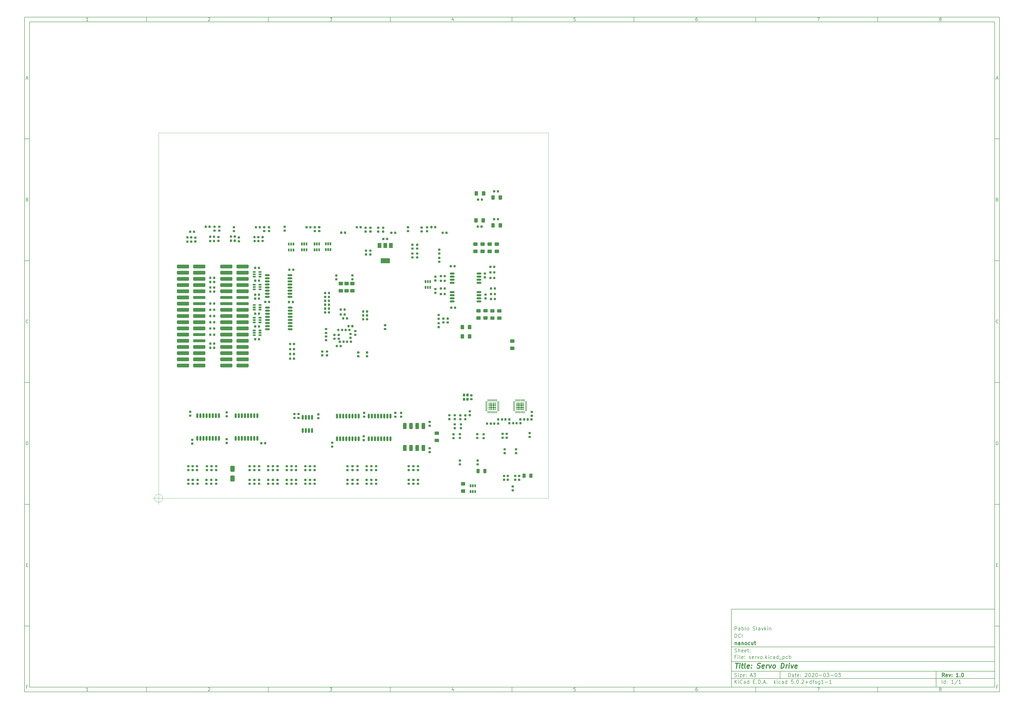
<source format=gbr>
G04 #@! TF.GenerationSoftware,KiCad,Pcbnew,5.0.2+dfsg1-1*
G04 #@! TF.CreationDate,2020-03-06T02:23:56-03:00*
G04 #@! TF.ProjectId,servo,73657276-6f2e-46b6-9963-61645f706362,1.0*
G04 #@! TF.SameCoordinates,PX3dfd240PYc5e32e0*
G04 #@! TF.FileFunction,Paste,Bot*
G04 #@! TF.FilePolarity,Positive*
%FSLAX46Y46*%
G04 Gerber Fmt 4.6, Leading zero omitted, Abs format (unit mm)*
G04 Created by KiCad (PCBNEW 5.0.2+dfsg1-1) date Fri 06 Mar 2020 02:23:56 AM -03*
%MOMM*%
%LPD*%
G01*
G04 APERTURE LIST*
%ADD10C,0.100000*%
%ADD11C,0.150000*%
%ADD12C,0.300000*%
%ADD13C,0.400000*%
%ADD14C,1.425000*%
%ADD15C,1.500000*%
%ADD16C,1.200000*%
%ADD17C,0.875000*%
%ADD18O,0.800000X2.000000*%
%ADD19C,1.800000*%
%ADD20C,0.650000*%
%ADD21C,1.000000*%
%ADD22O,2.000000X0.800000*%
%ADD23C,0.250000*%
%ADD24C,0.318785*%
%ADD25C,0.349614*%
%ADD26C,0.806226*%
%ADD27C,1.250000*%
%ADD28R,3.800000X2.000000*%
%ADD29R,1.500000X2.000000*%
G04 APERTURE END LIST*
D10*
D11*
X234989000Y-45502200D02*
X234989000Y-77502200D01*
X342989000Y-77502200D01*
X342989000Y-45502200D01*
X234989000Y-45502200D01*
D10*
D11*
X-55000000Y197500000D02*
X-55000000Y-79502200D01*
X344989000Y-79502200D01*
X344989000Y197500000D01*
X-55000000Y197500000D01*
D10*
D11*
X-53000000Y195500000D02*
X-53000000Y-77502200D01*
X342989000Y-77502200D01*
X342989000Y195500000D01*
X-53000000Y195500000D01*
D10*
D11*
X-5000000Y195500000D02*
X-5000000Y197500000D01*
D10*
D11*
X45000000Y195500000D02*
X45000000Y197500000D01*
D10*
D11*
X95000000Y195500000D02*
X95000000Y197500000D01*
D10*
D11*
X145000000Y195500000D02*
X145000000Y197500000D01*
D10*
D11*
X195000000Y195500000D02*
X195000000Y197500000D01*
D10*
D11*
X245000000Y195500000D02*
X245000000Y197500000D01*
D10*
D11*
X295000000Y195500000D02*
X295000000Y197500000D01*
D10*
D11*
X-28934524Y195911905D02*
X-29677381Y195911905D01*
X-29305953Y195911905D02*
X-29305953Y197211905D01*
X-29429762Y197026191D01*
X-29553572Y196902381D01*
X-29677381Y196840477D01*
D10*
D11*
X20322619Y197088096D02*
X20384523Y197150000D01*
X20508333Y197211905D01*
X20817857Y197211905D01*
X20941666Y197150000D01*
X21003571Y197088096D01*
X21065476Y196964286D01*
X21065476Y196840477D01*
X21003571Y196654762D01*
X20260714Y195911905D01*
X21065476Y195911905D01*
D10*
D11*
X70260714Y197211905D02*
X71065476Y197211905D01*
X70632142Y196716667D01*
X70817857Y196716667D01*
X70941666Y196654762D01*
X71003571Y196592858D01*
X71065476Y196469048D01*
X71065476Y196159524D01*
X71003571Y196035715D01*
X70941666Y195973810D01*
X70817857Y195911905D01*
X70446428Y195911905D01*
X70322619Y195973810D01*
X70260714Y196035715D01*
D10*
D11*
X120941666Y196778572D02*
X120941666Y195911905D01*
X120632142Y197273810D02*
X120322619Y196345239D01*
X121127380Y196345239D01*
D10*
D11*
X171003571Y197211905D02*
X170384523Y197211905D01*
X170322619Y196592858D01*
X170384523Y196654762D01*
X170508333Y196716667D01*
X170817857Y196716667D01*
X170941666Y196654762D01*
X171003571Y196592858D01*
X171065476Y196469048D01*
X171065476Y196159524D01*
X171003571Y196035715D01*
X170941666Y195973810D01*
X170817857Y195911905D01*
X170508333Y195911905D01*
X170384523Y195973810D01*
X170322619Y196035715D01*
D10*
D11*
X220941666Y197211905D02*
X220694047Y197211905D01*
X220570238Y197150000D01*
X220508333Y197088096D01*
X220384523Y196902381D01*
X220322619Y196654762D01*
X220322619Y196159524D01*
X220384523Y196035715D01*
X220446428Y195973810D01*
X220570238Y195911905D01*
X220817857Y195911905D01*
X220941666Y195973810D01*
X221003571Y196035715D01*
X221065476Y196159524D01*
X221065476Y196469048D01*
X221003571Y196592858D01*
X220941666Y196654762D01*
X220817857Y196716667D01*
X220570238Y196716667D01*
X220446428Y196654762D01*
X220384523Y196592858D01*
X220322619Y196469048D01*
D10*
D11*
X270260714Y197211905D02*
X271127380Y197211905D01*
X270570238Y195911905D01*
D10*
D11*
X320570238Y196654762D02*
X320446428Y196716667D01*
X320384523Y196778572D01*
X320322619Y196902381D01*
X320322619Y196964286D01*
X320384523Y197088096D01*
X320446428Y197150000D01*
X320570238Y197211905D01*
X320817857Y197211905D01*
X320941666Y197150000D01*
X321003571Y197088096D01*
X321065476Y196964286D01*
X321065476Y196902381D01*
X321003571Y196778572D01*
X320941666Y196716667D01*
X320817857Y196654762D01*
X320570238Y196654762D01*
X320446428Y196592858D01*
X320384523Y196530953D01*
X320322619Y196407143D01*
X320322619Y196159524D01*
X320384523Y196035715D01*
X320446428Y195973810D01*
X320570238Y195911905D01*
X320817857Y195911905D01*
X320941666Y195973810D01*
X321003571Y196035715D01*
X321065476Y196159524D01*
X321065476Y196407143D01*
X321003571Y196530953D01*
X320941666Y196592858D01*
X320817857Y196654762D01*
D10*
D11*
X-5000000Y-77502200D02*
X-5000000Y-79502200D01*
D10*
D11*
X45000000Y-77502200D02*
X45000000Y-79502200D01*
D10*
D11*
X95000000Y-77502200D02*
X95000000Y-79502200D01*
D10*
D11*
X145000000Y-77502200D02*
X145000000Y-79502200D01*
D10*
D11*
X195000000Y-77502200D02*
X195000000Y-79502200D01*
D10*
D11*
X245000000Y-77502200D02*
X245000000Y-79502200D01*
D10*
D11*
X295000000Y-77502200D02*
X295000000Y-79502200D01*
D10*
D11*
X-28934524Y-79090295D02*
X-29677381Y-79090295D01*
X-29305953Y-79090295D02*
X-29305953Y-77790295D01*
X-29429762Y-77976009D01*
X-29553572Y-78099819D01*
X-29677381Y-78161723D01*
D10*
D11*
X20322619Y-77914104D02*
X20384523Y-77852200D01*
X20508333Y-77790295D01*
X20817857Y-77790295D01*
X20941666Y-77852200D01*
X21003571Y-77914104D01*
X21065476Y-78037914D01*
X21065476Y-78161723D01*
X21003571Y-78347438D01*
X20260714Y-79090295D01*
X21065476Y-79090295D01*
D10*
D11*
X70260714Y-77790295D02*
X71065476Y-77790295D01*
X70632142Y-78285533D01*
X70817857Y-78285533D01*
X70941666Y-78347438D01*
X71003571Y-78409342D01*
X71065476Y-78533152D01*
X71065476Y-78842676D01*
X71003571Y-78966485D01*
X70941666Y-79028390D01*
X70817857Y-79090295D01*
X70446428Y-79090295D01*
X70322619Y-79028390D01*
X70260714Y-78966485D01*
D10*
D11*
X120941666Y-78223628D02*
X120941666Y-79090295D01*
X120632142Y-77728390D02*
X120322619Y-78656961D01*
X121127380Y-78656961D01*
D10*
D11*
X171003571Y-77790295D02*
X170384523Y-77790295D01*
X170322619Y-78409342D01*
X170384523Y-78347438D01*
X170508333Y-78285533D01*
X170817857Y-78285533D01*
X170941666Y-78347438D01*
X171003571Y-78409342D01*
X171065476Y-78533152D01*
X171065476Y-78842676D01*
X171003571Y-78966485D01*
X170941666Y-79028390D01*
X170817857Y-79090295D01*
X170508333Y-79090295D01*
X170384523Y-79028390D01*
X170322619Y-78966485D01*
D10*
D11*
X220941666Y-77790295D02*
X220694047Y-77790295D01*
X220570238Y-77852200D01*
X220508333Y-77914104D01*
X220384523Y-78099819D01*
X220322619Y-78347438D01*
X220322619Y-78842676D01*
X220384523Y-78966485D01*
X220446428Y-79028390D01*
X220570238Y-79090295D01*
X220817857Y-79090295D01*
X220941666Y-79028390D01*
X221003571Y-78966485D01*
X221065476Y-78842676D01*
X221065476Y-78533152D01*
X221003571Y-78409342D01*
X220941666Y-78347438D01*
X220817857Y-78285533D01*
X220570238Y-78285533D01*
X220446428Y-78347438D01*
X220384523Y-78409342D01*
X220322619Y-78533152D01*
D10*
D11*
X270260714Y-77790295D02*
X271127380Y-77790295D01*
X270570238Y-79090295D01*
D10*
D11*
X320570238Y-78347438D02*
X320446428Y-78285533D01*
X320384523Y-78223628D01*
X320322619Y-78099819D01*
X320322619Y-78037914D01*
X320384523Y-77914104D01*
X320446428Y-77852200D01*
X320570238Y-77790295D01*
X320817857Y-77790295D01*
X320941666Y-77852200D01*
X321003571Y-77914104D01*
X321065476Y-78037914D01*
X321065476Y-78099819D01*
X321003571Y-78223628D01*
X320941666Y-78285533D01*
X320817857Y-78347438D01*
X320570238Y-78347438D01*
X320446428Y-78409342D01*
X320384523Y-78471247D01*
X320322619Y-78595057D01*
X320322619Y-78842676D01*
X320384523Y-78966485D01*
X320446428Y-79028390D01*
X320570238Y-79090295D01*
X320817857Y-79090295D01*
X320941666Y-79028390D01*
X321003571Y-78966485D01*
X321065476Y-78842676D01*
X321065476Y-78595057D01*
X321003571Y-78471247D01*
X320941666Y-78409342D01*
X320817857Y-78347438D01*
D10*
D11*
X-55000000Y147500000D02*
X-53000000Y147500000D01*
D10*
D11*
X-55000000Y97500000D02*
X-53000000Y97500000D01*
D10*
D11*
X-55000000Y47500000D02*
X-53000000Y47500000D01*
D10*
D11*
X-55000000Y-2500000D02*
X-53000000Y-2500000D01*
D10*
D11*
X-55000000Y-52500000D02*
X-53000000Y-52500000D01*
D10*
D11*
X-54309524Y172283334D02*
X-53690477Y172283334D01*
X-54433334Y171911905D02*
X-54000000Y173211905D01*
X-53566667Y171911905D01*
D10*
D11*
X-53907143Y122592858D02*
X-53721429Y122530953D01*
X-53659524Y122469048D01*
X-53597620Y122345239D01*
X-53597620Y122159524D01*
X-53659524Y122035715D01*
X-53721429Y121973810D01*
X-53845239Y121911905D01*
X-54340477Y121911905D01*
X-54340477Y123211905D01*
X-53907143Y123211905D01*
X-53783334Y123150000D01*
X-53721429Y123088096D01*
X-53659524Y122964286D01*
X-53659524Y122840477D01*
X-53721429Y122716667D01*
X-53783334Y122654762D01*
X-53907143Y122592858D01*
X-54340477Y122592858D01*
D10*
D11*
X-53597620Y72035715D02*
X-53659524Y71973810D01*
X-53845239Y71911905D01*
X-53969048Y71911905D01*
X-54154762Y71973810D01*
X-54278572Y72097620D01*
X-54340477Y72221429D01*
X-54402381Y72469048D01*
X-54402381Y72654762D01*
X-54340477Y72902381D01*
X-54278572Y73026191D01*
X-54154762Y73150000D01*
X-53969048Y73211905D01*
X-53845239Y73211905D01*
X-53659524Y73150000D01*
X-53597620Y73088096D01*
D10*
D11*
X-54340477Y21911905D02*
X-54340477Y23211905D01*
X-54030953Y23211905D01*
X-53845239Y23150000D01*
X-53721429Y23026191D01*
X-53659524Y22902381D01*
X-53597620Y22654762D01*
X-53597620Y22469048D01*
X-53659524Y22221429D01*
X-53721429Y22097620D01*
X-53845239Y21973810D01*
X-54030953Y21911905D01*
X-54340477Y21911905D01*
D10*
D11*
X-54278572Y-27407142D02*
X-53845239Y-27407142D01*
X-53659524Y-28088095D02*
X-54278572Y-28088095D01*
X-54278572Y-26788095D01*
X-53659524Y-26788095D01*
D10*
D11*
X-53814286Y-77407142D02*
X-54247620Y-77407142D01*
X-54247620Y-78088095D02*
X-54247620Y-76788095D01*
X-53628572Y-76788095D01*
D10*
D11*
X344989000Y147500000D02*
X342989000Y147500000D01*
D10*
D11*
X344989000Y97500000D02*
X342989000Y97500000D01*
D10*
D11*
X344989000Y47500000D02*
X342989000Y47500000D01*
D10*
D11*
X344989000Y-2500000D02*
X342989000Y-2500000D01*
D10*
D11*
X344989000Y-52500000D02*
X342989000Y-52500000D01*
D10*
D11*
X343679476Y172283334D02*
X344298523Y172283334D01*
X343555666Y171911905D02*
X343989000Y173211905D01*
X344422333Y171911905D01*
D10*
D11*
X344081857Y122592858D02*
X344267571Y122530953D01*
X344329476Y122469048D01*
X344391380Y122345239D01*
X344391380Y122159524D01*
X344329476Y122035715D01*
X344267571Y121973810D01*
X344143761Y121911905D01*
X343648523Y121911905D01*
X343648523Y123211905D01*
X344081857Y123211905D01*
X344205666Y123150000D01*
X344267571Y123088096D01*
X344329476Y122964286D01*
X344329476Y122840477D01*
X344267571Y122716667D01*
X344205666Y122654762D01*
X344081857Y122592858D01*
X343648523Y122592858D01*
D10*
D11*
X344391380Y72035715D02*
X344329476Y71973810D01*
X344143761Y71911905D01*
X344019952Y71911905D01*
X343834238Y71973810D01*
X343710428Y72097620D01*
X343648523Y72221429D01*
X343586619Y72469048D01*
X343586619Y72654762D01*
X343648523Y72902381D01*
X343710428Y73026191D01*
X343834238Y73150000D01*
X344019952Y73211905D01*
X344143761Y73211905D01*
X344329476Y73150000D01*
X344391380Y73088096D01*
D10*
D11*
X343648523Y21911905D02*
X343648523Y23211905D01*
X343958047Y23211905D01*
X344143761Y23150000D01*
X344267571Y23026191D01*
X344329476Y22902381D01*
X344391380Y22654762D01*
X344391380Y22469048D01*
X344329476Y22221429D01*
X344267571Y22097620D01*
X344143761Y21973810D01*
X343958047Y21911905D01*
X343648523Y21911905D01*
D10*
D11*
X343710428Y-27407142D02*
X344143761Y-27407142D01*
X344329476Y-28088095D02*
X343710428Y-28088095D01*
X343710428Y-26788095D01*
X344329476Y-26788095D01*
D10*
D11*
X344174714Y-77407142D02*
X343741380Y-77407142D01*
X343741380Y-78088095D02*
X343741380Y-76788095D01*
X344360428Y-76788095D01*
D10*
D11*
X258421142Y-73280771D02*
X258421142Y-71780771D01*
X258778285Y-71780771D01*
X258992571Y-71852200D01*
X259135428Y-71995057D01*
X259206857Y-72137914D01*
X259278285Y-72423628D01*
X259278285Y-72637914D01*
X259206857Y-72923628D01*
X259135428Y-73066485D01*
X258992571Y-73209342D01*
X258778285Y-73280771D01*
X258421142Y-73280771D01*
X260564000Y-73280771D02*
X260564000Y-72495057D01*
X260492571Y-72352200D01*
X260349714Y-72280771D01*
X260064000Y-72280771D01*
X259921142Y-72352200D01*
X260564000Y-73209342D02*
X260421142Y-73280771D01*
X260064000Y-73280771D01*
X259921142Y-73209342D01*
X259849714Y-73066485D01*
X259849714Y-72923628D01*
X259921142Y-72780771D01*
X260064000Y-72709342D01*
X260421142Y-72709342D01*
X260564000Y-72637914D01*
X261064000Y-72280771D02*
X261635428Y-72280771D01*
X261278285Y-71780771D02*
X261278285Y-73066485D01*
X261349714Y-73209342D01*
X261492571Y-73280771D01*
X261635428Y-73280771D01*
X262706857Y-73209342D02*
X262564000Y-73280771D01*
X262278285Y-73280771D01*
X262135428Y-73209342D01*
X262064000Y-73066485D01*
X262064000Y-72495057D01*
X262135428Y-72352200D01*
X262278285Y-72280771D01*
X262564000Y-72280771D01*
X262706857Y-72352200D01*
X262778285Y-72495057D01*
X262778285Y-72637914D01*
X262064000Y-72780771D01*
X263421142Y-73137914D02*
X263492571Y-73209342D01*
X263421142Y-73280771D01*
X263349714Y-73209342D01*
X263421142Y-73137914D01*
X263421142Y-73280771D01*
X263421142Y-72352200D02*
X263492571Y-72423628D01*
X263421142Y-72495057D01*
X263349714Y-72423628D01*
X263421142Y-72352200D01*
X263421142Y-72495057D01*
X265206857Y-71923628D02*
X265278285Y-71852200D01*
X265421142Y-71780771D01*
X265778285Y-71780771D01*
X265921142Y-71852200D01*
X265992571Y-71923628D01*
X266064000Y-72066485D01*
X266064000Y-72209342D01*
X265992571Y-72423628D01*
X265135428Y-73280771D01*
X266064000Y-73280771D01*
X266992571Y-71780771D02*
X267135428Y-71780771D01*
X267278285Y-71852200D01*
X267349714Y-71923628D01*
X267421142Y-72066485D01*
X267492571Y-72352200D01*
X267492571Y-72709342D01*
X267421142Y-72995057D01*
X267349714Y-73137914D01*
X267278285Y-73209342D01*
X267135428Y-73280771D01*
X266992571Y-73280771D01*
X266849714Y-73209342D01*
X266778285Y-73137914D01*
X266706857Y-72995057D01*
X266635428Y-72709342D01*
X266635428Y-72352200D01*
X266706857Y-72066485D01*
X266778285Y-71923628D01*
X266849714Y-71852200D01*
X266992571Y-71780771D01*
X268064000Y-71923628D02*
X268135428Y-71852200D01*
X268278285Y-71780771D01*
X268635428Y-71780771D01*
X268778285Y-71852200D01*
X268849714Y-71923628D01*
X268921142Y-72066485D01*
X268921142Y-72209342D01*
X268849714Y-72423628D01*
X267992571Y-73280771D01*
X268921142Y-73280771D01*
X269849714Y-71780771D02*
X269992571Y-71780771D01*
X270135428Y-71852200D01*
X270206857Y-71923628D01*
X270278285Y-72066485D01*
X270349714Y-72352200D01*
X270349714Y-72709342D01*
X270278285Y-72995057D01*
X270206857Y-73137914D01*
X270135428Y-73209342D01*
X269992571Y-73280771D01*
X269849714Y-73280771D01*
X269706857Y-73209342D01*
X269635428Y-73137914D01*
X269564000Y-72995057D01*
X269492571Y-72709342D01*
X269492571Y-72352200D01*
X269564000Y-72066485D01*
X269635428Y-71923628D01*
X269706857Y-71852200D01*
X269849714Y-71780771D01*
X270992571Y-72709342D02*
X272135428Y-72709342D01*
X273135428Y-71780771D02*
X273278285Y-71780771D01*
X273421142Y-71852200D01*
X273492571Y-71923628D01*
X273564000Y-72066485D01*
X273635428Y-72352200D01*
X273635428Y-72709342D01*
X273564000Y-72995057D01*
X273492571Y-73137914D01*
X273421142Y-73209342D01*
X273278285Y-73280771D01*
X273135428Y-73280771D01*
X272992571Y-73209342D01*
X272921142Y-73137914D01*
X272849714Y-72995057D01*
X272778285Y-72709342D01*
X272778285Y-72352200D01*
X272849714Y-72066485D01*
X272921142Y-71923628D01*
X272992571Y-71852200D01*
X273135428Y-71780771D01*
X274135428Y-71780771D02*
X275064000Y-71780771D01*
X274564000Y-72352200D01*
X274778285Y-72352200D01*
X274921142Y-72423628D01*
X274992571Y-72495057D01*
X275064000Y-72637914D01*
X275064000Y-72995057D01*
X274992571Y-73137914D01*
X274921142Y-73209342D01*
X274778285Y-73280771D01*
X274349714Y-73280771D01*
X274206857Y-73209342D01*
X274135428Y-73137914D01*
X275706857Y-72709342D02*
X276849714Y-72709342D01*
X277849714Y-71780771D02*
X277992571Y-71780771D01*
X278135428Y-71852200D01*
X278206857Y-71923628D01*
X278278285Y-72066485D01*
X278349714Y-72352200D01*
X278349714Y-72709342D01*
X278278285Y-72995057D01*
X278206857Y-73137914D01*
X278135428Y-73209342D01*
X277992571Y-73280771D01*
X277849714Y-73280771D01*
X277706857Y-73209342D01*
X277635428Y-73137914D01*
X277564000Y-72995057D01*
X277492571Y-72709342D01*
X277492571Y-72352200D01*
X277564000Y-72066485D01*
X277635428Y-71923628D01*
X277706857Y-71852200D01*
X277849714Y-71780771D01*
X278849714Y-71780771D02*
X279778285Y-71780771D01*
X279278285Y-72352200D01*
X279492571Y-72352200D01*
X279635428Y-72423628D01*
X279706857Y-72495057D01*
X279778285Y-72637914D01*
X279778285Y-72995057D01*
X279706857Y-73137914D01*
X279635428Y-73209342D01*
X279492571Y-73280771D01*
X279064000Y-73280771D01*
X278921142Y-73209342D01*
X278849714Y-73137914D01*
D10*
D11*
X234989000Y-74002200D02*
X342989000Y-74002200D01*
D10*
D11*
X236421142Y-76080771D02*
X236421142Y-74580771D01*
X237278285Y-76080771D02*
X236635428Y-75223628D01*
X237278285Y-74580771D02*
X236421142Y-75437914D01*
X237921142Y-76080771D02*
X237921142Y-75080771D01*
X237921142Y-74580771D02*
X237849714Y-74652200D01*
X237921142Y-74723628D01*
X237992571Y-74652200D01*
X237921142Y-74580771D01*
X237921142Y-74723628D01*
X239492571Y-75937914D02*
X239421142Y-76009342D01*
X239206857Y-76080771D01*
X239064000Y-76080771D01*
X238849714Y-76009342D01*
X238706857Y-75866485D01*
X238635428Y-75723628D01*
X238564000Y-75437914D01*
X238564000Y-75223628D01*
X238635428Y-74937914D01*
X238706857Y-74795057D01*
X238849714Y-74652200D01*
X239064000Y-74580771D01*
X239206857Y-74580771D01*
X239421142Y-74652200D01*
X239492571Y-74723628D01*
X240778285Y-76080771D02*
X240778285Y-75295057D01*
X240706857Y-75152200D01*
X240564000Y-75080771D01*
X240278285Y-75080771D01*
X240135428Y-75152200D01*
X240778285Y-76009342D02*
X240635428Y-76080771D01*
X240278285Y-76080771D01*
X240135428Y-76009342D01*
X240064000Y-75866485D01*
X240064000Y-75723628D01*
X240135428Y-75580771D01*
X240278285Y-75509342D01*
X240635428Y-75509342D01*
X240778285Y-75437914D01*
X242135428Y-76080771D02*
X242135428Y-74580771D01*
X242135428Y-76009342D02*
X241992571Y-76080771D01*
X241706857Y-76080771D01*
X241564000Y-76009342D01*
X241492571Y-75937914D01*
X241421142Y-75795057D01*
X241421142Y-75366485D01*
X241492571Y-75223628D01*
X241564000Y-75152200D01*
X241706857Y-75080771D01*
X241992571Y-75080771D01*
X242135428Y-75152200D01*
X243992571Y-75295057D02*
X244492571Y-75295057D01*
X244706857Y-76080771D02*
X243992571Y-76080771D01*
X243992571Y-74580771D01*
X244706857Y-74580771D01*
X245349714Y-75937914D02*
X245421142Y-76009342D01*
X245349714Y-76080771D01*
X245278285Y-76009342D01*
X245349714Y-75937914D01*
X245349714Y-76080771D01*
X246064000Y-76080771D02*
X246064000Y-74580771D01*
X246421142Y-74580771D01*
X246635428Y-74652200D01*
X246778285Y-74795057D01*
X246849714Y-74937914D01*
X246921142Y-75223628D01*
X246921142Y-75437914D01*
X246849714Y-75723628D01*
X246778285Y-75866485D01*
X246635428Y-76009342D01*
X246421142Y-76080771D01*
X246064000Y-76080771D01*
X247564000Y-75937914D02*
X247635428Y-76009342D01*
X247564000Y-76080771D01*
X247492571Y-76009342D01*
X247564000Y-75937914D01*
X247564000Y-76080771D01*
X248206857Y-75652200D02*
X248921142Y-75652200D01*
X248064000Y-76080771D02*
X248564000Y-74580771D01*
X249064000Y-76080771D01*
X249564000Y-75937914D02*
X249635428Y-76009342D01*
X249564000Y-76080771D01*
X249492571Y-76009342D01*
X249564000Y-75937914D01*
X249564000Y-76080771D01*
X252564000Y-76080771D02*
X252564000Y-74580771D01*
X252706857Y-75509342D02*
X253135428Y-76080771D01*
X253135428Y-75080771D02*
X252564000Y-75652200D01*
X253778285Y-76080771D02*
X253778285Y-75080771D01*
X253778285Y-74580771D02*
X253706857Y-74652200D01*
X253778285Y-74723628D01*
X253849714Y-74652200D01*
X253778285Y-74580771D01*
X253778285Y-74723628D01*
X255135428Y-76009342D02*
X254992571Y-76080771D01*
X254706857Y-76080771D01*
X254564000Y-76009342D01*
X254492571Y-75937914D01*
X254421142Y-75795057D01*
X254421142Y-75366485D01*
X254492571Y-75223628D01*
X254564000Y-75152200D01*
X254706857Y-75080771D01*
X254992571Y-75080771D01*
X255135428Y-75152200D01*
X256421142Y-76080771D02*
X256421142Y-75295057D01*
X256349714Y-75152200D01*
X256206857Y-75080771D01*
X255921142Y-75080771D01*
X255778285Y-75152200D01*
X256421142Y-76009342D02*
X256278285Y-76080771D01*
X255921142Y-76080771D01*
X255778285Y-76009342D01*
X255706857Y-75866485D01*
X255706857Y-75723628D01*
X255778285Y-75580771D01*
X255921142Y-75509342D01*
X256278285Y-75509342D01*
X256421142Y-75437914D01*
X257778285Y-76080771D02*
X257778285Y-74580771D01*
X257778285Y-76009342D02*
X257635428Y-76080771D01*
X257349714Y-76080771D01*
X257206857Y-76009342D01*
X257135428Y-75937914D01*
X257064000Y-75795057D01*
X257064000Y-75366485D01*
X257135428Y-75223628D01*
X257206857Y-75152200D01*
X257349714Y-75080771D01*
X257635428Y-75080771D01*
X257778285Y-75152200D01*
X260349714Y-74580771D02*
X259635428Y-74580771D01*
X259564000Y-75295057D01*
X259635428Y-75223628D01*
X259778285Y-75152200D01*
X260135428Y-75152200D01*
X260278285Y-75223628D01*
X260349714Y-75295057D01*
X260421142Y-75437914D01*
X260421142Y-75795057D01*
X260349714Y-75937914D01*
X260278285Y-76009342D01*
X260135428Y-76080771D01*
X259778285Y-76080771D01*
X259635428Y-76009342D01*
X259564000Y-75937914D01*
X261064000Y-75937914D02*
X261135428Y-76009342D01*
X261064000Y-76080771D01*
X260992571Y-76009342D01*
X261064000Y-75937914D01*
X261064000Y-76080771D01*
X262064000Y-74580771D02*
X262206857Y-74580771D01*
X262349714Y-74652200D01*
X262421142Y-74723628D01*
X262492571Y-74866485D01*
X262564000Y-75152200D01*
X262564000Y-75509342D01*
X262492571Y-75795057D01*
X262421142Y-75937914D01*
X262349714Y-76009342D01*
X262206857Y-76080771D01*
X262064000Y-76080771D01*
X261921142Y-76009342D01*
X261849714Y-75937914D01*
X261778285Y-75795057D01*
X261706857Y-75509342D01*
X261706857Y-75152200D01*
X261778285Y-74866485D01*
X261849714Y-74723628D01*
X261921142Y-74652200D01*
X262064000Y-74580771D01*
X263206857Y-75937914D02*
X263278285Y-76009342D01*
X263206857Y-76080771D01*
X263135428Y-76009342D01*
X263206857Y-75937914D01*
X263206857Y-76080771D01*
X263849714Y-74723628D02*
X263921142Y-74652200D01*
X264064000Y-74580771D01*
X264421142Y-74580771D01*
X264564000Y-74652200D01*
X264635428Y-74723628D01*
X264706857Y-74866485D01*
X264706857Y-75009342D01*
X264635428Y-75223628D01*
X263778285Y-76080771D01*
X264706857Y-76080771D01*
X265349714Y-75509342D02*
X266492571Y-75509342D01*
X265921142Y-76080771D02*
X265921142Y-74937914D01*
X267849714Y-76080771D02*
X267849714Y-74580771D01*
X267849714Y-76009342D02*
X267706857Y-76080771D01*
X267421142Y-76080771D01*
X267278285Y-76009342D01*
X267206857Y-75937914D01*
X267135428Y-75795057D01*
X267135428Y-75366485D01*
X267206857Y-75223628D01*
X267278285Y-75152200D01*
X267421142Y-75080771D01*
X267706857Y-75080771D01*
X267849714Y-75152200D01*
X268349714Y-75080771D02*
X268921142Y-75080771D01*
X268564000Y-76080771D02*
X268564000Y-74795057D01*
X268635428Y-74652200D01*
X268778285Y-74580771D01*
X268921142Y-74580771D01*
X269349714Y-76009342D02*
X269492571Y-76080771D01*
X269778285Y-76080771D01*
X269921142Y-76009342D01*
X269992571Y-75866485D01*
X269992571Y-75795057D01*
X269921142Y-75652200D01*
X269778285Y-75580771D01*
X269564000Y-75580771D01*
X269421142Y-75509342D01*
X269349714Y-75366485D01*
X269349714Y-75295057D01*
X269421142Y-75152200D01*
X269564000Y-75080771D01*
X269778285Y-75080771D01*
X269921142Y-75152200D01*
X271278285Y-75080771D02*
X271278285Y-76295057D01*
X271206857Y-76437914D01*
X271135428Y-76509342D01*
X270992571Y-76580771D01*
X270778285Y-76580771D01*
X270635428Y-76509342D01*
X271278285Y-76009342D02*
X271135428Y-76080771D01*
X270849714Y-76080771D01*
X270706857Y-76009342D01*
X270635428Y-75937914D01*
X270564000Y-75795057D01*
X270564000Y-75366485D01*
X270635428Y-75223628D01*
X270706857Y-75152200D01*
X270849714Y-75080771D01*
X271135428Y-75080771D01*
X271278285Y-75152200D01*
X272778285Y-76080771D02*
X271921142Y-76080771D01*
X272349714Y-76080771D02*
X272349714Y-74580771D01*
X272206857Y-74795057D01*
X272064000Y-74937914D01*
X271921142Y-75009342D01*
X273421142Y-75509342D02*
X274564000Y-75509342D01*
X276064000Y-76080771D02*
X275206857Y-76080771D01*
X275635428Y-76080771D02*
X275635428Y-74580771D01*
X275492571Y-74795057D01*
X275349714Y-74937914D01*
X275206857Y-75009342D01*
D10*
D11*
X234989000Y-71002200D02*
X342989000Y-71002200D01*
D10*
D12*
X322398285Y-73280771D02*
X321898285Y-72566485D01*
X321541142Y-73280771D02*
X321541142Y-71780771D01*
X322112571Y-71780771D01*
X322255428Y-71852200D01*
X322326857Y-71923628D01*
X322398285Y-72066485D01*
X322398285Y-72280771D01*
X322326857Y-72423628D01*
X322255428Y-72495057D01*
X322112571Y-72566485D01*
X321541142Y-72566485D01*
X323612571Y-73209342D02*
X323469714Y-73280771D01*
X323184000Y-73280771D01*
X323041142Y-73209342D01*
X322969714Y-73066485D01*
X322969714Y-72495057D01*
X323041142Y-72352200D01*
X323184000Y-72280771D01*
X323469714Y-72280771D01*
X323612571Y-72352200D01*
X323684000Y-72495057D01*
X323684000Y-72637914D01*
X322969714Y-72780771D01*
X324184000Y-72280771D02*
X324541142Y-73280771D01*
X324898285Y-72280771D01*
X325469714Y-73137914D02*
X325541142Y-73209342D01*
X325469714Y-73280771D01*
X325398285Y-73209342D01*
X325469714Y-73137914D01*
X325469714Y-73280771D01*
X325469714Y-72352200D02*
X325541142Y-72423628D01*
X325469714Y-72495057D01*
X325398285Y-72423628D01*
X325469714Y-72352200D01*
X325469714Y-72495057D01*
X328112571Y-73280771D02*
X327255428Y-73280771D01*
X327684000Y-73280771D02*
X327684000Y-71780771D01*
X327541142Y-71995057D01*
X327398285Y-72137914D01*
X327255428Y-72209342D01*
X328755428Y-73137914D02*
X328826857Y-73209342D01*
X328755428Y-73280771D01*
X328684000Y-73209342D01*
X328755428Y-73137914D01*
X328755428Y-73280771D01*
X329755428Y-71780771D02*
X329898285Y-71780771D01*
X330041142Y-71852200D01*
X330112571Y-71923628D01*
X330184000Y-72066485D01*
X330255428Y-72352200D01*
X330255428Y-72709342D01*
X330184000Y-72995057D01*
X330112571Y-73137914D01*
X330041142Y-73209342D01*
X329898285Y-73280771D01*
X329755428Y-73280771D01*
X329612571Y-73209342D01*
X329541142Y-73137914D01*
X329469714Y-72995057D01*
X329398285Y-72709342D01*
X329398285Y-72352200D01*
X329469714Y-72066485D01*
X329541142Y-71923628D01*
X329612571Y-71852200D01*
X329755428Y-71780771D01*
D10*
D11*
X236349714Y-73209342D02*
X236564000Y-73280771D01*
X236921142Y-73280771D01*
X237064000Y-73209342D01*
X237135428Y-73137914D01*
X237206857Y-72995057D01*
X237206857Y-72852200D01*
X237135428Y-72709342D01*
X237064000Y-72637914D01*
X236921142Y-72566485D01*
X236635428Y-72495057D01*
X236492571Y-72423628D01*
X236421142Y-72352200D01*
X236349714Y-72209342D01*
X236349714Y-72066485D01*
X236421142Y-71923628D01*
X236492571Y-71852200D01*
X236635428Y-71780771D01*
X236992571Y-71780771D01*
X237206857Y-71852200D01*
X237849714Y-73280771D02*
X237849714Y-72280771D01*
X237849714Y-71780771D02*
X237778285Y-71852200D01*
X237849714Y-71923628D01*
X237921142Y-71852200D01*
X237849714Y-71780771D01*
X237849714Y-71923628D01*
X238421142Y-72280771D02*
X239206857Y-72280771D01*
X238421142Y-73280771D01*
X239206857Y-73280771D01*
X240349714Y-73209342D02*
X240206857Y-73280771D01*
X239921142Y-73280771D01*
X239778285Y-73209342D01*
X239706857Y-73066485D01*
X239706857Y-72495057D01*
X239778285Y-72352200D01*
X239921142Y-72280771D01*
X240206857Y-72280771D01*
X240349714Y-72352200D01*
X240421142Y-72495057D01*
X240421142Y-72637914D01*
X239706857Y-72780771D01*
X241064000Y-73137914D02*
X241135428Y-73209342D01*
X241064000Y-73280771D01*
X240992571Y-73209342D01*
X241064000Y-73137914D01*
X241064000Y-73280771D01*
X241064000Y-72352200D02*
X241135428Y-72423628D01*
X241064000Y-72495057D01*
X240992571Y-72423628D01*
X241064000Y-72352200D01*
X241064000Y-72495057D01*
X242849714Y-72852200D02*
X243564000Y-72852200D01*
X242706857Y-73280771D02*
X243206857Y-71780771D01*
X243706857Y-73280771D01*
X244064000Y-71780771D02*
X244992571Y-71780771D01*
X244492571Y-72352200D01*
X244706857Y-72352200D01*
X244849714Y-72423628D01*
X244921142Y-72495057D01*
X244992571Y-72637914D01*
X244992571Y-72995057D01*
X244921142Y-73137914D01*
X244849714Y-73209342D01*
X244706857Y-73280771D01*
X244278285Y-73280771D01*
X244135428Y-73209342D01*
X244064000Y-73137914D01*
D10*
D11*
X321421142Y-76080771D02*
X321421142Y-74580771D01*
X322778285Y-76080771D02*
X322778285Y-74580771D01*
X322778285Y-76009342D02*
X322635428Y-76080771D01*
X322349714Y-76080771D01*
X322206857Y-76009342D01*
X322135428Y-75937914D01*
X322064000Y-75795057D01*
X322064000Y-75366485D01*
X322135428Y-75223628D01*
X322206857Y-75152200D01*
X322349714Y-75080771D01*
X322635428Y-75080771D01*
X322778285Y-75152200D01*
X323492571Y-75937914D02*
X323564000Y-76009342D01*
X323492571Y-76080771D01*
X323421142Y-76009342D01*
X323492571Y-75937914D01*
X323492571Y-76080771D01*
X323492571Y-75152200D02*
X323564000Y-75223628D01*
X323492571Y-75295057D01*
X323421142Y-75223628D01*
X323492571Y-75152200D01*
X323492571Y-75295057D01*
X326135428Y-76080771D02*
X325278285Y-76080771D01*
X325706857Y-76080771D02*
X325706857Y-74580771D01*
X325564000Y-74795057D01*
X325421142Y-74937914D01*
X325278285Y-75009342D01*
X327849714Y-74509342D02*
X326564000Y-76437914D01*
X329135428Y-76080771D02*
X328278285Y-76080771D01*
X328706857Y-76080771D02*
X328706857Y-74580771D01*
X328564000Y-74795057D01*
X328421142Y-74937914D01*
X328278285Y-75009342D01*
D10*
D11*
X234989000Y-67002200D02*
X342989000Y-67002200D01*
D10*
D13*
X236701380Y-67706961D02*
X237844238Y-67706961D01*
X237022809Y-69706961D02*
X237272809Y-67706961D01*
X238260904Y-69706961D02*
X238427571Y-68373628D01*
X238510904Y-67706961D02*
X238403761Y-67802200D01*
X238487095Y-67897438D01*
X238594238Y-67802200D01*
X238510904Y-67706961D01*
X238487095Y-67897438D01*
X239094238Y-68373628D02*
X239856142Y-68373628D01*
X239463285Y-67706961D02*
X239249000Y-69421247D01*
X239320428Y-69611723D01*
X239499000Y-69706961D01*
X239689476Y-69706961D01*
X240641857Y-69706961D02*
X240463285Y-69611723D01*
X240391857Y-69421247D01*
X240606142Y-67706961D01*
X242177571Y-69611723D02*
X241975190Y-69706961D01*
X241594238Y-69706961D01*
X241415666Y-69611723D01*
X241344238Y-69421247D01*
X241439476Y-68659342D01*
X241558523Y-68468866D01*
X241760904Y-68373628D01*
X242141857Y-68373628D01*
X242320428Y-68468866D01*
X242391857Y-68659342D01*
X242368047Y-68849819D01*
X241391857Y-69040295D01*
X243141857Y-69516485D02*
X243225190Y-69611723D01*
X243118047Y-69706961D01*
X243034714Y-69611723D01*
X243141857Y-69516485D01*
X243118047Y-69706961D01*
X243272809Y-68468866D02*
X243356142Y-68564104D01*
X243249000Y-68659342D01*
X243165666Y-68564104D01*
X243272809Y-68468866D01*
X243249000Y-68659342D01*
X245510904Y-69611723D02*
X245784714Y-69706961D01*
X246260904Y-69706961D01*
X246463285Y-69611723D01*
X246570428Y-69516485D01*
X246689476Y-69326009D01*
X246713285Y-69135533D01*
X246641857Y-68945057D01*
X246558523Y-68849819D01*
X246379952Y-68754580D01*
X246010904Y-68659342D01*
X245832333Y-68564104D01*
X245749000Y-68468866D01*
X245677571Y-68278390D01*
X245701380Y-68087914D01*
X245820428Y-67897438D01*
X245927571Y-67802200D01*
X246129952Y-67706961D01*
X246606142Y-67706961D01*
X246879952Y-67802200D01*
X248272809Y-69611723D02*
X248070428Y-69706961D01*
X247689476Y-69706961D01*
X247510904Y-69611723D01*
X247439476Y-69421247D01*
X247534714Y-68659342D01*
X247653761Y-68468866D01*
X247856142Y-68373628D01*
X248237095Y-68373628D01*
X248415666Y-68468866D01*
X248487095Y-68659342D01*
X248463285Y-68849819D01*
X247487095Y-69040295D01*
X249213285Y-69706961D02*
X249379952Y-68373628D01*
X249332333Y-68754580D02*
X249451380Y-68564104D01*
X249558523Y-68468866D01*
X249760904Y-68373628D01*
X249951380Y-68373628D01*
X250427571Y-68373628D02*
X250737095Y-69706961D01*
X251379952Y-68373628D01*
X252260904Y-69706961D02*
X252082333Y-69611723D01*
X251999000Y-69516485D01*
X251927571Y-69326009D01*
X251999000Y-68754580D01*
X252118047Y-68564104D01*
X252225190Y-68468866D01*
X252427571Y-68373628D01*
X252713285Y-68373628D01*
X252891857Y-68468866D01*
X252975190Y-68564104D01*
X253046619Y-68754580D01*
X252975190Y-69326009D01*
X252856142Y-69516485D01*
X252749000Y-69611723D01*
X252546619Y-69706961D01*
X252260904Y-69706961D01*
X255308523Y-69706961D02*
X255558523Y-67706961D01*
X256034714Y-67706961D01*
X256308523Y-67802200D01*
X256475190Y-67992676D01*
X256546619Y-68183152D01*
X256594238Y-68564104D01*
X256558523Y-68849819D01*
X256415666Y-69230771D01*
X256296619Y-69421247D01*
X256082333Y-69611723D01*
X255784714Y-69706961D01*
X255308523Y-69706961D01*
X257308523Y-69706961D02*
X257475190Y-68373628D01*
X257427571Y-68754580D02*
X257546619Y-68564104D01*
X257653761Y-68468866D01*
X257856142Y-68373628D01*
X258046619Y-68373628D01*
X258546619Y-69706961D02*
X258713285Y-68373628D01*
X258796619Y-67706961D02*
X258689476Y-67802200D01*
X258772809Y-67897438D01*
X258879952Y-67802200D01*
X258796619Y-67706961D01*
X258772809Y-67897438D01*
X259475190Y-68373628D02*
X259784714Y-69706961D01*
X260427571Y-68373628D01*
X261796619Y-69611723D02*
X261594238Y-69706961D01*
X261213285Y-69706961D01*
X261034714Y-69611723D01*
X260963285Y-69421247D01*
X261058523Y-68659342D01*
X261177571Y-68468866D01*
X261379952Y-68373628D01*
X261760904Y-68373628D01*
X261939476Y-68468866D01*
X262010904Y-68659342D01*
X261987095Y-68849819D01*
X261010904Y-69040295D01*
D10*
D11*
X236921142Y-65095057D02*
X236421142Y-65095057D01*
X236421142Y-65880771D02*
X236421142Y-64380771D01*
X237135428Y-64380771D01*
X237706857Y-65880771D02*
X237706857Y-64880771D01*
X237706857Y-64380771D02*
X237635428Y-64452200D01*
X237706857Y-64523628D01*
X237778285Y-64452200D01*
X237706857Y-64380771D01*
X237706857Y-64523628D01*
X238635428Y-65880771D02*
X238492571Y-65809342D01*
X238421142Y-65666485D01*
X238421142Y-64380771D01*
X239778285Y-65809342D02*
X239635428Y-65880771D01*
X239349714Y-65880771D01*
X239206857Y-65809342D01*
X239135428Y-65666485D01*
X239135428Y-65095057D01*
X239206857Y-64952200D01*
X239349714Y-64880771D01*
X239635428Y-64880771D01*
X239778285Y-64952200D01*
X239849714Y-65095057D01*
X239849714Y-65237914D01*
X239135428Y-65380771D01*
X240492571Y-65737914D02*
X240564000Y-65809342D01*
X240492571Y-65880771D01*
X240421142Y-65809342D01*
X240492571Y-65737914D01*
X240492571Y-65880771D01*
X240492571Y-64952200D02*
X240564000Y-65023628D01*
X240492571Y-65095057D01*
X240421142Y-65023628D01*
X240492571Y-64952200D01*
X240492571Y-65095057D01*
X242278285Y-65809342D02*
X242421142Y-65880771D01*
X242706857Y-65880771D01*
X242849714Y-65809342D01*
X242921142Y-65666485D01*
X242921142Y-65595057D01*
X242849714Y-65452200D01*
X242706857Y-65380771D01*
X242492571Y-65380771D01*
X242349714Y-65309342D01*
X242278285Y-65166485D01*
X242278285Y-65095057D01*
X242349714Y-64952200D01*
X242492571Y-64880771D01*
X242706857Y-64880771D01*
X242849714Y-64952200D01*
X244135428Y-65809342D02*
X243992571Y-65880771D01*
X243706857Y-65880771D01*
X243564000Y-65809342D01*
X243492571Y-65666485D01*
X243492571Y-65095057D01*
X243564000Y-64952200D01*
X243706857Y-64880771D01*
X243992571Y-64880771D01*
X244135428Y-64952200D01*
X244206857Y-65095057D01*
X244206857Y-65237914D01*
X243492571Y-65380771D01*
X244849714Y-65880771D02*
X244849714Y-64880771D01*
X244849714Y-65166485D02*
X244921142Y-65023628D01*
X244992571Y-64952200D01*
X245135428Y-64880771D01*
X245278285Y-64880771D01*
X245635428Y-64880771D02*
X245992571Y-65880771D01*
X246349714Y-64880771D01*
X247135428Y-65880771D02*
X246992571Y-65809342D01*
X246921142Y-65737914D01*
X246849714Y-65595057D01*
X246849714Y-65166485D01*
X246921142Y-65023628D01*
X246992571Y-64952200D01*
X247135428Y-64880771D01*
X247349714Y-64880771D01*
X247492571Y-64952200D01*
X247564000Y-65023628D01*
X247635428Y-65166485D01*
X247635428Y-65595057D01*
X247564000Y-65737914D01*
X247492571Y-65809342D01*
X247349714Y-65880771D01*
X247135428Y-65880771D01*
X248278285Y-65737914D02*
X248349714Y-65809342D01*
X248278285Y-65880771D01*
X248206857Y-65809342D01*
X248278285Y-65737914D01*
X248278285Y-65880771D01*
X248992571Y-65880771D02*
X248992571Y-64380771D01*
X249135428Y-65309342D02*
X249564000Y-65880771D01*
X249564000Y-64880771D02*
X248992571Y-65452200D01*
X250206857Y-65880771D02*
X250206857Y-64880771D01*
X250206857Y-64380771D02*
X250135428Y-64452200D01*
X250206857Y-64523628D01*
X250278285Y-64452200D01*
X250206857Y-64380771D01*
X250206857Y-64523628D01*
X251564000Y-65809342D02*
X251421142Y-65880771D01*
X251135428Y-65880771D01*
X250992571Y-65809342D01*
X250921142Y-65737914D01*
X250849714Y-65595057D01*
X250849714Y-65166485D01*
X250921142Y-65023628D01*
X250992571Y-64952200D01*
X251135428Y-64880771D01*
X251421142Y-64880771D01*
X251564000Y-64952200D01*
X252849714Y-65880771D02*
X252849714Y-65095057D01*
X252778285Y-64952200D01*
X252635428Y-64880771D01*
X252349714Y-64880771D01*
X252206857Y-64952200D01*
X252849714Y-65809342D02*
X252706857Y-65880771D01*
X252349714Y-65880771D01*
X252206857Y-65809342D01*
X252135428Y-65666485D01*
X252135428Y-65523628D01*
X252206857Y-65380771D01*
X252349714Y-65309342D01*
X252706857Y-65309342D01*
X252849714Y-65237914D01*
X254206857Y-65880771D02*
X254206857Y-64380771D01*
X254206857Y-65809342D02*
X254064000Y-65880771D01*
X253778285Y-65880771D01*
X253635428Y-65809342D01*
X253564000Y-65737914D01*
X253492571Y-65595057D01*
X253492571Y-65166485D01*
X253564000Y-65023628D01*
X253635428Y-64952200D01*
X253778285Y-64880771D01*
X254064000Y-64880771D01*
X254206857Y-64952200D01*
X254564000Y-66023628D02*
X255706857Y-66023628D01*
X256064000Y-64880771D02*
X256064000Y-66380771D01*
X256064000Y-64952200D02*
X256206857Y-64880771D01*
X256492571Y-64880771D01*
X256635428Y-64952200D01*
X256706857Y-65023628D01*
X256778285Y-65166485D01*
X256778285Y-65595057D01*
X256706857Y-65737914D01*
X256635428Y-65809342D01*
X256492571Y-65880771D01*
X256206857Y-65880771D01*
X256064000Y-65809342D01*
X258064000Y-65809342D02*
X257921142Y-65880771D01*
X257635428Y-65880771D01*
X257492571Y-65809342D01*
X257421142Y-65737914D01*
X257349714Y-65595057D01*
X257349714Y-65166485D01*
X257421142Y-65023628D01*
X257492571Y-64952200D01*
X257635428Y-64880771D01*
X257921142Y-64880771D01*
X258064000Y-64952200D01*
X258706857Y-65880771D02*
X258706857Y-64380771D01*
X258706857Y-64952200D02*
X258849714Y-64880771D01*
X259135428Y-64880771D01*
X259278285Y-64952200D01*
X259349714Y-65023628D01*
X259421142Y-65166485D01*
X259421142Y-65595057D01*
X259349714Y-65737914D01*
X259278285Y-65809342D01*
X259135428Y-65880771D01*
X258849714Y-65880771D01*
X258706857Y-65809342D01*
D10*
D11*
X234989000Y-61002200D02*
X342989000Y-61002200D01*
D10*
D11*
X236349714Y-63109342D02*
X236564000Y-63180771D01*
X236921142Y-63180771D01*
X237064000Y-63109342D01*
X237135428Y-63037914D01*
X237206857Y-62895057D01*
X237206857Y-62752200D01*
X237135428Y-62609342D01*
X237064000Y-62537914D01*
X236921142Y-62466485D01*
X236635428Y-62395057D01*
X236492571Y-62323628D01*
X236421142Y-62252200D01*
X236349714Y-62109342D01*
X236349714Y-61966485D01*
X236421142Y-61823628D01*
X236492571Y-61752200D01*
X236635428Y-61680771D01*
X236992571Y-61680771D01*
X237206857Y-61752200D01*
X237849714Y-63180771D02*
X237849714Y-61680771D01*
X238492571Y-63180771D02*
X238492571Y-62395057D01*
X238421142Y-62252200D01*
X238278285Y-62180771D01*
X238064000Y-62180771D01*
X237921142Y-62252200D01*
X237849714Y-62323628D01*
X239778285Y-63109342D02*
X239635428Y-63180771D01*
X239349714Y-63180771D01*
X239206857Y-63109342D01*
X239135428Y-62966485D01*
X239135428Y-62395057D01*
X239206857Y-62252200D01*
X239349714Y-62180771D01*
X239635428Y-62180771D01*
X239778285Y-62252200D01*
X239849714Y-62395057D01*
X239849714Y-62537914D01*
X239135428Y-62680771D01*
X241064000Y-63109342D02*
X240921142Y-63180771D01*
X240635428Y-63180771D01*
X240492571Y-63109342D01*
X240421142Y-62966485D01*
X240421142Y-62395057D01*
X240492571Y-62252200D01*
X240635428Y-62180771D01*
X240921142Y-62180771D01*
X241064000Y-62252200D01*
X241135428Y-62395057D01*
X241135428Y-62537914D01*
X240421142Y-62680771D01*
X241564000Y-62180771D02*
X242135428Y-62180771D01*
X241778285Y-61680771D02*
X241778285Y-62966485D01*
X241849714Y-63109342D01*
X241992571Y-63180771D01*
X242135428Y-63180771D01*
X242635428Y-63037914D02*
X242706857Y-63109342D01*
X242635428Y-63180771D01*
X242564000Y-63109342D01*
X242635428Y-63037914D01*
X242635428Y-63180771D01*
X242635428Y-62252200D02*
X242706857Y-62323628D01*
X242635428Y-62395057D01*
X242564000Y-62323628D01*
X242635428Y-62252200D01*
X242635428Y-62395057D01*
D10*
D12*
X236541142Y-59180771D02*
X236541142Y-60180771D01*
X236541142Y-59323628D02*
X236612571Y-59252200D01*
X236755428Y-59180771D01*
X236969714Y-59180771D01*
X237112571Y-59252200D01*
X237184000Y-59395057D01*
X237184000Y-60180771D01*
X238541142Y-60180771D02*
X238541142Y-59395057D01*
X238469714Y-59252200D01*
X238326857Y-59180771D01*
X238041142Y-59180771D01*
X237898285Y-59252200D01*
X238541142Y-60109342D02*
X238398285Y-60180771D01*
X238041142Y-60180771D01*
X237898285Y-60109342D01*
X237826857Y-59966485D01*
X237826857Y-59823628D01*
X237898285Y-59680771D01*
X238041142Y-59609342D01*
X238398285Y-59609342D01*
X238541142Y-59537914D01*
X239255428Y-59180771D02*
X239255428Y-60180771D01*
X239255428Y-59323628D02*
X239326857Y-59252200D01*
X239469714Y-59180771D01*
X239684000Y-59180771D01*
X239826857Y-59252200D01*
X239898285Y-59395057D01*
X239898285Y-60180771D01*
X240826857Y-60180771D02*
X240684000Y-60109342D01*
X240612571Y-60037914D01*
X240541142Y-59895057D01*
X240541142Y-59466485D01*
X240612571Y-59323628D01*
X240684000Y-59252200D01*
X240826857Y-59180771D01*
X241041142Y-59180771D01*
X241184000Y-59252200D01*
X241255428Y-59323628D01*
X241326857Y-59466485D01*
X241326857Y-59895057D01*
X241255428Y-60037914D01*
X241184000Y-60109342D01*
X241041142Y-60180771D01*
X240826857Y-60180771D01*
X242612571Y-60109342D02*
X242469714Y-60180771D01*
X242184000Y-60180771D01*
X242041142Y-60109342D01*
X241969714Y-60037914D01*
X241898285Y-59895057D01*
X241898285Y-59466485D01*
X241969714Y-59323628D01*
X242041142Y-59252200D01*
X242184000Y-59180771D01*
X242469714Y-59180771D01*
X242612571Y-59252200D01*
X243898285Y-59180771D02*
X243898285Y-60180771D01*
X243255428Y-59180771D02*
X243255428Y-59966485D01*
X243326857Y-60109342D01*
X243469714Y-60180771D01*
X243684000Y-60180771D01*
X243826857Y-60109342D01*
X243898285Y-60037914D01*
X244398285Y-59180771D02*
X244969714Y-59180771D01*
X244612571Y-58680771D02*
X244612571Y-59966485D01*
X244684000Y-60109342D01*
X244826857Y-60180771D01*
X244969714Y-60180771D01*
D10*
D11*
X236421142Y-57180771D02*
X236421142Y-55680771D01*
X236778285Y-55680771D01*
X236992571Y-55752200D01*
X237135428Y-55895057D01*
X237206857Y-56037914D01*
X237278285Y-56323628D01*
X237278285Y-56537914D01*
X237206857Y-56823628D01*
X237135428Y-56966485D01*
X236992571Y-57109342D01*
X236778285Y-57180771D01*
X236421142Y-57180771D01*
X238778285Y-57037914D02*
X238706857Y-57109342D01*
X238492571Y-57180771D01*
X238349714Y-57180771D01*
X238135428Y-57109342D01*
X237992571Y-56966485D01*
X237921142Y-56823628D01*
X237849714Y-56537914D01*
X237849714Y-56323628D01*
X237921142Y-56037914D01*
X237992571Y-55895057D01*
X238135428Y-55752200D01*
X238349714Y-55680771D01*
X238492571Y-55680771D01*
X238706857Y-55752200D01*
X238778285Y-55823628D01*
X239421142Y-57180771D02*
X239421142Y-55680771D01*
D10*
D11*
X236421142Y-54180771D02*
X236421142Y-52680771D01*
X236992571Y-52680771D01*
X237135428Y-52752200D01*
X237206857Y-52823628D01*
X237278285Y-52966485D01*
X237278285Y-53180771D01*
X237206857Y-53323628D01*
X237135428Y-53395057D01*
X236992571Y-53466485D01*
X236421142Y-53466485D01*
X238564000Y-54180771D02*
X238564000Y-53395057D01*
X238492571Y-53252200D01*
X238349714Y-53180771D01*
X238064000Y-53180771D01*
X237921142Y-53252200D01*
X238564000Y-54109342D02*
X238421142Y-54180771D01*
X238064000Y-54180771D01*
X237921142Y-54109342D01*
X237849714Y-53966485D01*
X237849714Y-53823628D01*
X237921142Y-53680771D01*
X238064000Y-53609342D01*
X238421142Y-53609342D01*
X238564000Y-53537914D01*
X239278285Y-54180771D02*
X239278285Y-52680771D01*
X239278285Y-53252200D02*
X239421142Y-53180771D01*
X239706857Y-53180771D01*
X239849714Y-53252200D01*
X239921142Y-53323628D01*
X239992571Y-53466485D01*
X239992571Y-53895057D01*
X239921142Y-54037914D01*
X239849714Y-54109342D01*
X239706857Y-54180771D01*
X239421142Y-54180771D01*
X239278285Y-54109342D01*
X240849714Y-54180771D02*
X240706857Y-54109342D01*
X240635428Y-53966485D01*
X240635428Y-52680771D01*
X241635428Y-54180771D02*
X241492571Y-54109342D01*
X241421142Y-54037914D01*
X241349714Y-53895057D01*
X241349714Y-53466485D01*
X241421142Y-53323628D01*
X241492571Y-53252200D01*
X241635428Y-53180771D01*
X241849714Y-53180771D01*
X241992571Y-53252200D01*
X242064000Y-53323628D01*
X242135428Y-53466485D01*
X242135428Y-53895057D01*
X242064000Y-54037914D01*
X241992571Y-54109342D01*
X241849714Y-54180771D01*
X241635428Y-54180771D01*
X243849714Y-54109342D02*
X244064000Y-54180771D01*
X244421142Y-54180771D01*
X244564000Y-54109342D01*
X244635428Y-54037914D01*
X244706857Y-53895057D01*
X244706857Y-53752200D01*
X244635428Y-53609342D01*
X244564000Y-53537914D01*
X244421142Y-53466485D01*
X244135428Y-53395057D01*
X243992571Y-53323628D01*
X243921142Y-53252200D01*
X243849714Y-53109342D01*
X243849714Y-52966485D01*
X243921142Y-52823628D01*
X243992571Y-52752200D01*
X244135428Y-52680771D01*
X244492571Y-52680771D01*
X244706857Y-52752200D01*
X245564000Y-54180771D02*
X245421142Y-54109342D01*
X245349714Y-53966485D01*
X245349714Y-52680771D01*
X246778285Y-54180771D02*
X246778285Y-53395057D01*
X246706857Y-53252200D01*
X246564000Y-53180771D01*
X246278285Y-53180771D01*
X246135428Y-53252200D01*
X246778285Y-54109342D02*
X246635428Y-54180771D01*
X246278285Y-54180771D01*
X246135428Y-54109342D01*
X246064000Y-53966485D01*
X246064000Y-53823628D01*
X246135428Y-53680771D01*
X246278285Y-53609342D01*
X246635428Y-53609342D01*
X246778285Y-53537914D01*
X247349714Y-53180771D02*
X247706857Y-54180771D01*
X248064000Y-53180771D01*
X248635428Y-54180771D02*
X248635428Y-52680771D01*
X248778285Y-53609342D02*
X249206857Y-54180771D01*
X249206857Y-53180771D02*
X248635428Y-53752200D01*
X249849714Y-54180771D02*
X249849714Y-53180771D01*
X249849714Y-52680771D02*
X249778285Y-52752200D01*
X249849714Y-52823628D01*
X249921142Y-52752200D01*
X249849714Y-52680771D01*
X249849714Y-52823628D01*
X250564000Y-53180771D02*
X250564000Y-54180771D01*
X250564000Y-53323628D02*
X250635428Y-53252200D01*
X250778285Y-53180771D01*
X250992571Y-53180771D01*
X251135428Y-53252200D01*
X251206857Y-53395057D01*
X251206857Y-54180771D01*
D10*
D11*
X254989000Y-71002200D02*
X254989000Y-74002200D01*
D10*
D11*
X318989000Y-71002200D02*
X318989000Y-77502200D01*
D10*
X1666666Y0D02*
G75*
G03X1666666Y0I-1666666J0D01*
G01*
X-2500000Y0D02*
X2500000Y0D01*
X0Y2500000D02*
X0Y-2500000D01*
X160000000Y0D02*
X0Y0D01*
X160000000Y150000000D02*
X160000000Y0D01*
X0Y150000000D02*
X160000000Y150000000D01*
X0Y0D02*
X0Y150000000D01*
G04 #@! TO.C,R708*
G36*
X145750481Y62263879D02*
X145774750Y62260279D01*
X145798548Y62254318D01*
X145821648Y62246053D01*
X145843826Y62235563D01*
X145864870Y62222950D01*
X145884575Y62208336D01*
X145902754Y62191860D01*
X145919230Y62173681D01*
X145933844Y62153976D01*
X145946457Y62132932D01*
X145956947Y62110754D01*
X145965212Y62087654D01*
X145971173Y62063856D01*
X145974773Y62039587D01*
X145975977Y62015083D01*
X145975977Y61090083D01*
X145974773Y61065579D01*
X145971173Y61041310D01*
X145965212Y61017512D01*
X145956947Y60994412D01*
X145946457Y60972234D01*
X145933844Y60951190D01*
X145919230Y60931485D01*
X145902754Y60913306D01*
X145884575Y60896830D01*
X145864870Y60882216D01*
X145843826Y60869603D01*
X145821648Y60859113D01*
X145798548Y60850848D01*
X145774750Y60844887D01*
X145750481Y60841287D01*
X145725977Y60840083D01*
X144475977Y60840083D01*
X144451473Y60841287D01*
X144427204Y60844887D01*
X144403406Y60850848D01*
X144380306Y60859113D01*
X144358128Y60869603D01*
X144337084Y60882216D01*
X144317379Y60896830D01*
X144299200Y60913306D01*
X144282724Y60931485D01*
X144268110Y60951190D01*
X144255497Y60972234D01*
X144245007Y60994412D01*
X144236742Y61017512D01*
X144230781Y61041310D01*
X144227181Y61065579D01*
X144225977Y61090083D01*
X144225977Y62015083D01*
X144227181Y62039587D01*
X144230781Y62063856D01*
X144236742Y62087654D01*
X144245007Y62110754D01*
X144255497Y62132932D01*
X144268110Y62153976D01*
X144282724Y62173681D01*
X144299200Y62191860D01*
X144317379Y62208336D01*
X144337084Y62222950D01*
X144358128Y62235563D01*
X144380306Y62246053D01*
X144403406Y62254318D01*
X144427204Y62260279D01*
X144451473Y62263879D01*
X144475977Y62265083D01*
X145725977Y62265083D01*
X145750481Y62263879D01*
X145750481Y62263879D01*
G37*
D14*
X145100977Y61552583D03*
D10*
G36*
X145750481Y65238879D02*
X145774750Y65235279D01*
X145798548Y65229318D01*
X145821648Y65221053D01*
X145843826Y65210563D01*
X145864870Y65197950D01*
X145884575Y65183336D01*
X145902754Y65166860D01*
X145919230Y65148681D01*
X145933844Y65128976D01*
X145946457Y65107932D01*
X145956947Y65085754D01*
X145965212Y65062654D01*
X145971173Y65038856D01*
X145974773Y65014587D01*
X145975977Y64990083D01*
X145975977Y64065083D01*
X145974773Y64040579D01*
X145971173Y64016310D01*
X145965212Y63992512D01*
X145956947Y63969412D01*
X145946457Y63947234D01*
X145933844Y63926190D01*
X145919230Y63906485D01*
X145902754Y63888306D01*
X145884575Y63871830D01*
X145864870Y63857216D01*
X145843826Y63844603D01*
X145821648Y63834113D01*
X145798548Y63825848D01*
X145774750Y63819887D01*
X145750481Y63816287D01*
X145725977Y63815083D01*
X144475977Y63815083D01*
X144451473Y63816287D01*
X144427204Y63819887D01*
X144403406Y63825848D01*
X144380306Y63834113D01*
X144358128Y63844603D01*
X144337084Y63857216D01*
X144317379Y63871830D01*
X144299200Y63888306D01*
X144282724Y63906485D01*
X144268110Y63926190D01*
X144255497Y63947234D01*
X144245007Y63969412D01*
X144236742Y63992512D01*
X144230781Y64016310D01*
X144227181Y64040579D01*
X144225977Y64065083D01*
X144225977Y64990083D01*
X144227181Y65014587D01*
X144230781Y65038856D01*
X144236742Y65062654D01*
X144245007Y65085754D01*
X144255497Y65107932D01*
X144268110Y65128976D01*
X144282724Y65148681D01*
X144299200Y65166860D01*
X144317379Y65183336D01*
X144337084Y65197950D01*
X144358128Y65210563D01*
X144380306Y65221053D01*
X144403406Y65229318D01*
X144427204Y65235279D01*
X144451473Y65238879D01*
X144475977Y65240083D01*
X145725977Y65240083D01*
X145750481Y65238879D01*
X145750481Y65238879D01*
G37*
D14*
X145100977Y64527583D03*
G04 #@! TD*
D10*
G04 #@! TO.C,J1704*
G36*
X18821756Y95871194D02*
X18858159Y95865794D01*
X18893857Y95856853D01*
X18928506Y95844455D01*
X18961774Y95828720D01*
X18993339Y95809801D01*
X19022897Y95787879D01*
X19050165Y95763165D01*
X19074879Y95735897D01*
X19096801Y95706339D01*
X19115720Y95674774D01*
X19131455Y95641506D01*
X19143853Y95606857D01*
X19152794Y95571159D01*
X19158194Y95534756D01*
X19160000Y95498000D01*
X19160000Y94748000D01*
X19158194Y94711244D01*
X19152794Y94674841D01*
X19143853Y94639143D01*
X19131455Y94604494D01*
X19115720Y94571226D01*
X19096801Y94539661D01*
X19074879Y94510103D01*
X19050165Y94482835D01*
X19022897Y94458121D01*
X18993339Y94436199D01*
X18961774Y94417280D01*
X18928506Y94401545D01*
X18893857Y94389147D01*
X18858159Y94380206D01*
X18821756Y94374806D01*
X18785000Y94373000D01*
X14535000Y94373000D01*
X14498244Y94374806D01*
X14461841Y94380206D01*
X14426143Y94389147D01*
X14391494Y94401545D01*
X14358226Y94417280D01*
X14326661Y94436199D01*
X14297103Y94458121D01*
X14269835Y94482835D01*
X14245121Y94510103D01*
X14223199Y94539661D01*
X14204280Y94571226D01*
X14188545Y94604494D01*
X14176147Y94639143D01*
X14167206Y94674841D01*
X14161806Y94711244D01*
X14160000Y94748000D01*
X14160000Y95498000D01*
X14161806Y95534756D01*
X14167206Y95571159D01*
X14176147Y95606857D01*
X14188545Y95641506D01*
X14204280Y95674774D01*
X14223199Y95706339D01*
X14245121Y95735897D01*
X14269835Y95763165D01*
X14297103Y95787879D01*
X14326661Y95809801D01*
X14358226Y95828720D01*
X14391494Y95844455D01*
X14426143Y95856853D01*
X14461841Y95865794D01*
X14498244Y95871194D01*
X14535000Y95873000D01*
X18785000Y95873000D01*
X18821756Y95871194D01*
X18821756Y95871194D01*
G37*
D15*
X16660000Y95123000D03*
D10*
G36*
X12171756Y95871194D02*
X12208159Y95865794D01*
X12243857Y95856853D01*
X12278506Y95844455D01*
X12311774Y95828720D01*
X12343339Y95809801D01*
X12372897Y95787879D01*
X12400165Y95763165D01*
X12424879Y95735897D01*
X12446801Y95706339D01*
X12465720Y95674774D01*
X12481455Y95641506D01*
X12493853Y95606857D01*
X12502794Y95571159D01*
X12508194Y95534756D01*
X12510000Y95498000D01*
X12510000Y94748000D01*
X12508194Y94711244D01*
X12502794Y94674841D01*
X12493853Y94639143D01*
X12481455Y94604494D01*
X12465720Y94571226D01*
X12446801Y94539661D01*
X12424879Y94510103D01*
X12400165Y94482835D01*
X12372897Y94458121D01*
X12343339Y94436199D01*
X12311774Y94417280D01*
X12278506Y94401545D01*
X12243857Y94389147D01*
X12208159Y94380206D01*
X12171756Y94374806D01*
X12135000Y94373000D01*
X7885000Y94373000D01*
X7848244Y94374806D01*
X7811841Y94380206D01*
X7776143Y94389147D01*
X7741494Y94401545D01*
X7708226Y94417280D01*
X7676661Y94436199D01*
X7647103Y94458121D01*
X7619835Y94482835D01*
X7595121Y94510103D01*
X7573199Y94539661D01*
X7554280Y94571226D01*
X7538545Y94604494D01*
X7526147Y94639143D01*
X7517206Y94674841D01*
X7511806Y94711244D01*
X7510000Y94748000D01*
X7510000Y95498000D01*
X7511806Y95534756D01*
X7517206Y95571159D01*
X7526147Y95606857D01*
X7538545Y95641506D01*
X7554280Y95674774D01*
X7573199Y95706339D01*
X7595121Y95735897D01*
X7619835Y95763165D01*
X7647103Y95787879D01*
X7676661Y95809801D01*
X7708226Y95828720D01*
X7741494Y95844455D01*
X7776143Y95856853D01*
X7811841Y95865794D01*
X7848244Y95871194D01*
X7885000Y95873000D01*
X12135000Y95873000D01*
X12171756Y95871194D01*
X12171756Y95871194D01*
G37*
D15*
X10010000Y95123000D03*
D10*
G36*
X18821756Y93331194D02*
X18858159Y93325794D01*
X18893857Y93316853D01*
X18928506Y93304455D01*
X18961774Y93288720D01*
X18993339Y93269801D01*
X19022897Y93247879D01*
X19050165Y93223165D01*
X19074879Y93195897D01*
X19096801Y93166339D01*
X19115720Y93134774D01*
X19131455Y93101506D01*
X19143853Y93066857D01*
X19152794Y93031159D01*
X19158194Y92994756D01*
X19160000Y92958000D01*
X19160000Y92208000D01*
X19158194Y92171244D01*
X19152794Y92134841D01*
X19143853Y92099143D01*
X19131455Y92064494D01*
X19115720Y92031226D01*
X19096801Y91999661D01*
X19074879Y91970103D01*
X19050165Y91942835D01*
X19022897Y91918121D01*
X18993339Y91896199D01*
X18961774Y91877280D01*
X18928506Y91861545D01*
X18893857Y91849147D01*
X18858159Y91840206D01*
X18821756Y91834806D01*
X18785000Y91833000D01*
X14535000Y91833000D01*
X14498244Y91834806D01*
X14461841Y91840206D01*
X14426143Y91849147D01*
X14391494Y91861545D01*
X14358226Y91877280D01*
X14326661Y91896199D01*
X14297103Y91918121D01*
X14269835Y91942835D01*
X14245121Y91970103D01*
X14223199Y91999661D01*
X14204280Y92031226D01*
X14188545Y92064494D01*
X14176147Y92099143D01*
X14167206Y92134841D01*
X14161806Y92171244D01*
X14160000Y92208000D01*
X14160000Y92958000D01*
X14161806Y92994756D01*
X14167206Y93031159D01*
X14176147Y93066857D01*
X14188545Y93101506D01*
X14204280Y93134774D01*
X14223199Y93166339D01*
X14245121Y93195897D01*
X14269835Y93223165D01*
X14297103Y93247879D01*
X14326661Y93269801D01*
X14358226Y93288720D01*
X14391494Y93304455D01*
X14426143Y93316853D01*
X14461841Y93325794D01*
X14498244Y93331194D01*
X14535000Y93333000D01*
X18785000Y93333000D01*
X18821756Y93331194D01*
X18821756Y93331194D01*
G37*
D15*
X16660000Y92583000D03*
D10*
G36*
X12171756Y93331194D02*
X12208159Y93325794D01*
X12243857Y93316853D01*
X12278506Y93304455D01*
X12311774Y93288720D01*
X12343339Y93269801D01*
X12372897Y93247879D01*
X12400165Y93223165D01*
X12424879Y93195897D01*
X12446801Y93166339D01*
X12465720Y93134774D01*
X12481455Y93101506D01*
X12493853Y93066857D01*
X12502794Y93031159D01*
X12508194Y92994756D01*
X12510000Y92958000D01*
X12510000Y92208000D01*
X12508194Y92171244D01*
X12502794Y92134841D01*
X12493853Y92099143D01*
X12481455Y92064494D01*
X12465720Y92031226D01*
X12446801Y91999661D01*
X12424879Y91970103D01*
X12400165Y91942835D01*
X12372897Y91918121D01*
X12343339Y91896199D01*
X12311774Y91877280D01*
X12278506Y91861545D01*
X12243857Y91849147D01*
X12208159Y91840206D01*
X12171756Y91834806D01*
X12135000Y91833000D01*
X7885000Y91833000D01*
X7848244Y91834806D01*
X7811841Y91840206D01*
X7776143Y91849147D01*
X7741494Y91861545D01*
X7708226Y91877280D01*
X7676661Y91896199D01*
X7647103Y91918121D01*
X7619835Y91942835D01*
X7595121Y91970103D01*
X7573199Y91999661D01*
X7554280Y92031226D01*
X7538545Y92064494D01*
X7526147Y92099143D01*
X7517206Y92134841D01*
X7511806Y92171244D01*
X7510000Y92208000D01*
X7510000Y92958000D01*
X7511806Y92994756D01*
X7517206Y93031159D01*
X7526147Y93066857D01*
X7538545Y93101506D01*
X7554280Y93134774D01*
X7573199Y93166339D01*
X7595121Y93195897D01*
X7619835Y93223165D01*
X7647103Y93247879D01*
X7676661Y93269801D01*
X7708226Y93288720D01*
X7741494Y93304455D01*
X7776143Y93316853D01*
X7811841Y93325794D01*
X7848244Y93331194D01*
X7885000Y93333000D01*
X12135000Y93333000D01*
X12171756Y93331194D01*
X12171756Y93331194D01*
G37*
D15*
X10010000Y92583000D03*
D10*
G36*
X18821756Y90791194D02*
X18858159Y90785794D01*
X18893857Y90776853D01*
X18928506Y90764455D01*
X18961774Y90748720D01*
X18993339Y90729801D01*
X19022897Y90707879D01*
X19050165Y90683165D01*
X19074879Y90655897D01*
X19096801Y90626339D01*
X19115720Y90594774D01*
X19131455Y90561506D01*
X19143853Y90526857D01*
X19152794Y90491159D01*
X19158194Y90454756D01*
X19160000Y90418000D01*
X19160000Y89668000D01*
X19158194Y89631244D01*
X19152794Y89594841D01*
X19143853Y89559143D01*
X19131455Y89524494D01*
X19115720Y89491226D01*
X19096801Y89459661D01*
X19074879Y89430103D01*
X19050165Y89402835D01*
X19022897Y89378121D01*
X18993339Y89356199D01*
X18961774Y89337280D01*
X18928506Y89321545D01*
X18893857Y89309147D01*
X18858159Y89300206D01*
X18821756Y89294806D01*
X18785000Y89293000D01*
X14535000Y89293000D01*
X14498244Y89294806D01*
X14461841Y89300206D01*
X14426143Y89309147D01*
X14391494Y89321545D01*
X14358226Y89337280D01*
X14326661Y89356199D01*
X14297103Y89378121D01*
X14269835Y89402835D01*
X14245121Y89430103D01*
X14223199Y89459661D01*
X14204280Y89491226D01*
X14188545Y89524494D01*
X14176147Y89559143D01*
X14167206Y89594841D01*
X14161806Y89631244D01*
X14160000Y89668000D01*
X14160000Y90418000D01*
X14161806Y90454756D01*
X14167206Y90491159D01*
X14176147Y90526857D01*
X14188545Y90561506D01*
X14204280Y90594774D01*
X14223199Y90626339D01*
X14245121Y90655897D01*
X14269835Y90683165D01*
X14297103Y90707879D01*
X14326661Y90729801D01*
X14358226Y90748720D01*
X14391494Y90764455D01*
X14426143Y90776853D01*
X14461841Y90785794D01*
X14498244Y90791194D01*
X14535000Y90793000D01*
X18785000Y90793000D01*
X18821756Y90791194D01*
X18821756Y90791194D01*
G37*
D15*
X16660000Y90043000D03*
D10*
G36*
X12171756Y90791194D02*
X12208159Y90785794D01*
X12243857Y90776853D01*
X12278506Y90764455D01*
X12311774Y90748720D01*
X12343339Y90729801D01*
X12372897Y90707879D01*
X12400165Y90683165D01*
X12424879Y90655897D01*
X12446801Y90626339D01*
X12465720Y90594774D01*
X12481455Y90561506D01*
X12493853Y90526857D01*
X12502794Y90491159D01*
X12508194Y90454756D01*
X12510000Y90418000D01*
X12510000Y89668000D01*
X12508194Y89631244D01*
X12502794Y89594841D01*
X12493853Y89559143D01*
X12481455Y89524494D01*
X12465720Y89491226D01*
X12446801Y89459661D01*
X12424879Y89430103D01*
X12400165Y89402835D01*
X12372897Y89378121D01*
X12343339Y89356199D01*
X12311774Y89337280D01*
X12278506Y89321545D01*
X12243857Y89309147D01*
X12208159Y89300206D01*
X12171756Y89294806D01*
X12135000Y89293000D01*
X7885000Y89293000D01*
X7848244Y89294806D01*
X7811841Y89300206D01*
X7776143Y89309147D01*
X7741494Y89321545D01*
X7708226Y89337280D01*
X7676661Y89356199D01*
X7647103Y89378121D01*
X7619835Y89402835D01*
X7595121Y89430103D01*
X7573199Y89459661D01*
X7554280Y89491226D01*
X7538545Y89524494D01*
X7526147Y89559143D01*
X7517206Y89594841D01*
X7511806Y89631244D01*
X7510000Y89668000D01*
X7510000Y90418000D01*
X7511806Y90454756D01*
X7517206Y90491159D01*
X7526147Y90526857D01*
X7538545Y90561506D01*
X7554280Y90594774D01*
X7573199Y90626339D01*
X7595121Y90655897D01*
X7619835Y90683165D01*
X7647103Y90707879D01*
X7676661Y90729801D01*
X7708226Y90748720D01*
X7741494Y90764455D01*
X7776143Y90776853D01*
X7811841Y90785794D01*
X7848244Y90791194D01*
X7885000Y90793000D01*
X12135000Y90793000D01*
X12171756Y90791194D01*
X12171756Y90791194D01*
G37*
D15*
X10010000Y90043000D03*
D10*
G36*
X18821756Y88251194D02*
X18858159Y88245794D01*
X18893857Y88236853D01*
X18928506Y88224455D01*
X18961774Y88208720D01*
X18993339Y88189801D01*
X19022897Y88167879D01*
X19050165Y88143165D01*
X19074879Y88115897D01*
X19096801Y88086339D01*
X19115720Y88054774D01*
X19131455Y88021506D01*
X19143853Y87986857D01*
X19152794Y87951159D01*
X19158194Y87914756D01*
X19160000Y87878000D01*
X19160000Y87128000D01*
X19158194Y87091244D01*
X19152794Y87054841D01*
X19143853Y87019143D01*
X19131455Y86984494D01*
X19115720Y86951226D01*
X19096801Y86919661D01*
X19074879Y86890103D01*
X19050165Y86862835D01*
X19022897Y86838121D01*
X18993339Y86816199D01*
X18961774Y86797280D01*
X18928506Y86781545D01*
X18893857Y86769147D01*
X18858159Y86760206D01*
X18821756Y86754806D01*
X18785000Y86753000D01*
X14535000Y86753000D01*
X14498244Y86754806D01*
X14461841Y86760206D01*
X14426143Y86769147D01*
X14391494Y86781545D01*
X14358226Y86797280D01*
X14326661Y86816199D01*
X14297103Y86838121D01*
X14269835Y86862835D01*
X14245121Y86890103D01*
X14223199Y86919661D01*
X14204280Y86951226D01*
X14188545Y86984494D01*
X14176147Y87019143D01*
X14167206Y87054841D01*
X14161806Y87091244D01*
X14160000Y87128000D01*
X14160000Y87878000D01*
X14161806Y87914756D01*
X14167206Y87951159D01*
X14176147Y87986857D01*
X14188545Y88021506D01*
X14204280Y88054774D01*
X14223199Y88086339D01*
X14245121Y88115897D01*
X14269835Y88143165D01*
X14297103Y88167879D01*
X14326661Y88189801D01*
X14358226Y88208720D01*
X14391494Y88224455D01*
X14426143Y88236853D01*
X14461841Y88245794D01*
X14498244Y88251194D01*
X14535000Y88253000D01*
X18785000Y88253000D01*
X18821756Y88251194D01*
X18821756Y88251194D01*
G37*
D15*
X16660000Y87503000D03*
D10*
G36*
X12171756Y88251194D02*
X12208159Y88245794D01*
X12243857Y88236853D01*
X12278506Y88224455D01*
X12311774Y88208720D01*
X12343339Y88189801D01*
X12372897Y88167879D01*
X12400165Y88143165D01*
X12424879Y88115897D01*
X12446801Y88086339D01*
X12465720Y88054774D01*
X12481455Y88021506D01*
X12493853Y87986857D01*
X12502794Y87951159D01*
X12508194Y87914756D01*
X12510000Y87878000D01*
X12510000Y87128000D01*
X12508194Y87091244D01*
X12502794Y87054841D01*
X12493853Y87019143D01*
X12481455Y86984494D01*
X12465720Y86951226D01*
X12446801Y86919661D01*
X12424879Y86890103D01*
X12400165Y86862835D01*
X12372897Y86838121D01*
X12343339Y86816199D01*
X12311774Y86797280D01*
X12278506Y86781545D01*
X12243857Y86769147D01*
X12208159Y86760206D01*
X12171756Y86754806D01*
X12135000Y86753000D01*
X7885000Y86753000D01*
X7848244Y86754806D01*
X7811841Y86760206D01*
X7776143Y86769147D01*
X7741494Y86781545D01*
X7708226Y86797280D01*
X7676661Y86816199D01*
X7647103Y86838121D01*
X7619835Y86862835D01*
X7595121Y86890103D01*
X7573199Y86919661D01*
X7554280Y86951226D01*
X7538545Y86984494D01*
X7526147Y87019143D01*
X7517206Y87054841D01*
X7511806Y87091244D01*
X7510000Y87128000D01*
X7510000Y87878000D01*
X7511806Y87914756D01*
X7517206Y87951159D01*
X7526147Y87986857D01*
X7538545Y88021506D01*
X7554280Y88054774D01*
X7573199Y88086339D01*
X7595121Y88115897D01*
X7619835Y88143165D01*
X7647103Y88167879D01*
X7676661Y88189801D01*
X7708226Y88208720D01*
X7741494Y88224455D01*
X7776143Y88236853D01*
X7811841Y88245794D01*
X7848244Y88251194D01*
X7885000Y88253000D01*
X12135000Y88253000D01*
X12171756Y88251194D01*
X12171756Y88251194D01*
G37*
D15*
X10010000Y87503000D03*
D10*
G36*
X18821756Y85711194D02*
X18858159Y85705794D01*
X18893857Y85696853D01*
X18928506Y85684455D01*
X18961774Y85668720D01*
X18993339Y85649801D01*
X19022897Y85627879D01*
X19050165Y85603165D01*
X19074879Y85575897D01*
X19096801Y85546339D01*
X19115720Y85514774D01*
X19131455Y85481506D01*
X19143853Y85446857D01*
X19152794Y85411159D01*
X19158194Y85374756D01*
X19160000Y85338000D01*
X19160000Y84588000D01*
X19158194Y84551244D01*
X19152794Y84514841D01*
X19143853Y84479143D01*
X19131455Y84444494D01*
X19115720Y84411226D01*
X19096801Y84379661D01*
X19074879Y84350103D01*
X19050165Y84322835D01*
X19022897Y84298121D01*
X18993339Y84276199D01*
X18961774Y84257280D01*
X18928506Y84241545D01*
X18893857Y84229147D01*
X18858159Y84220206D01*
X18821756Y84214806D01*
X18785000Y84213000D01*
X14535000Y84213000D01*
X14498244Y84214806D01*
X14461841Y84220206D01*
X14426143Y84229147D01*
X14391494Y84241545D01*
X14358226Y84257280D01*
X14326661Y84276199D01*
X14297103Y84298121D01*
X14269835Y84322835D01*
X14245121Y84350103D01*
X14223199Y84379661D01*
X14204280Y84411226D01*
X14188545Y84444494D01*
X14176147Y84479143D01*
X14167206Y84514841D01*
X14161806Y84551244D01*
X14160000Y84588000D01*
X14160000Y85338000D01*
X14161806Y85374756D01*
X14167206Y85411159D01*
X14176147Y85446857D01*
X14188545Y85481506D01*
X14204280Y85514774D01*
X14223199Y85546339D01*
X14245121Y85575897D01*
X14269835Y85603165D01*
X14297103Y85627879D01*
X14326661Y85649801D01*
X14358226Y85668720D01*
X14391494Y85684455D01*
X14426143Y85696853D01*
X14461841Y85705794D01*
X14498244Y85711194D01*
X14535000Y85713000D01*
X18785000Y85713000D01*
X18821756Y85711194D01*
X18821756Y85711194D01*
G37*
D15*
X16660000Y84963000D03*
D10*
G36*
X12171756Y85711194D02*
X12208159Y85705794D01*
X12243857Y85696853D01*
X12278506Y85684455D01*
X12311774Y85668720D01*
X12343339Y85649801D01*
X12372897Y85627879D01*
X12400165Y85603165D01*
X12424879Y85575897D01*
X12446801Y85546339D01*
X12465720Y85514774D01*
X12481455Y85481506D01*
X12493853Y85446857D01*
X12502794Y85411159D01*
X12508194Y85374756D01*
X12510000Y85338000D01*
X12510000Y84588000D01*
X12508194Y84551244D01*
X12502794Y84514841D01*
X12493853Y84479143D01*
X12481455Y84444494D01*
X12465720Y84411226D01*
X12446801Y84379661D01*
X12424879Y84350103D01*
X12400165Y84322835D01*
X12372897Y84298121D01*
X12343339Y84276199D01*
X12311774Y84257280D01*
X12278506Y84241545D01*
X12243857Y84229147D01*
X12208159Y84220206D01*
X12171756Y84214806D01*
X12135000Y84213000D01*
X7885000Y84213000D01*
X7848244Y84214806D01*
X7811841Y84220206D01*
X7776143Y84229147D01*
X7741494Y84241545D01*
X7708226Y84257280D01*
X7676661Y84276199D01*
X7647103Y84298121D01*
X7619835Y84322835D01*
X7595121Y84350103D01*
X7573199Y84379661D01*
X7554280Y84411226D01*
X7538545Y84444494D01*
X7526147Y84479143D01*
X7517206Y84514841D01*
X7511806Y84551244D01*
X7510000Y84588000D01*
X7510000Y85338000D01*
X7511806Y85374756D01*
X7517206Y85411159D01*
X7526147Y85446857D01*
X7538545Y85481506D01*
X7554280Y85514774D01*
X7573199Y85546339D01*
X7595121Y85575897D01*
X7619835Y85603165D01*
X7647103Y85627879D01*
X7676661Y85649801D01*
X7708226Y85668720D01*
X7741494Y85684455D01*
X7776143Y85696853D01*
X7811841Y85705794D01*
X7848244Y85711194D01*
X7885000Y85713000D01*
X12135000Y85713000D01*
X12171756Y85711194D01*
X12171756Y85711194D01*
G37*
D15*
X10010000Y84963000D03*
D10*
G36*
X18889405Y83021555D02*
X18918527Y83017236D01*
X18947085Y83010082D01*
X18974805Y83000164D01*
X19001419Y82987576D01*
X19026671Y82972441D01*
X19050318Y82954903D01*
X19072132Y82935132D01*
X19091903Y82913318D01*
X19109441Y82889671D01*
X19124576Y82864419D01*
X19137164Y82837805D01*
X19147082Y82810085D01*
X19154236Y82781527D01*
X19158555Y82752405D01*
X19160000Y82723000D01*
X19160000Y82123000D01*
X19158555Y82093595D01*
X19154236Y82064473D01*
X19147082Y82035915D01*
X19137164Y82008195D01*
X19124576Y81981581D01*
X19109441Y81956329D01*
X19091903Y81932682D01*
X19072132Y81910868D01*
X19050318Y81891097D01*
X19026671Y81873559D01*
X19001419Y81858424D01*
X18974805Y81845836D01*
X18947085Y81835918D01*
X18918527Y81828764D01*
X18889405Y81824445D01*
X18860000Y81823000D01*
X14460000Y81823000D01*
X14430595Y81824445D01*
X14401473Y81828764D01*
X14372915Y81835918D01*
X14345195Y81845836D01*
X14318581Y81858424D01*
X14293329Y81873559D01*
X14269682Y81891097D01*
X14247868Y81910868D01*
X14228097Y81932682D01*
X14210559Y81956329D01*
X14195424Y81981581D01*
X14182836Y82008195D01*
X14172918Y82035915D01*
X14165764Y82064473D01*
X14161445Y82093595D01*
X14160000Y82123000D01*
X14160000Y82723000D01*
X14161445Y82752405D01*
X14165764Y82781527D01*
X14172918Y82810085D01*
X14182836Y82837805D01*
X14195424Y82864419D01*
X14210559Y82889671D01*
X14228097Y82913318D01*
X14247868Y82935132D01*
X14269682Y82954903D01*
X14293329Y82972441D01*
X14318581Y82987576D01*
X14345195Y83000164D01*
X14372915Y83010082D01*
X14401473Y83017236D01*
X14430595Y83021555D01*
X14460000Y83023000D01*
X18860000Y83023000D01*
X18889405Y83021555D01*
X18889405Y83021555D01*
G37*
D16*
X16660000Y82423000D03*
D10*
G36*
X12171756Y83171194D02*
X12208159Y83165794D01*
X12243857Y83156853D01*
X12278506Y83144455D01*
X12311774Y83128720D01*
X12343339Y83109801D01*
X12372897Y83087879D01*
X12400165Y83063165D01*
X12424879Y83035897D01*
X12446801Y83006339D01*
X12465720Y82974774D01*
X12481455Y82941506D01*
X12493853Y82906857D01*
X12502794Y82871159D01*
X12508194Y82834756D01*
X12510000Y82798000D01*
X12510000Y82048000D01*
X12508194Y82011244D01*
X12502794Y81974841D01*
X12493853Y81939143D01*
X12481455Y81904494D01*
X12465720Y81871226D01*
X12446801Y81839661D01*
X12424879Y81810103D01*
X12400165Y81782835D01*
X12372897Y81758121D01*
X12343339Y81736199D01*
X12311774Y81717280D01*
X12278506Y81701545D01*
X12243857Y81689147D01*
X12208159Y81680206D01*
X12171756Y81674806D01*
X12135000Y81673000D01*
X7885000Y81673000D01*
X7848244Y81674806D01*
X7811841Y81680206D01*
X7776143Y81689147D01*
X7741494Y81701545D01*
X7708226Y81717280D01*
X7676661Y81736199D01*
X7647103Y81758121D01*
X7619835Y81782835D01*
X7595121Y81810103D01*
X7573199Y81839661D01*
X7554280Y81871226D01*
X7538545Y81904494D01*
X7526147Y81939143D01*
X7517206Y81974841D01*
X7511806Y82011244D01*
X7510000Y82048000D01*
X7510000Y82798000D01*
X7511806Y82834756D01*
X7517206Y82871159D01*
X7526147Y82906857D01*
X7538545Y82941506D01*
X7554280Y82974774D01*
X7573199Y83006339D01*
X7595121Y83035897D01*
X7619835Y83063165D01*
X7647103Y83087879D01*
X7676661Y83109801D01*
X7708226Y83128720D01*
X7741494Y83144455D01*
X7776143Y83156853D01*
X7811841Y83165794D01*
X7848244Y83171194D01*
X7885000Y83173000D01*
X12135000Y83173000D01*
X12171756Y83171194D01*
X12171756Y83171194D01*
G37*
D15*
X10010000Y82423000D03*
D10*
G36*
X18889405Y80481555D02*
X18918527Y80477236D01*
X18947085Y80470082D01*
X18974805Y80460164D01*
X19001419Y80447576D01*
X19026671Y80432441D01*
X19050318Y80414903D01*
X19072132Y80395132D01*
X19091903Y80373318D01*
X19109441Y80349671D01*
X19124576Y80324419D01*
X19137164Y80297805D01*
X19147082Y80270085D01*
X19154236Y80241527D01*
X19158555Y80212405D01*
X19160000Y80183000D01*
X19160000Y79583000D01*
X19158555Y79553595D01*
X19154236Y79524473D01*
X19147082Y79495915D01*
X19137164Y79468195D01*
X19124576Y79441581D01*
X19109441Y79416329D01*
X19091903Y79392682D01*
X19072132Y79370868D01*
X19050318Y79351097D01*
X19026671Y79333559D01*
X19001419Y79318424D01*
X18974805Y79305836D01*
X18947085Y79295918D01*
X18918527Y79288764D01*
X18889405Y79284445D01*
X18860000Y79283000D01*
X14460000Y79283000D01*
X14430595Y79284445D01*
X14401473Y79288764D01*
X14372915Y79295918D01*
X14345195Y79305836D01*
X14318581Y79318424D01*
X14293329Y79333559D01*
X14269682Y79351097D01*
X14247868Y79370868D01*
X14228097Y79392682D01*
X14210559Y79416329D01*
X14195424Y79441581D01*
X14182836Y79468195D01*
X14172918Y79495915D01*
X14165764Y79524473D01*
X14161445Y79553595D01*
X14160000Y79583000D01*
X14160000Y80183000D01*
X14161445Y80212405D01*
X14165764Y80241527D01*
X14172918Y80270085D01*
X14182836Y80297805D01*
X14195424Y80324419D01*
X14210559Y80349671D01*
X14228097Y80373318D01*
X14247868Y80395132D01*
X14269682Y80414903D01*
X14293329Y80432441D01*
X14318581Y80447576D01*
X14345195Y80460164D01*
X14372915Y80470082D01*
X14401473Y80477236D01*
X14430595Y80481555D01*
X14460000Y80483000D01*
X18860000Y80483000D01*
X18889405Y80481555D01*
X18889405Y80481555D01*
G37*
D16*
X16660000Y79883000D03*
D10*
G36*
X12171756Y80631194D02*
X12208159Y80625794D01*
X12243857Y80616853D01*
X12278506Y80604455D01*
X12311774Y80588720D01*
X12343339Y80569801D01*
X12372897Y80547879D01*
X12400165Y80523165D01*
X12424879Y80495897D01*
X12446801Y80466339D01*
X12465720Y80434774D01*
X12481455Y80401506D01*
X12493853Y80366857D01*
X12502794Y80331159D01*
X12508194Y80294756D01*
X12510000Y80258000D01*
X12510000Y79508000D01*
X12508194Y79471244D01*
X12502794Y79434841D01*
X12493853Y79399143D01*
X12481455Y79364494D01*
X12465720Y79331226D01*
X12446801Y79299661D01*
X12424879Y79270103D01*
X12400165Y79242835D01*
X12372897Y79218121D01*
X12343339Y79196199D01*
X12311774Y79177280D01*
X12278506Y79161545D01*
X12243857Y79149147D01*
X12208159Y79140206D01*
X12171756Y79134806D01*
X12135000Y79133000D01*
X7885000Y79133000D01*
X7848244Y79134806D01*
X7811841Y79140206D01*
X7776143Y79149147D01*
X7741494Y79161545D01*
X7708226Y79177280D01*
X7676661Y79196199D01*
X7647103Y79218121D01*
X7619835Y79242835D01*
X7595121Y79270103D01*
X7573199Y79299661D01*
X7554280Y79331226D01*
X7538545Y79364494D01*
X7526147Y79399143D01*
X7517206Y79434841D01*
X7511806Y79471244D01*
X7510000Y79508000D01*
X7510000Y80258000D01*
X7511806Y80294756D01*
X7517206Y80331159D01*
X7526147Y80366857D01*
X7538545Y80401506D01*
X7554280Y80434774D01*
X7573199Y80466339D01*
X7595121Y80495897D01*
X7619835Y80523165D01*
X7647103Y80547879D01*
X7676661Y80569801D01*
X7708226Y80588720D01*
X7741494Y80604455D01*
X7776143Y80616853D01*
X7811841Y80625794D01*
X7848244Y80631194D01*
X7885000Y80633000D01*
X12135000Y80633000D01*
X12171756Y80631194D01*
X12171756Y80631194D01*
G37*
D15*
X10010000Y79883000D03*
D10*
G36*
X18821756Y78091194D02*
X18858159Y78085794D01*
X18893857Y78076853D01*
X18928506Y78064455D01*
X18961774Y78048720D01*
X18993339Y78029801D01*
X19022897Y78007879D01*
X19050165Y77983165D01*
X19074879Y77955897D01*
X19096801Y77926339D01*
X19115720Y77894774D01*
X19131455Y77861506D01*
X19143853Y77826857D01*
X19152794Y77791159D01*
X19158194Y77754756D01*
X19160000Y77718000D01*
X19160000Y76968000D01*
X19158194Y76931244D01*
X19152794Y76894841D01*
X19143853Y76859143D01*
X19131455Y76824494D01*
X19115720Y76791226D01*
X19096801Y76759661D01*
X19074879Y76730103D01*
X19050165Y76702835D01*
X19022897Y76678121D01*
X18993339Y76656199D01*
X18961774Y76637280D01*
X18928506Y76621545D01*
X18893857Y76609147D01*
X18858159Y76600206D01*
X18821756Y76594806D01*
X18785000Y76593000D01*
X14535000Y76593000D01*
X14498244Y76594806D01*
X14461841Y76600206D01*
X14426143Y76609147D01*
X14391494Y76621545D01*
X14358226Y76637280D01*
X14326661Y76656199D01*
X14297103Y76678121D01*
X14269835Y76702835D01*
X14245121Y76730103D01*
X14223199Y76759661D01*
X14204280Y76791226D01*
X14188545Y76824494D01*
X14176147Y76859143D01*
X14167206Y76894841D01*
X14161806Y76931244D01*
X14160000Y76968000D01*
X14160000Y77718000D01*
X14161806Y77754756D01*
X14167206Y77791159D01*
X14176147Y77826857D01*
X14188545Y77861506D01*
X14204280Y77894774D01*
X14223199Y77926339D01*
X14245121Y77955897D01*
X14269835Y77983165D01*
X14297103Y78007879D01*
X14326661Y78029801D01*
X14358226Y78048720D01*
X14391494Y78064455D01*
X14426143Y78076853D01*
X14461841Y78085794D01*
X14498244Y78091194D01*
X14535000Y78093000D01*
X18785000Y78093000D01*
X18821756Y78091194D01*
X18821756Y78091194D01*
G37*
D15*
X16660000Y77343000D03*
D10*
G36*
X12171756Y78091194D02*
X12208159Y78085794D01*
X12243857Y78076853D01*
X12278506Y78064455D01*
X12311774Y78048720D01*
X12343339Y78029801D01*
X12372897Y78007879D01*
X12400165Y77983165D01*
X12424879Y77955897D01*
X12446801Y77926339D01*
X12465720Y77894774D01*
X12481455Y77861506D01*
X12493853Y77826857D01*
X12502794Y77791159D01*
X12508194Y77754756D01*
X12510000Y77718000D01*
X12510000Y76968000D01*
X12508194Y76931244D01*
X12502794Y76894841D01*
X12493853Y76859143D01*
X12481455Y76824494D01*
X12465720Y76791226D01*
X12446801Y76759661D01*
X12424879Y76730103D01*
X12400165Y76702835D01*
X12372897Y76678121D01*
X12343339Y76656199D01*
X12311774Y76637280D01*
X12278506Y76621545D01*
X12243857Y76609147D01*
X12208159Y76600206D01*
X12171756Y76594806D01*
X12135000Y76593000D01*
X7885000Y76593000D01*
X7848244Y76594806D01*
X7811841Y76600206D01*
X7776143Y76609147D01*
X7741494Y76621545D01*
X7708226Y76637280D01*
X7676661Y76656199D01*
X7647103Y76678121D01*
X7619835Y76702835D01*
X7595121Y76730103D01*
X7573199Y76759661D01*
X7554280Y76791226D01*
X7538545Y76824494D01*
X7526147Y76859143D01*
X7517206Y76894841D01*
X7511806Y76931244D01*
X7510000Y76968000D01*
X7510000Y77718000D01*
X7511806Y77754756D01*
X7517206Y77791159D01*
X7526147Y77826857D01*
X7538545Y77861506D01*
X7554280Y77894774D01*
X7573199Y77926339D01*
X7595121Y77955897D01*
X7619835Y77983165D01*
X7647103Y78007879D01*
X7676661Y78029801D01*
X7708226Y78048720D01*
X7741494Y78064455D01*
X7776143Y78076853D01*
X7811841Y78085794D01*
X7848244Y78091194D01*
X7885000Y78093000D01*
X12135000Y78093000D01*
X12171756Y78091194D01*
X12171756Y78091194D01*
G37*
D15*
X10010000Y77343000D03*
D10*
G36*
X18821756Y75551194D02*
X18858159Y75545794D01*
X18893857Y75536853D01*
X18928506Y75524455D01*
X18961774Y75508720D01*
X18993339Y75489801D01*
X19022897Y75467879D01*
X19050165Y75443165D01*
X19074879Y75415897D01*
X19096801Y75386339D01*
X19115720Y75354774D01*
X19131455Y75321506D01*
X19143853Y75286857D01*
X19152794Y75251159D01*
X19158194Y75214756D01*
X19160000Y75178000D01*
X19160000Y74428000D01*
X19158194Y74391244D01*
X19152794Y74354841D01*
X19143853Y74319143D01*
X19131455Y74284494D01*
X19115720Y74251226D01*
X19096801Y74219661D01*
X19074879Y74190103D01*
X19050165Y74162835D01*
X19022897Y74138121D01*
X18993339Y74116199D01*
X18961774Y74097280D01*
X18928506Y74081545D01*
X18893857Y74069147D01*
X18858159Y74060206D01*
X18821756Y74054806D01*
X18785000Y74053000D01*
X14535000Y74053000D01*
X14498244Y74054806D01*
X14461841Y74060206D01*
X14426143Y74069147D01*
X14391494Y74081545D01*
X14358226Y74097280D01*
X14326661Y74116199D01*
X14297103Y74138121D01*
X14269835Y74162835D01*
X14245121Y74190103D01*
X14223199Y74219661D01*
X14204280Y74251226D01*
X14188545Y74284494D01*
X14176147Y74319143D01*
X14167206Y74354841D01*
X14161806Y74391244D01*
X14160000Y74428000D01*
X14160000Y75178000D01*
X14161806Y75214756D01*
X14167206Y75251159D01*
X14176147Y75286857D01*
X14188545Y75321506D01*
X14204280Y75354774D01*
X14223199Y75386339D01*
X14245121Y75415897D01*
X14269835Y75443165D01*
X14297103Y75467879D01*
X14326661Y75489801D01*
X14358226Y75508720D01*
X14391494Y75524455D01*
X14426143Y75536853D01*
X14461841Y75545794D01*
X14498244Y75551194D01*
X14535000Y75553000D01*
X18785000Y75553000D01*
X18821756Y75551194D01*
X18821756Y75551194D01*
G37*
D15*
X16660000Y74803000D03*
D10*
G36*
X12171756Y75551194D02*
X12208159Y75545794D01*
X12243857Y75536853D01*
X12278506Y75524455D01*
X12311774Y75508720D01*
X12343339Y75489801D01*
X12372897Y75467879D01*
X12400165Y75443165D01*
X12424879Y75415897D01*
X12446801Y75386339D01*
X12465720Y75354774D01*
X12481455Y75321506D01*
X12493853Y75286857D01*
X12502794Y75251159D01*
X12508194Y75214756D01*
X12510000Y75178000D01*
X12510000Y74428000D01*
X12508194Y74391244D01*
X12502794Y74354841D01*
X12493853Y74319143D01*
X12481455Y74284494D01*
X12465720Y74251226D01*
X12446801Y74219661D01*
X12424879Y74190103D01*
X12400165Y74162835D01*
X12372897Y74138121D01*
X12343339Y74116199D01*
X12311774Y74097280D01*
X12278506Y74081545D01*
X12243857Y74069147D01*
X12208159Y74060206D01*
X12171756Y74054806D01*
X12135000Y74053000D01*
X7885000Y74053000D01*
X7848244Y74054806D01*
X7811841Y74060206D01*
X7776143Y74069147D01*
X7741494Y74081545D01*
X7708226Y74097280D01*
X7676661Y74116199D01*
X7647103Y74138121D01*
X7619835Y74162835D01*
X7595121Y74190103D01*
X7573199Y74219661D01*
X7554280Y74251226D01*
X7538545Y74284494D01*
X7526147Y74319143D01*
X7517206Y74354841D01*
X7511806Y74391244D01*
X7510000Y74428000D01*
X7510000Y75178000D01*
X7511806Y75214756D01*
X7517206Y75251159D01*
X7526147Y75286857D01*
X7538545Y75321506D01*
X7554280Y75354774D01*
X7573199Y75386339D01*
X7595121Y75415897D01*
X7619835Y75443165D01*
X7647103Y75467879D01*
X7676661Y75489801D01*
X7708226Y75508720D01*
X7741494Y75524455D01*
X7776143Y75536853D01*
X7811841Y75545794D01*
X7848244Y75551194D01*
X7885000Y75553000D01*
X12135000Y75553000D01*
X12171756Y75551194D01*
X12171756Y75551194D01*
G37*
D15*
X10010000Y74803000D03*
D10*
G36*
X18821756Y73011194D02*
X18858159Y73005794D01*
X18893857Y72996853D01*
X18928506Y72984455D01*
X18961774Y72968720D01*
X18993339Y72949801D01*
X19022897Y72927879D01*
X19050165Y72903165D01*
X19074879Y72875897D01*
X19096801Y72846339D01*
X19115720Y72814774D01*
X19131455Y72781506D01*
X19143853Y72746857D01*
X19152794Y72711159D01*
X19158194Y72674756D01*
X19160000Y72638000D01*
X19160000Y71888000D01*
X19158194Y71851244D01*
X19152794Y71814841D01*
X19143853Y71779143D01*
X19131455Y71744494D01*
X19115720Y71711226D01*
X19096801Y71679661D01*
X19074879Y71650103D01*
X19050165Y71622835D01*
X19022897Y71598121D01*
X18993339Y71576199D01*
X18961774Y71557280D01*
X18928506Y71541545D01*
X18893857Y71529147D01*
X18858159Y71520206D01*
X18821756Y71514806D01*
X18785000Y71513000D01*
X14535000Y71513000D01*
X14498244Y71514806D01*
X14461841Y71520206D01*
X14426143Y71529147D01*
X14391494Y71541545D01*
X14358226Y71557280D01*
X14326661Y71576199D01*
X14297103Y71598121D01*
X14269835Y71622835D01*
X14245121Y71650103D01*
X14223199Y71679661D01*
X14204280Y71711226D01*
X14188545Y71744494D01*
X14176147Y71779143D01*
X14167206Y71814841D01*
X14161806Y71851244D01*
X14160000Y71888000D01*
X14160000Y72638000D01*
X14161806Y72674756D01*
X14167206Y72711159D01*
X14176147Y72746857D01*
X14188545Y72781506D01*
X14204280Y72814774D01*
X14223199Y72846339D01*
X14245121Y72875897D01*
X14269835Y72903165D01*
X14297103Y72927879D01*
X14326661Y72949801D01*
X14358226Y72968720D01*
X14391494Y72984455D01*
X14426143Y72996853D01*
X14461841Y73005794D01*
X14498244Y73011194D01*
X14535000Y73013000D01*
X18785000Y73013000D01*
X18821756Y73011194D01*
X18821756Y73011194D01*
G37*
D15*
X16660000Y72263000D03*
D10*
G36*
X12171756Y73011194D02*
X12208159Y73005794D01*
X12243857Y72996853D01*
X12278506Y72984455D01*
X12311774Y72968720D01*
X12343339Y72949801D01*
X12372897Y72927879D01*
X12400165Y72903165D01*
X12424879Y72875897D01*
X12446801Y72846339D01*
X12465720Y72814774D01*
X12481455Y72781506D01*
X12493853Y72746857D01*
X12502794Y72711159D01*
X12508194Y72674756D01*
X12510000Y72638000D01*
X12510000Y71888000D01*
X12508194Y71851244D01*
X12502794Y71814841D01*
X12493853Y71779143D01*
X12481455Y71744494D01*
X12465720Y71711226D01*
X12446801Y71679661D01*
X12424879Y71650103D01*
X12400165Y71622835D01*
X12372897Y71598121D01*
X12343339Y71576199D01*
X12311774Y71557280D01*
X12278506Y71541545D01*
X12243857Y71529147D01*
X12208159Y71520206D01*
X12171756Y71514806D01*
X12135000Y71513000D01*
X7885000Y71513000D01*
X7848244Y71514806D01*
X7811841Y71520206D01*
X7776143Y71529147D01*
X7741494Y71541545D01*
X7708226Y71557280D01*
X7676661Y71576199D01*
X7647103Y71598121D01*
X7619835Y71622835D01*
X7595121Y71650103D01*
X7573199Y71679661D01*
X7554280Y71711226D01*
X7538545Y71744494D01*
X7526147Y71779143D01*
X7517206Y71814841D01*
X7511806Y71851244D01*
X7510000Y71888000D01*
X7510000Y72638000D01*
X7511806Y72674756D01*
X7517206Y72711159D01*
X7526147Y72746857D01*
X7538545Y72781506D01*
X7554280Y72814774D01*
X7573199Y72846339D01*
X7595121Y72875897D01*
X7619835Y72903165D01*
X7647103Y72927879D01*
X7676661Y72949801D01*
X7708226Y72968720D01*
X7741494Y72984455D01*
X7776143Y72996853D01*
X7811841Y73005794D01*
X7848244Y73011194D01*
X7885000Y73013000D01*
X12135000Y73013000D01*
X12171756Y73011194D01*
X12171756Y73011194D01*
G37*
D15*
X10010000Y72263000D03*
D10*
G36*
X18821756Y70471194D02*
X18858159Y70465794D01*
X18893857Y70456853D01*
X18928506Y70444455D01*
X18961774Y70428720D01*
X18993339Y70409801D01*
X19022897Y70387879D01*
X19050165Y70363165D01*
X19074879Y70335897D01*
X19096801Y70306339D01*
X19115720Y70274774D01*
X19131455Y70241506D01*
X19143853Y70206857D01*
X19152794Y70171159D01*
X19158194Y70134756D01*
X19160000Y70098000D01*
X19160000Y69348000D01*
X19158194Y69311244D01*
X19152794Y69274841D01*
X19143853Y69239143D01*
X19131455Y69204494D01*
X19115720Y69171226D01*
X19096801Y69139661D01*
X19074879Y69110103D01*
X19050165Y69082835D01*
X19022897Y69058121D01*
X18993339Y69036199D01*
X18961774Y69017280D01*
X18928506Y69001545D01*
X18893857Y68989147D01*
X18858159Y68980206D01*
X18821756Y68974806D01*
X18785000Y68973000D01*
X14535000Y68973000D01*
X14498244Y68974806D01*
X14461841Y68980206D01*
X14426143Y68989147D01*
X14391494Y69001545D01*
X14358226Y69017280D01*
X14326661Y69036199D01*
X14297103Y69058121D01*
X14269835Y69082835D01*
X14245121Y69110103D01*
X14223199Y69139661D01*
X14204280Y69171226D01*
X14188545Y69204494D01*
X14176147Y69239143D01*
X14167206Y69274841D01*
X14161806Y69311244D01*
X14160000Y69348000D01*
X14160000Y70098000D01*
X14161806Y70134756D01*
X14167206Y70171159D01*
X14176147Y70206857D01*
X14188545Y70241506D01*
X14204280Y70274774D01*
X14223199Y70306339D01*
X14245121Y70335897D01*
X14269835Y70363165D01*
X14297103Y70387879D01*
X14326661Y70409801D01*
X14358226Y70428720D01*
X14391494Y70444455D01*
X14426143Y70456853D01*
X14461841Y70465794D01*
X14498244Y70471194D01*
X14535000Y70473000D01*
X18785000Y70473000D01*
X18821756Y70471194D01*
X18821756Y70471194D01*
G37*
D15*
X16660000Y69723000D03*
D10*
G36*
X12171756Y70471194D02*
X12208159Y70465794D01*
X12243857Y70456853D01*
X12278506Y70444455D01*
X12311774Y70428720D01*
X12343339Y70409801D01*
X12372897Y70387879D01*
X12400165Y70363165D01*
X12424879Y70335897D01*
X12446801Y70306339D01*
X12465720Y70274774D01*
X12481455Y70241506D01*
X12493853Y70206857D01*
X12502794Y70171159D01*
X12508194Y70134756D01*
X12510000Y70098000D01*
X12510000Y69348000D01*
X12508194Y69311244D01*
X12502794Y69274841D01*
X12493853Y69239143D01*
X12481455Y69204494D01*
X12465720Y69171226D01*
X12446801Y69139661D01*
X12424879Y69110103D01*
X12400165Y69082835D01*
X12372897Y69058121D01*
X12343339Y69036199D01*
X12311774Y69017280D01*
X12278506Y69001545D01*
X12243857Y68989147D01*
X12208159Y68980206D01*
X12171756Y68974806D01*
X12135000Y68973000D01*
X7885000Y68973000D01*
X7848244Y68974806D01*
X7811841Y68980206D01*
X7776143Y68989147D01*
X7741494Y69001545D01*
X7708226Y69017280D01*
X7676661Y69036199D01*
X7647103Y69058121D01*
X7619835Y69082835D01*
X7595121Y69110103D01*
X7573199Y69139661D01*
X7554280Y69171226D01*
X7538545Y69204494D01*
X7526147Y69239143D01*
X7517206Y69274841D01*
X7511806Y69311244D01*
X7510000Y69348000D01*
X7510000Y70098000D01*
X7511806Y70134756D01*
X7517206Y70171159D01*
X7526147Y70206857D01*
X7538545Y70241506D01*
X7554280Y70274774D01*
X7573199Y70306339D01*
X7595121Y70335897D01*
X7619835Y70363165D01*
X7647103Y70387879D01*
X7676661Y70409801D01*
X7708226Y70428720D01*
X7741494Y70444455D01*
X7776143Y70456853D01*
X7811841Y70465794D01*
X7848244Y70471194D01*
X7885000Y70473000D01*
X12135000Y70473000D01*
X12171756Y70471194D01*
X12171756Y70471194D01*
G37*
D15*
X10010000Y69723000D03*
D10*
G36*
X18889405Y67781555D02*
X18918527Y67777236D01*
X18947085Y67770082D01*
X18974805Y67760164D01*
X19001419Y67747576D01*
X19026671Y67732441D01*
X19050318Y67714903D01*
X19072132Y67695132D01*
X19091903Y67673318D01*
X19109441Y67649671D01*
X19124576Y67624419D01*
X19137164Y67597805D01*
X19147082Y67570085D01*
X19154236Y67541527D01*
X19158555Y67512405D01*
X19160000Y67483000D01*
X19160000Y66883000D01*
X19158555Y66853595D01*
X19154236Y66824473D01*
X19147082Y66795915D01*
X19137164Y66768195D01*
X19124576Y66741581D01*
X19109441Y66716329D01*
X19091903Y66692682D01*
X19072132Y66670868D01*
X19050318Y66651097D01*
X19026671Y66633559D01*
X19001419Y66618424D01*
X18974805Y66605836D01*
X18947085Y66595918D01*
X18918527Y66588764D01*
X18889405Y66584445D01*
X18860000Y66583000D01*
X14460000Y66583000D01*
X14430595Y66584445D01*
X14401473Y66588764D01*
X14372915Y66595918D01*
X14345195Y66605836D01*
X14318581Y66618424D01*
X14293329Y66633559D01*
X14269682Y66651097D01*
X14247868Y66670868D01*
X14228097Y66692682D01*
X14210559Y66716329D01*
X14195424Y66741581D01*
X14182836Y66768195D01*
X14172918Y66795915D01*
X14165764Y66824473D01*
X14161445Y66853595D01*
X14160000Y66883000D01*
X14160000Y67483000D01*
X14161445Y67512405D01*
X14165764Y67541527D01*
X14172918Y67570085D01*
X14182836Y67597805D01*
X14195424Y67624419D01*
X14210559Y67649671D01*
X14228097Y67673318D01*
X14247868Y67695132D01*
X14269682Y67714903D01*
X14293329Y67732441D01*
X14318581Y67747576D01*
X14345195Y67760164D01*
X14372915Y67770082D01*
X14401473Y67777236D01*
X14430595Y67781555D01*
X14460000Y67783000D01*
X18860000Y67783000D01*
X18889405Y67781555D01*
X18889405Y67781555D01*
G37*
D16*
X16660000Y67183000D03*
D10*
G36*
X12171756Y67931194D02*
X12208159Y67925794D01*
X12243857Y67916853D01*
X12278506Y67904455D01*
X12311774Y67888720D01*
X12343339Y67869801D01*
X12372897Y67847879D01*
X12400165Y67823165D01*
X12424879Y67795897D01*
X12446801Y67766339D01*
X12465720Y67734774D01*
X12481455Y67701506D01*
X12493853Y67666857D01*
X12502794Y67631159D01*
X12508194Y67594756D01*
X12510000Y67558000D01*
X12510000Y66808000D01*
X12508194Y66771244D01*
X12502794Y66734841D01*
X12493853Y66699143D01*
X12481455Y66664494D01*
X12465720Y66631226D01*
X12446801Y66599661D01*
X12424879Y66570103D01*
X12400165Y66542835D01*
X12372897Y66518121D01*
X12343339Y66496199D01*
X12311774Y66477280D01*
X12278506Y66461545D01*
X12243857Y66449147D01*
X12208159Y66440206D01*
X12171756Y66434806D01*
X12135000Y66433000D01*
X7885000Y66433000D01*
X7848244Y66434806D01*
X7811841Y66440206D01*
X7776143Y66449147D01*
X7741494Y66461545D01*
X7708226Y66477280D01*
X7676661Y66496199D01*
X7647103Y66518121D01*
X7619835Y66542835D01*
X7595121Y66570103D01*
X7573199Y66599661D01*
X7554280Y66631226D01*
X7538545Y66664494D01*
X7526147Y66699143D01*
X7517206Y66734841D01*
X7511806Y66771244D01*
X7510000Y66808000D01*
X7510000Y67558000D01*
X7511806Y67594756D01*
X7517206Y67631159D01*
X7526147Y67666857D01*
X7538545Y67701506D01*
X7554280Y67734774D01*
X7573199Y67766339D01*
X7595121Y67795897D01*
X7619835Y67823165D01*
X7647103Y67847879D01*
X7676661Y67869801D01*
X7708226Y67888720D01*
X7741494Y67904455D01*
X7776143Y67916853D01*
X7811841Y67925794D01*
X7848244Y67931194D01*
X7885000Y67933000D01*
X12135000Y67933000D01*
X12171756Y67931194D01*
X12171756Y67931194D01*
G37*
D15*
X10010000Y67183000D03*
D10*
G36*
X18889405Y65241555D02*
X18918527Y65237236D01*
X18947085Y65230082D01*
X18974805Y65220164D01*
X19001419Y65207576D01*
X19026671Y65192441D01*
X19050318Y65174903D01*
X19072132Y65155132D01*
X19091903Y65133318D01*
X19109441Y65109671D01*
X19124576Y65084419D01*
X19137164Y65057805D01*
X19147082Y65030085D01*
X19154236Y65001527D01*
X19158555Y64972405D01*
X19160000Y64943000D01*
X19160000Y64343000D01*
X19158555Y64313595D01*
X19154236Y64284473D01*
X19147082Y64255915D01*
X19137164Y64228195D01*
X19124576Y64201581D01*
X19109441Y64176329D01*
X19091903Y64152682D01*
X19072132Y64130868D01*
X19050318Y64111097D01*
X19026671Y64093559D01*
X19001419Y64078424D01*
X18974805Y64065836D01*
X18947085Y64055918D01*
X18918527Y64048764D01*
X18889405Y64044445D01*
X18860000Y64043000D01*
X14460000Y64043000D01*
X14430595Y64044445D01*
X14401473Y64048764D01*
X14372915Y64055918D01*
X14345195Y64065836D01*
X14318581Y64078424D01*
X14293329Y64093559D01*
X14269682Y64111097D01*
X14247868Y64130868D01*
X14228097Y64152682D01*
X14210559Y64176329D01*
X14195424Y64201581D01*
X14182836Y64228195D01*
X14172918Y64255915D01*
X14165764Y64284473D01*
X14161445Y64313595D01*
X14160000Y64343000D01*
X14160000Y64943000D01*
X14161445Y64972405D01*
X14165764Y65001527D01*
X14172918Y65030085D01*
X14182836Y65057805D01*
X14195424Y65084419D01*
X14210559Y65109671D01*
X14228097Y65133318D01*
X14247868Y65155132D01*
X14269682Y65174903D01*
X14293329Y65192441D01*
X14318581Y65207576D01*
X14345195Y65220164D01*
X14372915Y65230082D01*
X14401473Y65237236D01*
X14430595Y65241555D01*
X14460000Y65243000D01*
X18860000Y65243000D01*
X18889405Y65241555D01*
X18889405Y65241555D01*
G37*
D16*
X16660000Y64643000D03*
D10*
G36*
X12171756Y65391194D02*
X12208159Y65385794D01*
X12243857Y65376853D01*
X12278506Y65364455D01*
X12311774Y65348720D01*
X12343339Y65329801D01*
X12372897Y65307879D01*
X12400165Y65283165D01*
X12424879Y65255897D01*
X12446801Y65226339D01*
X12465720Y65194774D01*
X12481455Y65161506D01*
X12493853Y65126857D01*
X12502794Y65091159D01*
X12508194Y65054756D01*
X12510000Y65018000D01*
X12510000Y64268000D01*
X12508194Y64231244D01*
X12502794Y64194841D01*
X12493853Y64159143D01*
X12481455Y64124494D01*
X12465720Y64091226D01*
X12446801Y64059661D01*
X12424879Y64030103D01*
X12400165Y64002835D01*
X12372897Y63978121D01*
X12343339Y63956199D01*
X12311774Y63937280D01*
X12278506Y63921545D01*
X12243857Y63909147D01*
X12208159Y63900206D01*
X12171756Y63894806D01*
X12135000Y63893000D01*
X7885000Y63893000D01*
X7848244Y63894806D01*
X7811841Y63900206D01*
X7776143Y63909147D01*
X7741494Y63921545D01*
X7708226Y63937280D01*
X7676661Y63956199D01*
X7647103Y63978121D01*
X7619835Y64002835D01*
X7595121Y64030103D01*
X7573199Y64059661D01*
X7554280Y64091226D01*
X7538545Y64124494D01*
X7526147Y64159143D01*
X7517206Y64194841D01*
X7511806Y64231244D01*
X7510000Y64268000D01*
X7510000Y65018000D01*
X7511806Y65054756D01*
X7517206Y65091159D01*
X7526147Y65126857D01*
X7538545Y65161506D01*
X7554280Y65194774D01*
X7573199Y65226339D01*
X7595121Y65255897D01*
X7619835Y65283165D01*
X7647103Y65307879D01*
X7676661Y65329801D01*
X7708226Y65348720D01*
X7741494Y65364455D01*
X7776143Y65376853D01*
X7811841Y65385794D01*
X7848244Y65391194D01*
X7885000Y65393000D01*
X12135000Y65393000D01*
X12171756Y65391194D01*
X12171756Y65391194D01*
G37*
D15*
X10010000Y64643000D03*
D10*
G36*
X18821756Y62851194D02*
X18858159Y62845794D01*
X18893857Y62836853D01*
X18928506Y62824455D01*
X18961774Y62808720D01*
X18993339Y62789801D01*
X19022897Y62767879D01*
X19050165Y62743165D01*
X19074879Y62715897D01*
X19096801Y62686339D01*
X19115720Y62654774D01*
X19131455Y62621506D01*
X19143853Y62586857D01*
X19152794Y62551159D01*
X19158194Y62514756D01*
X19160000Y62478000D01*
X19160000Y61728000D01*
X19158194Y61691244D01*
X19152794Y61654841D01*
X19143853Y61619143D01*
X19131455Y61584494D01*
X19115720Y61551226D01*
X19096801Y61519661D01*
X19074879Y61490103D01*
X19050165Y61462835D01*
X19022897Y61438121D01*
X18993339Y61416199D01*
X18961774Y61397280D01*
X18928506Y61381545D01*
X18893857Y61369147D01*
X18858159Y61360206D01*
X18821756Y61354806D01*
X18785000Y61353000D01*
X14535000Y61353000D01*
X14498244Y61354806D01*
X14461841Y61360206D01*
X14426143Y61369147D01*
X14391494Y61381545D01*
X14358226Y61397280D01*
X14326661Y61416199D01*
X14297103Y61438121D01*
X14269835Y61462835D01*
X14245121Y61490103D01*
X14223199Y61519661D01*
X14204280Y61551226D01*
X14188545Y61584494D01*
X14176147Y61619143D01*
X14167206Y61654841D01*
X14161806Y61691244D01*
X14160000Y61728000D01*
X14160000Y62478000D01*
X14161806Y62514756D01*
X14167206Y62551159D01*
X14176147Y62586857D01*
X14188545Y62621506D01*
X14204280Y62654774D01*
X14223199Y62686339D01*
X14245121Y62715897D01*
X14269835Y62743165D01*
X14297103Y62767879D01*
X14326661Y62789801D01*
X14358226Y62808720D01*
X14391494Y62824455D01*
X14426143Y62836853D01*
X14461841Y62845794D01*
X14498244Y62851194D01*
X14535000Y62853000D01*
X18785000Y62853000D01*
X18821756Y62851194D01*
X18821756Y62851194D01*
G37*
D15*
X16660000Y62103000D03*
D10*
G36*
X12171756Y62851194D02*
X12208159Y62845794D01*
X12243857Y62836853D01*
X12278506Y62824455D01*
X12311774Y62808720D01*
X12343339Y62789801D01*
X12372897Y62767879D01*
X12400165Y62743165D01*
X12424879Y62715897D01*
X12446801Y62686339D01*
X12465720Y62654774D01*
X12481455Y62621506D01*
X12493853Y62586857D01*
X12502794Y62551159D01*
X12508194Y62514756D01*
X12510000Y62478000D01*
X12510000Y61728000D01*
X12508194Y61691244D01*
X12502794Y61654841D01*
X12493853Y61619143D01*
X12481455Y61584494D01*
X12465720Y61551226D01*
X12446801Y61519661D01*
X12424879Y61490103D01*
X12400165Y61462835D01*
X12372897Y61438121D01*
X12343339Y61416199D01*
X12311774Y61397280D01*
X12278506Y61381545D01*
X12243857Y61369147D01*
X12208159Y61360206D01*
X12171756Y61354806D01*
X12135000Y61353000D01*
X7885000Y61353000D01*
X7848244Y61354806D01*
X7811841Y61360206D01*
X7776143Y61369147D01*
X7741494Y61381545D01*
X7708226Y61397280D01*
X7676661Y61416199D01*
X7647103Y61438121D01*
X7619835Y61462835D01*
X7595121Y61490103D01*
X7573199Y61519661D01*
X7554280Y61551226D01*
X7538545Y61584494D01*
X7526147Y61619143D01*
X7517206Y61654841D01*
X7511806Y61691244D01*
X7510000Y61728000D01*
X7510000Y62478000D01*
X7511806Y62514756D01*
X7517206Y62551159D01*
X7526147Y62586857D01*
X7538545Y62621506D01*
X7554280Y62654774D01*
X7573199Y62686339D01*
X7595121Y62715897D01*
X7619835Y62743165D01*
X7647103Y62767879D01*
X7676661Y62789801D01*
X7708226Y62808720D01*
X7741494Y62824455D01*
X7776143Y62836853D01*
X7811841Y62845794D01*
X7848244Y62851194D01*
X7885000Y62853000D01*
X12135000Y62853000D01*
X12171756Y62851194D01*
X12171756Y62851194D01*
G37*
D15*
X10010000Y62103000D03*
D10*
G36*
X18821756Y60311194D02*
X18858159Y60305794D01*
X18893857Y60296853D01*
X18928506Y60284455D01*
X18961774Y60268720D01*
X18993339Y60249801D01*
X19022897Y60227879D01*
X19050165Y60203165D01*
X19074879Y60175897D01*
X19096801Y60146339D01*
X19115720Y60114774D01*
X19131455Y60081506D01*
X19143853Y60046857D01*
X19152794Y60011159D01*
X19158194Y59974756D01*
X19160000Y59938000D01*
X19160000Y59188000D01*
X19158194Y59151244D01*
X19152794Y59114841D01*
X19143853Y59079143D01*
X19131455Y59044494D01*
X19115720Y59011226D01*
X19096801Y58979661D01*
X19074879Y58950103D01*
X19050165Y58922835D01*
X19022897Y58898121D01*
X18993339Y58876199D01*
X18961774Y58857280D01*
X18928506Y58841545D01*
X18893857Y58829147D01*
X18858159Y58820206D01*
X18821756Y58814806D01*
X18785000Y58813000D01*
X14535000Y58813000D01*
X14498244Y58814806D01*
X14461841Y58820206D01*
X14426143Y58829147D01*
X14391494Y58841545D01*
X14358226Y58857280D01*
X14326661Y58876199D01*
X14297103Y58898121D01*
X14269835Y58922835D01*
X14245121Y58950103D01*
X14223199Y58979661D01*
X14204280Y59011226D01*
X14188545Y59044494D01*
X14176147Y59079143D01*
X14167206Y59114841D01*
X14161806Y59151244D01*
X14160000Y59188000D01*
X14160000Y59938000D01*
X14161806Y59974756D01*
X14167206Y60011159D01*
X14176147Y60046857D01*
X14188545Y60081506D01*
X14204280Y60114774D01*
X14223199Y60146339D01*
X14245121Y60175897D01*
X14269835Y60203165D01*
X14297103Y60227879D01*
X14326661Y60249801D01*
X14358226Y60268720D01*
X14391494Y60284455D01*
X14426143Y60296853D01*
X14461841Y60305794D01*
X14498244Y60311194D01*
X14535000Y60313000D01*
X18785000Y60313000D01*
X18821756Y60311194D01*
X18821756Y60311194D01*
G37*
D15*
X16660000Y59563000D03*
D10*
G36*
X12171756Y60311194D02*
X12208159Y60305794D01*
X12243857Y60296853D01*
X12278506Y60284455D01*
X12311774Y60268720D01*
X12343339Y60249801D01*
X12372897Y60227879D01*
X12400165Y60203165D01*
X12424879Y60175897D01*
X12446801Y60146339D01*
X12465720Y60114774D01*
X12481455Y60081506D01*
X12493853Y60046857D01*
X12502794Y60011159D01*
X12508194Y59974756D01*
X12510000Y59938000D01*
X12510000Y59188000D01*
X12508194Y59151244D01*
X12502794Y59114841D01*
X12493853Y59079143D01*
X12481455Y59044494D01*
X12465720Y59011226D01*
X12446801Y58979661D01*
X12424879Y58950103D01*
X12400165Y58922835D01*
X12372897Y58898121D01*
X12343339Y58876199D01*
X12311774Y58857280D01*
X12278506Y58841545D01*
X12243857Y58829147D01*
X12208159Y58820206D01*
X12171756Y58814806D01*
X12135000Y58813000D01*
X7885000Y58813000D01*
X7848244Y58814806D01*
X7811841Y58820206D01*
X7776143Y58829147D01*
X7741494Y58841545D01*
X7708226Y58857280D01*
X7676661Y58876199D01*
X7647103Y58898121D01*
X7619835Y58922835D01*
X7595121Y58950103D01*
X7573199Y58979661D01*
X7554280Y59011226D01*
X7538545Y59044494D01*
X7526147Y59079143D01*
X7517206Y59114841D01*
X7511806Y59151244D01*
X7510000Y59188000D01*
X7510000Y59938000D01*
X7511806Y59974756D01*
X7517206Y60011159D01*
X7526147Y60046857D01*
X7538545Y60081506D01*
X7554280Y60114774D01*
X7573199Y60146339D01*
X7595121Y60175897D01*
X7619835Y60203165D01*
X7647103Y60227879D01*
X7676661Y60249801D01*
X7708226Y60268720D01*
X7741494Y60284455D01*
X7776143Y60296853D01*
X7811841Y60305794D01*
X7848244Y60311194D01*
X7885000Y60313000D01*
X12135000Y60313000D01*
X12171756Y60311194D01*
X12171756Y60311194D01*
G37*
D15*
X10010000Y59563000D03*
D10*
G36*
X18821756Y57771194D02*
X18858159Y57765794D01*
X18893857Y57756853D01*
X18928506Y57744455D01*
X18961774Y57728720D01*
X18993339Y57709801D01*
X19022897Y57687879D01*
X19050165Y57663165D01*
X19074879Y57635897D01*
X19096801Y57606339D01*
X19115720Y57574774D01*
X19131455Y57541506D01*
X19143853Y57506857D01*
X19152794Y57471159D01*
X19158194Y57434756D01*
X19160000Y57398000D01*
X19160000Y56648000D01*
X19158194Y56611244D01*
X19152794Y56574841D01*
X19143853Y56539143D01*
X19131455Y56504494D01*
X19115720Y56471226D01*
X19096801Y56439661D01*
X19074879Y56410103D01*
X19050165Y56382835D01*
X19022897Y56358121D01*
X18993339Y56336199D01*
X18961774Y56317280D01*
X18928506Y56301545D01*
X18893857Y56289147D01*
X18858159Y56280206D01*
X18821756Y56274806D01*
X18785000Y56273000D01*
X14535000Y56273000D01*
X14498244Y56274806D01*
X14461841Y56280206D01*
X14426143Y56289147D01*
X14391494Y56301545D01*
X14358226Y56317280D01*
X14326661Y56336199D01*
X14297103Y56358121D01*
X14269835Y56382835D01*
X14245121Y56410103D01*
X14223199Y56439661D01*
X14204280Y56471226D01*
X14188545Y56504494D01*
X14176147Y56539143D01*
X14167206Y56574841D01*
X14161806Y56611244D01*
X14160000Y56648000D01*
X14160000Y57398000D01*
X14161806Y57434756D01*
X14167206Y57471159D01*
X14176147Y57506857D01*
X14188545Y57541506D01*
X14204280Y57574774D01*
X14223199Y57606339D01*
X14245121Y57635897D01*
X14269835Y57663165D01*
X14297103Y57687879D01*
X14326661Y57709801D01*
X14358226Y57728720D01*
X14391494Y57744455D01*
X14426143Y57756853D01*
X14461841Y57765794D01*
X14498244Y57771194D01*
X14535000Y57773000D01*
X18785000Y57773000D01*
X18821756Y57771194D01*
X18821756Y57771194D01*
G37*
D15*
X16660000Y57023000D03*
D10*
G36*
X12171756Y57771194D02*
X12208159Y57765794D01*
X12243857Y57756853D01*
X12278506Y57744455D01*
X12311774Y57728720D01*
X12343339Y57709801D01*
X12372897Y57687879D01*
X12400165Y57663165D01*
X12424879Y57635897D01*
X12446801Y57606339D01*
X12465720Y57574774D01*
X12481455Y57541506D01*
X12493853Y57506857D01*
X12502794Y57471159D01*
X12508194Y57434756D01*
X12510000Y57398000D01*
X12510000Y56648000D01*
X12508194Y56611244D01*
X12502794Y56574841D01*
X12493853Y56539143D01*
X12481455Y56504494D01*
X12465720Y56471226D01*
X12446801Y56439661D01*
X12424879Y56410103D01*
X12400165Y56382835D01*
X12372897Y56358121D01*
X12343339Y56336199D01*
X12311774Y56317280D01*
X12278506Y56301545D01*
X12243857Y56289147D01*
X12208159Y56280206D01*
X12171756Y56274806D01*
X12135000Y56273000D01*
X7885000Y56273000D01*
X7848244Y56274806D01*
X7811841Y56280206D01*
X7776143Y56289147D01*
X7741494Y56301545D01*
X7708226Y56317280D01*
X7676661Y56336199D01*
X7647103Y56358121D01*
X7619835Y56382835D01*
X7595121Y56410103D01*
X7573199Y56439661D01*
X7554280Y56471226D01*
X7538545Y56504494D01*
X7526147Y56539143D01*
X7517206Y56574841D01*
X7511806Y56611244D01*
X7510000Y56648000D01*
X7510000Y57398000D01*
X7511806Y57434756D01*
X7517206Y57471159D01*
X7526147Y57506857D01*
X7538545Y57541506D01*
X7554280Y57574774D01*
X7573199Y57606339D01*
X7595121Y57635897D01*
X7619835Y57663165D01*
X7647103Y57687879D01*
X7676661Y57709801D01*
X7708226Y57728720D01*
X7741494Y57744455D01*
X7776143Y57756853D01*
X7811841Y57765794D01*
X7848244Y57771194D01*
X7885000Y57773000D01*
X12135000Y57773000D01*
X12171756Y57771194D01*
X12171756Y57771194D01*
G37*
D15*
X10010000Y57023000D03*
D10*
G36*
X18821756Y55231194D02*
X18858159Y55225794D01*
X18893857Y55216853D01*
X18928506Y55204455D01*
X18961774Y55188720D01*
X18993339Y55169801D01*
X19022897Y55147879D01*
X19050165Y55123165D01*
X19074879Y55095897D01*
X19096801Y55066339D01*
X19115720Y55034774D01*
X19131455Y55001506D01*
X19143853Y54966857D01*
X19152794Y54931159D01*
X19158194Y54894756D01*
X19160000Y54858000D01*
X19160000Y54108000D01*
X19158194Y54071244D01*
X19152794Y54034841D01*
X19143853Y53999143D01*
X19131455Y53964494D01*
X19115720Y53931226D01*
X19096801Y53899661D01*
X19074879Y53870103D01*
X19050165Y53842835D01*
X19022897Y53818121D01*
X18993339Y53796199D01*
X18961774Y53777280D01*
X18928506Y53761545D01*
X18893857Y53749147D01*
X18858159Y53740206D01*
X18821756Y53734806D01*
X18785000Y53733000D01*
X14535000Y53733000D01*
X14498244Y53734806D01*
X14461841Y53740206D01*
X14426143Y53749147D01*
X14391494Y53761545D01*
X14358226Y53777280D01*
X14326661Y53796199D01*
X14297103Y53818121D01*
X14269835Y53842835D01*
X14245121Y53870103D01*
X14223199Y53899661D01*
X14204280Y53931226D01*
X14188545Y53964494D01*
X14176147Y53999143D01*
X14167206Y54034841D01*
X14161806Y54071244D01*
X14160000Y54108000D01*
X14160000Y54858000D01*
X14161806Y54894756D01*
X14167206Y54931159D01*
X14176147Y54966857D01*
X14188545Y55001506D01*
X14204280Y55034774D01*
X14223199Y55066339D01*
X14245121Y55095897D01*
X14269835Y55123165D01*
X14297103Y55147879D01*
X14326661Y55169801D01*
X14358226Y55188720D01*
X14391494Y55204455D01*
X14426143Y55216853D01*
X14461841Y55225794D01*
X14498244Y55231194D01*
X14535000Y55233000D01*
X18785000Y55233000D01*
X18821756Y55231194D01*
X18821756Y55231194D01*
G37*
D15*
X16660000Y54483000D03*
D10*
G36*
X12171756Y55231194D02*
X12208159Y55225794D01*
X12243857Y55216853D01*
X12278506Y55204455D01*
X12311774Y55188720D01*
X12343339Y55169801D01*
X12372897Y55147879D01*
X12400165Y55123165D01*
X12424879Y55095897D01*
X12446801Y55066339D01*
X12465720Y55034774D01*
X12481455Y55001506D01*
X12493853Y54966857D01*
X12502794Y54931159D01*
X12508194Y54894756D01*
X12510000Y54858000D01*
X12510000Y54108000D01*
X12508194Y54071244D01*
X12502794Y54034841D01*
X12493853Y53999143D01*
X12481455Y53964494D01*
X12465720Y53931226D01*
X12446801Y53899661D01*
X12424879Y53870103D01*
X12400165Y53842835D01*
X12372897Y53818121D01*
X12343339Y53796199D01*
X12311774Y53777280D01*
X12278506Y53761545D01*
X12243857Y53749147D01*
X12208159Y53740206D01*
X12171756Y53734806D01*
X12135000Y53733000D01*
X7885000Y53733000D01*
X7848244Y53734806D01*
X7811841Y53740206D01*
X7776143Y53749147D01*
X7741494Y53761545D01*
X7708226Y53777280D01*
X7676661Y53796199D01*
X7647103Y53818121D01*
X7619835Y53842835D01*
X7595121Y53870103D01*
X7573199Y53899661D01*
X7554280Y53931226D01*
X7538545Y53964494D01*
X7526147Y53999143D01*
X7517206Y54034841D01*
X7511806Y54071244D01*
X7510000Y54108000D01*
X7510000Y54858000D01*
X7511806Y54894756D01*
X7517206Y54931159D01*
X7526147Y54966857D01*
X7538545Y55001506D01*
X7554280Y55034774D01*
X7573199Y55066339D01*
X7595121Y55095897D01*
X7619835Y55123165D01*
X7647103Y55147879D01*
X7676661Y55169801D01*
X7708226Y55188720D01*
X7741494Y55204455D01*
X7776143Y55216853D01*
X7811841Y55225794D01*
X7848244Y55231194D01*
X7885000Y55233000D01*
X12135000Y55233000D01*
X12171756Y55231194D01*
X12171756Y55231194D01*
G37*
D15*
X10010000Y54483000D03*
G04 #@! TD*
D10*
G04 #@! TO.C,J1705*
G36*
X36601756Y95871194D02*
X36638159Y95865794D01*
X36673857Y95856853D01*
X36708506Y95844455D01*
X36741774Y95828720D01*
X36773339Y95809801D01*
X36802897Y95787879D01*
X36830165Y95763165D01*
X36854879Y95735897D01*
X36876801Y95706339D01*
X36895720Y95674774D01*
X36911455Y95641506D01*
X36923853Y95606857D01*
X36932794Y95571159D01*
X36938194Y95534756D01*
X36940000Y95498000D01*
X36940000Y94748000D01*
X36938194Y94711244D01*
X36932794Y94674841D01*
X36923853Y94639143D01*
X36911455Y94604494D01*
X36895720Y94571226D01*
X36876801Y94539661D01*
X36854879Y94510103D01*
X36830165Y94482835D01*
X36802897Y94458121D01*
X36773339Y94436199D01*
X36741774Y94417280D01*
X36708506Y94401545D01*
X36673857Y94389147D01*
X36638159Y94380206D01*
X36601756Y94374806D01*
X36565000Y94373000D01*
X32315000Y94373000D01*
X32278244Y94374806D01*
X32241841Y94380206D01*
X32206143Y94389147D01*
X32171494Y94401545D01*
X32138226Y94417280D01*
X32106661Y94436199D01*
X32077103Y94458121D01*
X32049835Y94482835D01*
X32025121Y94510103D01*
X32003199Y94539661D01*
X31984280Y94571226D01*
X31968545Y94604494D01*
X31956147Y94639143D01*
X31947206Y94674841D01*
X31941806Y94711244D01*
X31940000Y94748000D01*
X31940000Y95498000D01*
X31941806Y95534756D01*
X31947206Y95571159D01*
X31956147Y95606857D01*
X31968545Y95641506D01*
X31984280Y95674774D01*
X32003199Y95706339D01*
X32025121Y95735897D01*
X32049835Y95763165D01*
X32077103Y95787879D01*
X32106661Y95809801D01*
X32138226Y95828720D01*
X32171494Y95844455D01*
X32206143Y95856853D01*
X32241841Y95865794D01*
X32278244Y95871194D01*
X32315000Y95873000D01*
X36565000Y95873000D01*
X36601756Y95871194D01*
X36601756Y95871194D01*
G37*
D15*
X34440000Y95123000D03*
D10*
G36*
X29951756Y95871194D02*
X29988159Y95865794D01*
X30023857Y95856853D01*
X30058506Y95844455D01*
X30091774Y95828720D01*
X30123339Y95809801D01*
X30152897Y95787879D01*
X30180165Y95763165D01*
X30204879Y95735897D01*
X30226801Y95706339D01*
X30245720Y95674774D01*
X30261455Y95641506D01*
X30273853Y95606857D01*
X30282794Y95571159D01*
X30288194Y95534756D01*
X30290000Y95498000D01*
X30290000Y94748000D01*
X30288194Y94711244D01*
X30282794Y94674841D01*
X30273853Y94639143D01*
X30261455Y94604494D01*
X30245720Y94571226D01*
X30226801Y94539661D01*
X30204879Y94510103D01*
X30180165Y94482835D01*
X30152897Y94458121D01*
X30123339Y94436199D01*
X30091774Y94417280D01*
X30058506Y94401545D01*
X30023857Y94389147D01*
X29988159Y94380206D01*
X29951756Y94374806D01*
X29915000Y94373000D01*
X25665000Y94373000D01*
X25628244Y94374806D01*
X25591841Y94380206D01*
X25556143Y94389147D01*
X25521494Y94401545D01*
X25488226Y94417280D01*
X25456661Y94436199D01*
X25427103Y94458121D01*
X25399835Y94482835D01*
X25375121Y94510103D01*
X25353199Y94539661D01*
X25334280Y94571226D01*
X25318545Y94604494D01*
X25306147Y94639143D01*
X25297206Y94674841D01*
X25291806Y94711244D01*
X25290000Y94748000D01*
X25290000Y95498000D01*
X25291806Y95534756D01*
X25297206Y95571159D01*
X25306147Y95606857D01*
X25318545Y95641506D01*
X25334280Y95674774D01*
X25353199Y95706339D01*
X25375121Y95735897D01*
X25399835Y95763165D01*
X25427103Y95787879D01*
X25456661Y95809801D01*
X25488226Y95828720D01*
X25521494Y95844455D01*
X25556143Y95856853D01*
X25591841Y95865794D01*
X25628244Y95871194D01*
X25665000Y95873000D01*
X29915000Y95873000D01*
X29951756Y95871194D01*
X29951756Y95871194D01*
G37*
D15*
X27790000Y95123000D03*
D10*
G36*
X36601756Y93331194D02*
X36638159Y93325794D01*
X36673857Y93316853D01*
X36708506Y93304455D01*
X36741774Y93288720D01*
X36773339Y93269801D01*
X36802897Y93247879D01*
X36830165Y93223165D01*
X36854879Y93195897D01*
X36876801Y93166339D01*
X36895720Y93134774D01*
X36911455Y93101506D01*
X36923853Y93066857D01*
X36932794Y93031159D01*
X36938194Y92994756D01*
X36940000Y92958000D01*
X36940000Y92208000D01*
X36938194Y92171244D01*
X36932794Y92134841D01*
X36923853Y92099143D01*
X36911455Y92064494D01*
X36895720Y92031226D01*
X36876801Y91999661D01*
X36854879Y91970103D01*
X36830165Y91942835D01*
X36802897Y91918121D01*
X36773339Y91896199D01*
X36741774Y91877280D01*
X36708506Y91861545D01*
X36673857Y91849147D01*
X36638159Y91840206D01*
X36601756Y91834806D01*
X36565000Y91833000D01*
X32315000Y91833000D01*
X32278244Y91834806D01*
X32241841Y91840206D01*
X32206143Y91849147D01*
X32171494Y91861545D01*
X32138226Y91877280D01*
X32106661Y91896199D01*
X32077103Y91918121D01*
X32049835Y91942835D01*
X32025121Y91970103D01*
X32003199Y91999661D01*
X31984280Y92031226D01*
X31968545Y92064494D01*
X31956147Y92099143D01*
X31947206Y92134841D01*
X31941806Y92171244D01*
X31940000Y92208000D01*
X31940000Y92958000D01*
X31941806Y92994756D01*
X31947206Y93031159D01*
X31956147Y93066857D01*
X31968545Y93101506D01*
X31984280Y93134774D01*
X32003199Y93166339D01*
X32025121Y93195897D01*
X32049835Y93223165D01*
X32077103Y93247879D01*
X32106661Y93269801D01*
X32138226Y93288720D01*
X32171494Y93304455D01*
X32206143Y93316853D01*
X32241841Y93325794D01*
X32278244Y93331194D01*
X32315000Y93333000D01*
X36565000Y93333000D01*
X36601756Y93331194D01*
X36601756Y93331194D01*
G37*
D15*
X34440000Y92583000D03*
D10*
G36*
X29951756Y93331194D02*
X29988159Y93325794D01*
X30023857Y93316853D01*
X30058506Y93304455D01*
X30091774Y93288720D01*
X30123339Y93269801D01*
X30152897Y93247879D01*
X30180165Y93223165D01*
X30204879Y93195897D01*
X30226801Y93166339D01*
X30245720Y93134774D01*
X30261455Y93101506D01*
X30273853Y93066857D01*
X30282794Y93031159D01*
X30288194Y92994756D01*
X30290000Y92958000D01*
X30290000Y92208000D01*
X30288194Y92171244D01*
X30282794Y92134841D01*
X30273853Y92099143D01*
X30261455Y92064494D01*
X30245720Y92031226D01*
X30226801Y91999661D01*
X30204879Y91970103D01*
X30180165Y91942835D01*
X30152897Y91918121D01*
X30123339Y91896199D01*
X30091774Y91877280D01*
X30058506Y91861545D01*
X30023857Y91849147D01*
X29988159Y91840206D01*
X29951756Y91834806D01*
X29915000Y91833000D01*
X25665000Y91833000D01*
X25628244Y91834806D01*
X25591841Y91840206D01*
X25556143Y91849147D01*
X25521494Y91861545D01*
X25488226Y91877280D01*
X25456661Y91896199D01*
X25427103Y91918121D01*
X25399835Y91942835D01*
X25375121Y91970103D01*
X25353199Y91999661D01*
X25334280Y92031226D01*
X25318545Y92064494D01*
X25306147Y92099143D01*
X25297206Y92134841D01*
X25291806Y92171244D01*
X25290000Y92208000D01*
X25290000Y92958000D01*
X25291806Y92994756D01*
X25297206Y93031159D01*
X25306147Y93066857D01*
X25318545Y93101506D01*
X25334280Y93134774D01*
X25353199Y93166339D01*
X25375121Y93195897D01*
X25399835Y93223165D01*
X25427103Y93247879D01*
X25456661Y93269801D01*
X25488226Y93288720D01*
X25521494Y93304455D01*
X25556143Y93316853D01*
X25591841Y93325794D01*
X25628244Y93331194D01*
X25665000Y93333000D01*
X29915000Y93333000D01*
X29951756Y93331194D01*
X29951756Y93331194D01*
G37*
D15*
X27790000Y92583000D03*
D10*
G36*
X36601756Y90791194D02*
X36638159Y90785794D01*
X36673857Y90776853D01*
X36708506Y90764455D01*
X36741774Y90748720D01*
X36773339Y90729801D01*
X36802897Y90707879D01*
X36830165Y90683165D01*
X36854879Y90655897D01*
X36876801Y90626339D01*
X36895720Y90594774D01*
X36911455Y90561506D01*
X36923853Y90526857D01*
X36932794Y90491159D01*
X36938194Y90454756D01*
X36940000Y90418000D01*
X36940000Y89668000D01*
X36938194Y89631244D01*
X36932794Y89594841D01*
X36923853Y89559143D01*
X36911455Y89524494D01*
X36895720Y89491226D01*
X36876801Y89459661D01*
X36854879Y89430103D01*
X36830165Y89402835D01*
X36802897Y89378121D01*
X36773339Y89356199D01*
X36741774Y89337280D01*
X36708506Y89321545D01*
X36673857Y89309147D01*
X36638159Y89300206D01*
X36601756Y89294806D01*
X36565000Y89293000D01*
X32315000Y89293000D01*
X32278244Y89294806D01*
X32241841Y89300206D01*
X32206143Y89309147D01*
X32171494Y89321545D01*
X32138226Y89337280D01*
X32106661Y89356199D01*
X32077103Y89378121D01*
X32049835Y89402835D01*
X32025121Y89430103D01*
X32003199Y89459661D01*
X31984280Y89491226D01*
X31968545Y89524494D01*
X31956147Y89559143D01*
X31947206Y89594841D01*
X31941806Y89631244D01*
X31940000Y89668000D01*
X31940000Y90418000D01*
X31941806Y90454756D01*
X31947206Y90491159D01*
X31956147Y90526857D01*
X31968545Y90561506D01*
X31984280Y90594774D01*
X32003199Y90626339D01*
X32025121Y90655897D01*
X32049835Y90683165D01*
X32077103Y90707879D01*
X32106661Y90729801D01*
X32138226Y90748720D01*
X32171494Y90764455D01*
X32206143Y90776853D01*
X32241841Y90785794D01*
X32278244Y90791194D01*
X32315000Y90793000D01*
X36565000Y90793000D01*
X36601756Y90791194D01*
X36601756Y90791194D01*
G37*
D15*
X34440000Y90043000D03*
D10*
G36*
X29951756Y90791194D02*
X29988159Y90785794D01*
X30023857Y90776853D01*
X30058506Y90764455D01*
X30091774Y90748720D01*
X30123339Y90729801D01*
X30152897Y90707879D01*
X30180165Y90683165D01*
X30204879Y90655897D01*
X30226801Y90626339D01*
X30245720Y90594774D01*
X30261455Y90561506D01*
X30273853Y90526857D01*
X30282794Y90491159D01*
X30288194Y90454756D01*
X30290000Y90418000D01*
X30290000Y89668000D01*
X30288194Y89631244D01*
X30282794Y89594841D01*
X30273853Y89559143D01*
X30261455Y89524494D01*
X30245720Y89491226D01*
X30226801Y89459661D01*
X30204879Y89430103D01*
X30180165Y89402835D01*
X30152897Y89378121D01*
X30123339Y89356199D01*
X30091774Y89337280D01*
X30058506Y89321545D01*
X30023857Y89309147D01*
X29988159Y89300206D01*
X29951756Y89294806D01*
X29915000Y89293000D01*
X25665000Y89293000D01*
X25628244Y89294806D01*
X25591841Y89300206D01*
X25556143Y89309147D01*
X25521494Y89321545D01*
X25488226Y89337280D01*
X25456661Y89356199D01*
X25427103Y89378121D01*
X25399835Y89402835D01*
X25375121Y89430103D01*
X25353199Y89459661D01*
X25334280Y89491226D01*
X25318545Y89524494D01*
X25306147Y89559143D01*
X25297206Y89594841D01*
X25291806Y89631244D01*
X25290000Y89668000D01*
X25290000Y90418000D01*
X25291806Y90454756D01*
X25297206Y90491159D01*
X25306147Y90526857D01*
X25318545Y90561506D01*
X25334280Y90594774D01*
X25353199Y90626339D01*
X25375121Y90655897D01*
X25399835Y90683165D01*
X25427103Y90707879D01*
X25456661Y90729801D01*
X25488226Y90748720D01*
X25521494Y90764455D01*
X25556143Y90776853D01*
X25591841Y90785794D01*
X25628244Y90791194D01*
X25665000Y90793000D01*
X29915000Y90793000D01*
X29951756Y90791194D01*
X29951756Y90791194D01*
G37*
D15*
X27790000Y90043000D03*
D10*
G36*
X36601756Y88251194D02*
X36638159Y88245794D01*
X36673857Y88236853D01*
X36708506Y88224455D01*
X36741774Y88208720D01*
X36773339Y88189801D01*
X36802897Y88167879D01*
X36830165Y88143165D01*
X36854879Y88115897D01*
X36876801Y88086339D01*
X36895720Y88054774D01*
X36911455Y88021506D01*
X36923853Y87986857D01*
X36932794Y87951159D01*
X36938194Y87914756D01*
X36940000Y87878000D01*
X36940000Y87128000D01*
X36938194Y87091244D01*
X36932794Y87054841D01*
X36923853Y87019143D01*
X36911455Y86984494D01*
X36895720Y86951226D01*
X36876801Y86919661D01*
X36854879Y86890103D01*
X36830165Y86862835D01*
X36802897Y86838121D01*
X36773339Y86816199D01*
X36741774Y86797280D01*
X36708506Y86781545D01*
X36673857Y86769147D01*
X36638159Y86760206D01*
X36601756Y86754806D01*
X36565000Y86753000D01*
X32315000Y86753000D01*
X32278244Y86754806D01*
X32241841Y86760206D01*
X32206143Y86769147D01*
X32171494Y86781545D01*
X32138226Y86797280D01*
X32106661Y86816199D01*
X32077103Y86838121D01*
X32049835Y86862835D01*
X32025121Y86890103D01*
X32003199Y86919661D01*
X31984280Y86951226D01*
X31968545Y86984494D01*
X31956147Y87019143D01*
X31947206Y87054841D01*
X31941806Y87091244D01*
X31940000Y87128000D01*
X31940000Y87878000D01*
X31941806Y87914756D01*
X31947206Y87951159D01*
X31956147Y87986857D01*
X31968545Y88021506D01*
X31984280Y88054774D01*
X32003199Y88086339D01*
X32025121Y88115897D01*
X32049835Y88143165D01*
X32077103Y88167879D01*
X32106661Y88189801D01*
X32138226Y88208720D01*
X32171494Y88224455D01*
X32206143Y88236853D01*
X32241841Y88245794D01*
X32278244Y88251194D01*
X32315000Y88253000D01*
X36565000Y88253000D01*
X36601756Y88251194D01*
X36601756Y88251194D01*
G37*
D15*
X34440000Y87503000D03*
D10*
G36*
X29951756Y88251194D02*
X29988159Y88245794D01*
X30023857Y88236853D01*
X30058506Y88224455D01*
X30091774Y88208720D01*
X30123339Y88189801D01*
X30152897Y88167879D01*
X30180165Y88143165D01*
X30204879Y88115897D01*
X30226801Y88086339D01*
X30245720Y88054774D01*
X30261455Y88021506D01*
X30273853Y87986857D01*
X30282794Y87951159D01*
X30288194Y87914756D01*
X30290000Y87878000D01*
X30290000Y87128000D01*
X30288194Y87091244D01*
X30282794Y87054841D01*
X30273853Y87019143D01*
X30261455Y86984494D01*
X30245720Y86951226D01*
X30226801Y86919661D01*
X30204879Y86890103D01*
X30180165Y86862835D01*
X30152897Y86838121D01*
X30123339Y86816199D01*
X30091774Y86797280D01*
X30058506Y86781545D01*
X30023857Y86769147D01*
X29988159Y86760206D01*
X29951756Y86754806D01*
X29915000Y86753000D01*
X25665000Y86753000D01*
X25628244Y86754806D01*
X25591841Y86760206D01*
X25556143Y86769147D01*
X25521494Y86781545D01*
X25488226Y86797280D01*
X25456661Y86816199D01*
X25427103Y86838121D01*
X25399835Y86862835D01*
X25375121Y86890103D01*
X25353199Y86919661D01*
X25334280Y86951226D01*
X25318545Y86984494D01*
X25306147Y87019143D01*
X25297206Y87054841D01*
X25291806Y87091244D01*
X25290000Y87128000D01*
X25290000Y87878000D01*
X25291806Y87914756D01*
X25297206Y87951159D01*
X25306147Y87986857D01*
X25318545Y88021506D01*
X25334280Y88054774D01*
X25353199Y88086339D01*
X25375121Y88115897D01*
X25399835Y88143165D01*
X25427103Y88167879D01*
X25456661Y88189801D01*
X25488226Y88208720D01*
X25521494Y88224455D01*
X25556143Y88236853D01*
X25591841Y88245794D01*
X25628244Y88251194D01*
X25665000Y88253000D01*
X29915000Y88253000D01*
X29951756Y88251194D01*
X29951756Y88251194D01*
G37*
D15*
X27790000Y87503000D03*
D10*
G36*
X36601756Y85711194D02*
X36638159Y85705794D01*
X36673857Y85696853D01*
X36708506Y85684455D01*
X36741774Y85668720D01*
X36773339Y85649801D01*
X36802897Y85627879D01*
X36830165Y85603165D01*
X36854879Y85575897D01*
X36876801Y85546339D01*
X36895720Y85514774D01*
X36911455Y85481506D01*
X36923853Y85446857D01*
X36932794Y85411159D01*
X36938194Y85374756D01*
X36940000Y85338000D01*
X36940000Y84588000D01*
X36938194Y84551244D01*
X36932794Y84514841D01*
X36923853Y84479143D01*
X36911455Y84444494D01*
X36895720Y84411226D01*
X36876801Y84379661D01*
X36854879Y84350103D01*
X36830165Y84322835D01*
X36802897Y84298121D01*
X36773339Y84276199D01*
X36741774Y84257280D01*
X36708506Y84241545D01*
X36673857Y84229147D01*
X36638159Y84220206D01*
X36601756Y84214806D01*
X36565000Y84213000D01*
X32315000Y84213000D01*
X32278244Y84214806D01*
X32241841Y84220206D01*
X32206143Y84229147D01*
X32171494Y84241545D01*
X32138226Y84257280D01*
X32106661Y84276199D01*
X32077103Y84298121D01*
X32049835Y84322835D01*
X32025121Y84350103D01*
X32003199Y84379661D01*
X31984280Y84411226D01*
X31968545Y84444494D01*
X31956147Y84479143D01*
X31947206Y84514841D01*
X31941806Y84551244D01*
X31940000Y84588000D01*
X31940000Y85338000D01*
X31941806Y85374756D01*
X31947206Y85411159D01*
X31956147Y85446857D01*
X31968545Y85481506D01*
X31984280Y85514774D01*
X32003199Y85546339D01*
X32025121Y85575897D01*
X32049835Y85603165D01*
X32077103Y85627879D01*
X32106661Y85649801D01*
X32138226Y85668720D01*
X32171494Y85684455D01*
X32206143Y85696853D01*
X32241841Y85705794D01*
X32278244Y85711194D01*
X32315000Y85713000D01*
X36565000Y85713000D01*
X36601756Y85711194D01*
X36601756Y85711194D01*
G37*
D15*
X34440000Y84963000D03*
D10*
G36*
X29951756Y85711194D02*
X29988159Y85705794D01*
X30023857Y85696853D01*
X30058506Y85684455D01*
X30091774Y85668720D01*
X30123339Y85649801D01*
X30152897Y85627879D01*
X30180165Y85603165D01*
X30204879Y85575897D01*
X30226801Y85546339D01*
X30245720Y85514774D01*
X30261455Y85481506D01*
X30273853Y85446857D01*
X30282794Y85411159D01*
X30288194Y85374756D01*
X30290000Y85338000D01*
X30290000Y84588000D01*
X30288194Y84551244D01*
X30282794Y84514841D01*
X30273853Y84479143D01*
X30261455Y84444494D01*
X30245720Y84411226D01*
X30226801Y84379661D01*
X30204879Y84350103D01*
X30180165Y84322835D01*
X30152897Y84298121D01*
X30123339Y84276199D01*
X30091774Y84257280D01*
X30058506Y84241545D01*
X30023857Y84229147D01*
X29988159Y84220206D01*
X29951756Y84214806D01*
X29915000Y84213000D01*
X25665000Y84213000D01*
X25628244Y84214806D01*
X25591841Y84220206D01*
X25556143Y84229147D01*
X25521494Y84241545D01*
X25488226Y84257280D01*
X25456661Y84276199D01*
X25427103Y84298121D01*
X25399835Y84322835D01*
X25375121Y84350103D01*
X25353199Y84379661D01*
X25334280Y84411226D01*
X25318545Y84444494D01*
X25306147Y84479143D01*
X25297206Y84514841D01*
X25291806Y84551244D01*
X25290000Y84588000D01*
X25290000Y85338000D01*
X25291806Y85374756D01*
X25297206Y85411159D01*
X25306147Y85446857D01*
X25318545Y85481506D01*
X25334280Y85514774D01*
X25353199Y85546339D01*
X25375121Y85575897D01*
X25399835Y85603165D01*
X25427103Y85627879D01*
X25456661Y85649801D01*
X25488226Y85668720D01*
X25521494Y85684455D01*
X25556143Y85696853D01*
X25591841Y85705794D01*
X25628244Y85711194D01*
X25665000Y85713000D01*
X29915000Y85713000D01*
X29951756Y85711194D01*
X29951756Y85711194D01*
G37*
D15*
X27790000Y84963000D03*
D10*
G36*
X36669405Y83021555D02*
X36698527Y83017236D01*
X36727085Y83010082D01*
X36754805Y83000164D01*
X36781419Y82987576D01*
X36806671Y82972441D01*
X36830318Y82954903D01*
X36852132Y82935132D01*
X36871903Y82913318D01*
X36889441Y82889671D01*
X36904576Y82864419D01*
X36917164Y82837805D01*
X36927082Y82810085D01*
X36934236Y82781527D01*
X36938555Y82752405D01*
X36940000Y82723000D01*
X36940000Y82123000D01*
X36938555Y82093595D01*
X36934236Y82064473D01*
X36927082Y82035915D01*
X36917164Y82008195D01*
X36904576Y81981581D01*
X36889441Y81956329D01*
X36871903Y81932682D01*
X36852132Y81910868D01*
X36830318Y81891097D01*
X36806671Y81873559D01*
X36781419Y81858424D01*
X36754805Y81845836D01*
X36727085Y81835918D01*
X36698527Y81828764D01*
X36669405Y81824445D01*
X36640000Y81823000D01*
X32240000Y81823000D01*
X32210595Y81824445D01*
X32181473Y81828764D01*
X32152915Y81835918D01*
X32125195Y81845836D01*
X32098581Y81858424D01*
X32073329Y81873559D01*
X32049682Y81891097D01*
X32027868Y81910868D01*
X32008097Y81932682D01*
X31990559Y81956329D01*
X31975424Y81981581D01*
X31962836Y82008195D01*
X31952918Y82035915D01*
X31945764Y82064473D01*
X31941445Y82093595D01*
X31940000Y82123000D01*
X31940000Y82723000D01*
X31941445Y82752405D01*
X31945764Y82781527D01*
X31952918Y82810085D01*
X31962836Y82837805D01*
X31975424Y82864419D01*
X31990559Y82889671D01*
X32008097Y82913318D01*
X32027868Y82935132D01*
X32049682Y82954903D01*
X32073329Y82972441D01*
X32098581Y82987576D01*
X32125195Y83000164D01*
X32152915Y83010082D01*
X32181473Y83017236D01*
X32210595Y83021555D01*
X32240000Y83023000D01*
X36640000Y83023000D01*
X36669405Y83021555D01*
X36669405Y83021555D01*
G37*
D16*
X34440000Y82423000D03*
D10*
G36*
X30019405Y83021555D02*
X30048527Y83017236D01*
X30077085Y83010082D01*
X30104805Y83000164D01*
X30131419Y82987576D01*
X30156671Y82972441D01*
X30180318Y82954903D01*
X30202132Y82935132D01*
X30221903Y82913318D01*
X30239441Y82889671D01*
X30254576Y82864419D01*
X30267164Y82837805D01*
X30277082Y82810085D01*
X30284236Y82781527D01*
X30288555Y82752405D01*
X30290000Y82723000D01*
X30290000Y82123000D01*
X30288555Y82093595D01*
X30284236Y82064473D01*
X30277082Y82035915D01*
X30267164Y82008195D01*
X30254576Y81981581D01*
X30239441Y81956329D01*
X30221903Y81932682D01*
X30202132Y81910868D01*
X30180318Y81891097D01*
X30156671Y81873559D01*
X30131419Y81858424D01*
X30104805Y81845836D01*
X30077085Y81835918D01*
X30048527Y81828764D01*
X30019405Y81824445D01*
X29990000Y81823000D01*
X25590000Y81823000D01*
X25560595Y81824445D01*
X25531473Y81828764D01*
X25502915Y81835918D01*
X25475195Y81845836D01*
X25448581Y81858424D01*
X25423329Y81873559D01*
X25399682Y81891097D01*
X25377868Y81910868D01*
X25358097Y81932682D01*
X25340559Y81956329D01*
X25325424Y81981581D01*
X25312836Y82008195D01*
X25302918Y82035915D01*
X25295764Y82064473D01*
X25291445Y82093595D01*
X25290000Y82123000D01*
X25290000Y82723000D01*
X25291445Y82752405D01*
X25295764Y82781527D01*
X25302918Y82810085D01*
X25312836Y82837805D01*
X25325424Y82864419D01*
X25340559Y82889671D01*
X25358097Y82913318D01*
X25377868Y82935132D01*
X25399682Y82954903D01*
X25423329Y82972441D01*
X25448581Y82987576D01*
X25475195Y83000164D01*
X25502915Y83010082D01*
X25531473Y83017236D01*
X25560595Y83021555D01*
X25590000Y83023000D01*
X29990000Y83023000D01*
X30019405Y83021555D01*
X30019405Y83021555D01*
G37*
D16*
X27790000Y82423000D03*
D10*
G36*
X36669405Y80481555D02*
X36698527Y80477236D01*
X36727085Y80470082D01*
X36754805Y80460164D01*
X36781419Y80447576D01*
X36806671Y80432441D01*
X36830318Y80414903D01*
X36852132Y80395132D01*
X36871903Y80373318D01*
X36889441Y80349671D01*
X36904576Y80324419D01*
X36917164Y80297805D01*
X36927082Y80270085D01*
X36934236Y80241527D01*
X36938555Y80212405D01*
X36940000Y80183000D01*
X36940000Y79583000D01*
X36938555Y79553595D01*
X36934236Y79524473D01*
X36927082Y79495915D01*
X36917164Y79468195D01*
X36904576Y79441581D01*
X36889441Y79416329D01*
X36871903Y79392682D01*
X36852132Y79370868D01*
X36830318Y79351097D01*
X36806671Y79333559D01*
X36781419Y79318424D01*
X36754805Y79305836D01*
X36727085Y79295918D01*
X36698527Y79288764D01*
X36669405Y79284445D01*
X36640000Y79283000D01*
X32240000Y79283000D01*
X32210595Y79284445D01*
X32181473Y79288764D01*
X32152915Y79295918D01*
X32125195Y79305836D01*
X32098581Y79318424D01*
X32073329Y79333559D01*
X32049682Y79351097D01*
X32027868Y79370868D01*
X32008097Y79392682D01*
X31990559Y79416329D01*
X31975424Y79441581D01*
X31962836Y79468195D01*
X31952918Y79495915D01*
X31945764Y79524473D01*
X31941445Y79553595D01*
X31940000Y79583000D01*
X31940000Y80183000D01*
X31941445Y80212405D01*
X31945764Y80241527D01*
X31952918Y80270085D01*
X31962836Y80297805D01*
X31975424Y80324419D01*
X31990559Y80349671D01*
X32008097Y80373318D01*
X32027868Y80395132D01*
X32049682Y80414903D01*
X32073329Y80432441D01*
X32098581Y80447576D01*
X32125195Y80460164D01*
X32152915Y80470082D01*
X32181473Y80477236D01*
X32210595Y80481555D01*
X32240000Y80483000D01*
X36640000Y80483000D01*
X36669405Y80481555D01*
X36669405Y80481555D01*
G37*
D16*
X34440000Y79883000D03*
D10*
G36*
X30019405Y80481555D02*
X30048527Y80477236D01*
X30077085Y80470082D01*
X30104805Y80460164D01*
X30131419Y80447576D01*
X30156671Y80432441D01*
X30180318Y80414903D01*
X30202132Y80395132D01*
X30221903Y80373318D01*
X30239441Y80349671D01*
X30254576Y80324419D01*
X30267164Y80297805D01*
X30277082Y80270085D01*
X30284236Y80241527D01*
X30288555Y80212405D01*
X30290000Y80183000D01*
X30290000Y79583000D01*
X30288555Y79553595D01*
X30284236Y79524473D01*
X30277082Y79495915D01*
X30267164Y79468195D01*
X30254576Y79441581D01*
X30239441Y79416329D01*
X30221903Y79392682D01*
X30202132Y79370868D01*
X30180318Y79351097D01*
X30156671Y79333559D01*
X30131419Y79318424D01*
X30104805Y79305836D01*
X30077085Y79295918D01*
X30048527Y79288764D01*
X30019405Y79284445D01*
X29990000Y79283000D01*
X25590000Y79283000D01*
X25560595Y79284445D01*
X25531473Y79288764D01*
X25502915Y79295918D01*
X25475195Y79305836D01*
X25448581Y79318424D01*
X25423329Y79333559D01*
X25399682Y79351097D01*
X25377868Y79370868D01*
X25358097Y79392682D01*
X25340559Y79416329D01*
X25325424Y79441581D01*
X25312836Y79468195D01*
X25302918Y79495915D01*
X25295764Y79524473D01*
X25291445Y79553595D01*
X25290000Y79583000D01*
X25290000Y80183000D01*
X25291445Y80212405D01*
X25295764Y80241527D01*
X25302918Y80270085D01*
X25312836Y80297805D01*
X25325424Y80324419D01*
X25340559Y80349671D01*
X25358097Y80373318D01*
X25377868Y80395132D01*
X25399682Y80414903D01*
X25423329Y80432441D01*
X25448581Y80447576D01*
X25475195Y80460164D01*
X25502915Y80470082D01*
X25531473Y80477236D01*
X25560595Y80481555D01*
X25590000Y80483000D01*
X29990000Y80483000D01*
X30019405Y80481555D01*
X30019405Y80481555D01*
G37*
D16*
X27790000Y79883000D03*
D10*
G36*
X36601756Y78091194D02*
X36638159Y78085794D01*
X36673857Y78076853D01*
X36708506Y78064455D01*
X36741774Y78048720D01*
X36773339Y78029801D01*
X36802897Y78007879D01*
X36830165Y77983165D01*
X36854879Y77955897D01*
X36876801Y77926339D01*
X36895720Y77894774D01*
X36911455Y77861506D01*
X36923853Y77826857D01*
X36932794Y77791159D01*
X36938194Y77754756D01*
X36940000Y77718000D01*
X36940000Y76968000D01*
X36938194Y76931244D01*
X36932794Y76894841D01*
X36923853Y76859143D01*
X36911455Y76824494D01*
X36895720Y76791226D01*
X36876801Y76759661D01*
X36854879Y76730103D01*
X36830165Y76702835D01*
X36802897Y76678121D01*
X36773339Y76656199D01*
X36741774Y76637280D01*
X36708506Y76621545D01*
X36673857Y76609147D01*
X36638159Y76600206D01*
X36601756Y76594806D01*
X36565000Y76593000D01*
X32315000Y76593000D01*
X32278244Y76594806D01*
X32241841Y76600206D01*
X32206143Y76609147D01*
X32171494Y76621545D01*
X32138226Y76637280D01*
X32106661Y76656199D01*
X32077103Y76678121D01*
X32049835Y76702835D01*
X32025121Y76730103D01*
X32003199Y76759661D01*
X31984280Y76791226D01*
X31968545Y76824494D01*
X31956147Y76859143D01*
X31947206Y76894841D01*
X31941806Y76931244D01*
X31940000Y76968000D01*
X31940000Y77718000D01*
X31941806Y77754756D01*
X31947206Y77791159D01*
X31956147Y77826857D01*
X31968545Y77861506D01*
X31984280Y77894774D01*
X32003199Y77926339D01*
X32025121Y77955897D01*
X32049835Y77983165D01*
X32077103Y78007879D01*
X32106661Y78029801D01*
X32138226Y78048720D01*
X32171494Y78064455D01*
X32206143Y78076853D01*
X32241841Y78085794D01*
X32278244Y78091194D01*
X32315000Y78093000D01*
X36565000Y78093000D01*
X36601756Y78091194D01*
X36601756Y78091194D01*
G37*
D15*
X34440000Y77343000D03*
D10*
G36*
X29951756Y78091194D02*
X29988159Y78085794D01*
X30023857Y78076853D01*
X30058506Y78064455D01*
X30091774Y78048720D01*
X30123339Y78029801D01*
X30152897Y78007879D01*
X30180165Y77983165D01*
X30204879Y77955897D01*
X30226801Y77926339D01*
X30245720Y77894774D01*
X30261455Y77861506D01*
X30273853Y77826857D01*
X30282794Y77791159D01*
X30288194Y77754756D01*
X30290000Y77718000D01*
X30290000Y76968000D01*
X30288194Y76931244D01*
X30282794Y76894841D01*
X30273853Y76859143D01*
X30261455Y76824494D01*
X30245720Y76791226D01*
X30226801Y76759661D01*
X30204879Y76730103D01*
X30180165Y76702835D01*
X30152897Y76678121D01*
X30123339Y76656199D01*
X30091774Y76637280D01*
X30058506Y76621545D01*
X30023857Y76609147D01*
X29988159Y76600206D01*
X29951756Y76594806D01*
X29915000Y76593000D01*
X25665000Y76593000D01*
X25628244Y76594806D01*
X25591841Y76600206D01*
X25556143Y76609147D01*
X25521494Y76621545D01*
X25488226Y76637280D01*
X25456661Y76656199D01*
X25427103Y76678121D01*
X25399835Y76702835D01*
X25375121Y76730103D01*
X25353199Y76759661D01*
X25334280Y76791226D01*
X25318545Y76824494D01*
X25306147Y76859143D01*
X25297206Y76894841D01*
X25291806Y76931244D01*
X25290000Y76968000D01*
X25290000Y77718000D01*
X25291806Y77754756D01*
X25297206Y77791159D01*
X25306147Y77826857D01*
X25318545Y77861506D01*
X25334280Y77894774D01*
X25353199Y77926339D01*
X25375121Y77955897D01*
X25399835Y77983165D01*
X25427103Y78007879D01*
X25456661Y78029801D01*
X25488226Y78048720D01*
X25521494Y78064455D01*
X25556143Y78076853D01*
X25591841Y78085794D01*
X25628244Y78091194D01*
X25665000Y78093000D01*
X29915000Y78093000D01*
X29951756Y78091194D01*
X29951756Y78091194D01*
G37*
D15*
X27790000Y77343000D03*
D10*
G36*
X36601756Y75551194D02*
X36638159Y75545794D01*
X36673857Y75536853D01*
X36708506Y75524455D01*
X36741774Y75508720D01*
X36773339Y75489801D01*
X36802897Y75467879D01*
X36830165Y75443165D01*
X36854879Y75415897D01*
X36876801Y75386339D01*
X36895720Y75354774D01*
X36911455Y75321506D01*
X36923853Y75286857D01*
X36932794Y75251159D01*
X36938194Y75214756D01*
X36940000Y75178000D01*
X36940000Y74428000D01*
X36938194Y74391244D01*
X36932794Y74354841D01*
X36923853Y74319143D01*
X36911455Y74284494D01*
X36895720Y74251226D01*
X36876801Y74219661D01*
X36854879Y74190103D01*
X36830165Y74162835D01*
X36802897Y74138121D01*
X36773339Y74116199D01*
X36741774Y74097280D01*
X36708506Y74081545D01*
X36673857Y74069147D01*
X36638159Y74060206D01*
X36601756Y74054806D01*
X36565000Y74053000D01*
X32315000Y74053000D01*
X32278244Y74054806D01*
X32241841Y74060206D01*
X32206143Y74069147D01*
X32171494Y74081545D01*
X32138226Y74097280D01*
X32106661Y74116199D01*
X32077103Y74138121D01*
X32049835Y74162835D01*
X32025121Y74190103D01*
X32003199Y74219661D01*
X31984280Y74251226D01*
X31968545Y74284494D01*
X31956147Y74319143D01*
X31947206Y74354841D01*
X31941806Y74391244D01*
X31940000Y74428000D01*
X31940000Y75178000D01*
X31941806Y75214756D01*
X31947206Y75251159D01*
X31956147Y75286857D01*
X31968545Y75321506D01*
X31984280Y75354774D01*
X32003199Y75386339D01*
X32025121Y75415897D01*
X32049835Y75443165D01*
X32077103Y75467879D01*
X32106661Y75489801D01*
X32138226Y75508720D01*
X32171494Y75524455D01*
X32206143Y75536853D01*
X32241841Y75545794D01*
X32278244Y75551194D01*
X32315000Y75553000D01*
X36565000Y75553000D01*
X36601756Y75551194D01*
X36601756Y75551194D01*
G37*
D15*
X34440000Y74803000D03*
D10*
G36*
X29951756Y75551194D02*
X29988159Y75545794D01*
X30023857Y75536853D01*
X30058506Y75524455D01*
X30091774Y75508720D01*
X30123339Y75489801D01*
X30152897Y75467879D01*
X30180165Y75443165D01*
X30204879Y75415897D01*
X30226801Y75386339D01*
X30245720Y75354774D01*
X30261455Y75321506D01*
X30273853Y75286857D01*
X30282794Y75251159D01*
X30288194Y75214756D01*
X30290000Y75178000D01*
X30290000Y74428000D01*
X30288194Y74391244D01*
X30282794Y74354841D01*
X30273853Y74319143D01*
X30261455Y74284494D01*
X30245720Y74251226D01*
X30226801Y74219661D01*
X30204879Y74190103D01*
X30180165Y74162835D01*
X30152897Y74138121D01*
X30123339Y74116199D01*
X30091774Y74097280D01*
X30058506Y74081545D01*
X30023857Y74069147D01*
X29988159Y74060206D01*
X29951756Y74054806D01*
X29915000Y74053000D01*
X25665000Y74053000D01*
X25628244Y74054806D01*
X25591841Y74060206D01*
X25556143Y74069147D01*
X25521494Y74081545D01*
X25488226Y74097280D01*
X25456661Y74116199D01*
X25427103Y74138121D01*
X25399835Y74162835D01*
X25375121Y74190103D01*
X25353199Y74219661D01*
X25334280Y74251226D01*
X25318545Y74284494D01*
X25306147Y74319143D01*
X25297206Y74354841D01*
X25291806Y74391244D01*
X25290000Y74428000D01*
X25290000Y75178000D01*
X25291806Y75214756D01*
X25297206Y75251159D01*
X25306147Y75286857D01*
X25318545Y75321506D01*
X25334280Y75354774D01*
X25353199Y75386339D01*
X25375121Y75415897D01*
X25399835Y75443165D01*
X25427103Y75467879D01*
X25456661Y75489801D01*
X25488226Y75508720D01*
X25521494Y75524455D01*
X25556143Y75536853D01*
X25591841Y75545794D01*
X25628244Y75551194D01*
X25665000Y75553000D01*
X29915000Y75553000D01*
X29951756Y75551194D01*
X29951756Y75551194D01*
G37*
D15*
X27790000Y74803000D03*
D10*
G36*
X36601756Y73011194D02*
X36638159Y73005794D01*
X36673857Y72996853D01*
X36708506Y72984455D01*
X36741774Y72968720D01*
X36773339Y72949801D01*
X36802897Y72927879D01*
X36830165Y72903165D01*
X36854879Y72875897D01*
X36876801Y72846339D01*
X36895720Y72814774D01*
X36911455Y72781506D01*
X36923853Y72746857D01*
X36932794Y72711159D01*
X36938194Y72674756D01*
X36940000Y72638000D01*
X36940000Y71888000D01*
X36938194Y71851244D01*
X36932794Y71814841D01*
X36923853Y71779143D01*
X36911455Y71744494D01*
X36895720Y71711226D01*
X36876801Y71679661D01*
X36854879Y71650103D01*
X36830165Y71622835D01*
X36802897Y71598121D01*
X36773339Y71576199D01*
X36741774Y71557280D01*
X36708506Y71541545D01*
X36673857Y71529147D01*
X36638159Y71520206D01*
X36601756Y71514806D01*
X36565000Y71513000D01*
X32315000Y71513000D01*
X32278244Y71514806D01*
X32241841Y71520206D01*
X32206143Y71529147D01*
X32171494Y71541545D01*
X32138226Y71557280D01*
X32106661Y71576199D01*
X32077103Y71598121D01*
X32049835Y71622835D01*
X32025121Y71650103D01*
X32003199Y71679661D01*
X31984280Y71711226D01*
X31968545Y71744494D01*
X31956147Y71779143D01*
X31947206Y71814841D01*
X31941806Y71851244D01*
X31940000Y71888000D01*
X31940000Y72638000D01*
X31941806Y72674756D01*
X31947206Y72711159D01*
X31956147Y72746857D01*
X31968545Y72781506D01*
X31984280Y72814774D01*
X32003199Y72846339D01*
X32025121Y72875897D01*
X32049835Y72903165D01*
X32077103Y72927879D01*
X32106661Y72949801D01*
X32138226Y72968720D01*
X32171494Y72984455D01*
X32206143Y72996853D01*
X32241841Y73005794D01*
X32278244Y73011194D01*
X32315000Y73013000D01*
X36565000Y73013000D01*
X36601756Y73011194D01*
X36601756Y73011194D01*
G37*
D15*
X34440000Y72263000D03*
D10*
G36*
X29951756Y73011194D02*
X29988159Y73005794D01*
X30023857Y72996853D01*
X30058506Y72984455D01*
X30091774Y72968720D01*
X30123339Y72949801D01*
X30152897Y72927879D01*
X30180165Y72903165D01*
X30204879Y72875897D01*
X30226801Y72846339D01*
X30245720Y72814774D01*
X30261455Y72781506D01*
X30273853Y72746857D01*
X30282794Y72711159D01*
X30288194Y72674756D01*
X30290000Y72638000D01*
X30290000Y71888000D01*
X30288194Y71851244D01*
X30282794Y71814841D01*
X30273853Y71779143D01*
X30261455Y71744494D01*
X30245720Y71711226D01*
X30226801Y71679661D01*
X30204879Y71650103D01*
X30180165Y71622835D01*
X30152897Y71598121D01*
X30123339Y71576199D01*
X30091774Y71557280D01*
X30058506Y71541545D01*
X30023857Y71529147D01*
X29988159Y71520206D01*
X29951756Y71514806D01*
X29915000Y71513000D01*
X25665000Y71513000D01*
X25628244Y71514806D01*
X25591841Y71520206D01*
X25556143Y71529147D01*
X25521494Y71541545D01*
X25488226Y71557280D01*
X25456661Y71576199D01*
X25427103Y71598121D01*
X25399835Y71622835D01*
X25375121Y71650103D01*
X25353199Y71679661D01*
X25334280Y71711226D01*
X25318545Y71744494D01*
X25306147Y71779143D01*
X25297206Y71814841D01*
X25291806Y71851244D01*
X25290000Y71888000D01*
X25290000Y72638000D01*
X25291806Y72674756D01*
X25297206Y72711159D01*
X25306147Y72746857D01*
X25318545Y72781506D01*
X25334280Y72814774D01*
X25353199Y72846339D01*
X25375121Y72875897D01*
X25399835Y72903165D01*
X25427103Y72927879D01*
X25456661Y72949801D01*
X25488226Y72968720D01*
X25521494Y72984455D01*
X25556143Y72996853D01*
X25591841Y73005794D01*
X25628244Y73011194D01*
X25665000Y73013000D01*
X29915000Y73013000D01*
X29951756Y73011194D01*
X29951756Y73011194D01*
G37*
D15*
X27790000Y72263000D03*
D10*
G36*
X36601756Y70471194D02*
X36638159Y70465794D01*
X36673857Y70456853D01*
X36708506Y70444455D01*
X36741774Y70428720D01*
X36773339Y70409801D01*
X36802897Y70387879D01*
X36830165Y70363165D01*
X36854879Y70335897D01*
X36876801Y70306339D01*
X36895720Y70274774D01*
X36911455Y70241506D01*
X36923853Y70206857D01*
X36932794Y70171159D01*
X36938194Y70134756D01*
X36940000Y70098000D01*
X36940000Y69348000D01*
X36938194Y69311244D01*
X36932794Y69274841D01*
X36923853Y69239143D01*
X36911455Y69204494D01*
X36895720Y69171226D01*
X36876801Y69139661D01*
X36854879Y69110103D01*
X36830165Y69082835D01*
X36802897Y69058121D01*
X36773339Y69036199D01*
X36741774Y69017280D01*
X36708506Y69001545D01*
X36673857Y68989147D01*
X36638159Y68980206D01*
X36601756Y68974806D01*
X36565000Y68973000D01*
X32315000Y68973000D01*
X32278244Y68974806D01*
X32241841Y68980206D01*
X32206143Y68989147D01*
X32171494Y69001545D01*
X32138226Y69017280D01*
X32106661Y69036199D01*
X32077103Y69058121D01*
X32049835Y69082835D01*
X32025121Y69110103D01*
X32003199Y69139661D01*
X31984280Y69171226D01*
X31968545Y69204494D01*
X31956147Y69239143D01*
X31947206Y69274841D01*
X31941806Y69311244D01*
X31940000Y69348000D01*
X31940000Y70098000D01*
X31941806Y70134756D01*
X31947206Y70171159D01*
X31956147Y70206857D01*
X31968545Y70241506D01*
X31984280Y70274774D01*
X32003199Y70306339D01*
X32025121Y70335897D01*
X32049835Y70363165D01*
X32077103Y70387879D01*
X32106661Y70409801D01*
X32138226Y70428720D01*
X32171494Y70444455D01*
X32206143Y70456853D01*
X32241841Y70465794D01*
X32278244Y70471194D01*
X32315000Y70473000D01*
X36565000Y70473000D01*
X36601756Y70471194D01*
X36601756Y70471194D01*
G37*
D15*
X34440000Y69723000D03*
D10*
G36*
X29951756Y70471194D02*
X29988159Y70465794D01*
X30023857Y70456853D01*
X30058506Y70444455D01*
X30091774Y70428720D01*
X30123339Y70409801D01*
X30152897Y70387879D01*
X30180165Y70363165D01*
X30204879Y70335897D01*
X30226801Y70306339D01*
X30245720Y70274774D01*
X30261455Y70241506D01*
X30273853Y70206857D01*
X30282794Y70171159D01*
X30288194Y70134756D01*
X30290000Y70098000D01*
X30290000Y69348000D01*
X30288194Y69311244D01*
X30282794Y69274841D01*
X30273853Y69239143D01*
X30261455Y69204494D01*
X30245720Y69171226D01*
X30226801Y69139661D01*
X30204879Y69110103D01*
X30180165Y69082835D01*
X30152897Y69058121D01*
X30123339Y69036199D01*
X30091774Y69017280D01*
X30058506Y69001545D01*
X30023857Y68989147D01*
X29988159Y68980206D01*
X29951756Y68974806D01*
X29915000Y68973000D01*
X25665000Y68973000D01*
X25628244Y68974806D01*
X25591841Y68980206D01*
X25556143Y68989147D01*
X25521494Y69001545D01*
X25488226Y69017280D01*
X25456661Y69036199D01*
X25427103Y69058121D01*
X25399835Y69082835D01*
X25375121Y69110103D01*
X25353199Y69139661D01*
X25334280Y69171226D01*
X25318545Y69204494D01*
X25306147Y69239143D01*
X25297206Y69274841D01*
X25291806Y69311244D01*
X25290000Y69348000D01*
X25290000Y70098000D01*
X25291806Y70134756D01*
X25297206Y70171159D01*
X25306147Y70206857D01*
X25318545Y70241506D01*
X25334280Y70274774D01*
X25353199Y70306339D01*
X25375121Y70335897D01*
X25399835Y70363165D01*
X25427103Y70387879D01*
X25456661Y70409801D01*
X25488226Y70428720D01*
X25521494Y70444455D01*
X25556143Y70456853D01*
X25591841Y70465794D01*
X25628244Y70471194D01*
X25665000Y70473000D01*
X29915000Y70473000D01*
X29951756Y70471194D01*
X29951756Y70471194D01*
G37*
D15*
X27790000Y69723000D03*
D10*
G36*
X36601756Y67931194D02*
X36638159Y67925794D01*
X36673857Y67916853D01*
X36708506Y67904455D01*
X36741774Y67888720D01*
X36773339Y67869801D01*
X36802897Y67847879D01*
X36830165Y67823165D01*
X36854879Y67795897D01*
X36876801Y67766339D01*
X36895720Y67734774D01*
X36911455Y67701506D01*
X36923853Y67666857D01*
X36932794Y67631159D01*
X36938194Y67594756D01*
X36940000Y67558000D01*
X36940000Y66808000D01*
X36938194Y66771244D01*
X36932794Y66734841D01*
X36923853Y66699143D01*
X36911455Y66664494D01*
X36895720Y66631226D01*
X36876801Y66599661D01*
X36854879Y66570103D01*
X36830165Y66542835D01*
X36802897Y66518121D01*
X36773339Y66496199D01*
X36741774Y66477280D01*
X36708506Y66461545D01*
X36673857Y66449147D01*
X36638159Y66440206D01*
X36601756Y66434806D01*
X36565000Y66433000D01*
X32315000Y66433000D01*
X32278244Y66434806D01*
X32241841Y66440206D01*
X32206143Y66449147D01*
X32171494Y66461545D01*
X32138226Y66477280D01*
X32106661Y66496199D01*
X32077103Y66518121D01*
X32049835Y66542835D01*
X32025121Y66570103D01*
X32003199Y66599661D01*
X31984280Y66631226D01*
X31968545Y66664494D01*
X31956147Y66699143D01*
X31947206Y66734841D01*
X31941806Y66771244D01*
X31940000Y66808000D01*
X31940000Y67558000D01*
X31941806Y67594756D01*
X31947206Y67631159D01*
X31956147Y67666857D01*
X31968545Y67701506D01*
X31984280Y67734774D01*
X32003199Y67766339D01*
X32025121Y67795897D01*
X32049835Y67823165D01*
X32077103Y67847879D01*
X32106661Y67869801D01*
X32138226Y67888720D01*
X32171494Y67904455D01*
X32206143Y67916853D01*
X32241841Y67925794D01*
X32278244Y67931194D01*
X32315000Y67933000D01*
X36565000Y67933000D01*
X36601756Y67931194D01*
X36601756Y67931194D01*
G37*
D15*
X34440000Y67183000D03*
D10*
G36*
X29951756Y67931194D02*
X29988159Y67925794D01*
X30023857Y67916853D01*
X30058506Y67904455D01*
X30091774Y67888720D01*
X30123339Y67869801D01*
X30152897Y67847879D01*
X30180165Y67823165D01*
X30204879Y67795897D01*
X30226801Y67766339D01*
X30245720Y67734774D01*
X30261455Y67701506D01*
X30273853Y67666857D01*
X30282794Y67631159D01*
X30288194Y67594756D01*
X30290000Y67558000D01*
X30290000Y66808000D01*
X30288194Y66771244D01*
X30282794Y66734841D01*
X30273853Y66699143D01*
X30261455Y66664494D01*
X30245720Y66631226D01*
X30226801Y66599661D01*
X30204879Y66570103D01*
X30180165Y66542835D01*
X30152897Y66518121D01*
X30123339Y66496199D01*
X30091774Y66477280D01*
X30058506Y66461545D01*
X30023857Y66449147D01*
X29988159Y66440206D01*
X29951756Y66434806D01*
X29915000Y66433000D01*
X25665000Y66433000D01*
X25628244Y66434806D01*
X25591841Y66440206D01*
X25556143Y66449147D01*
X25521494Y66461545D01*
X25488226Y66477280D01*
X25456661Y66496199D01*
X25427103Y66518121D01*
X25399835Y66542835D01*
X25375121Y66570103D01*
X25353199Y66599661D01*
X25334280Y66631226D01*
X25318545Y66664494D01*
X25306147Y66699143D01*
X25297206Y66734841D01*
X25291806Y66771244D01*
X25290000Y66808000D01*
X25290000Y67558000D01*
X25291806Y67594756D01*
X25297206Y67631159D01*
X25306147Y67666857D01*
X25318545Y67701506D01*
X25334280Y67734774D01*
X25353199Y67766339D01*
X25375121Y67795897D01*
X25399835Y67823165D01*
X25427103Y67847879D01*
X25456661Y67869801D01*
X25488226Y67888720D01*
X25521494Y67904455D01*
X25556143Y67916853D01*
X25591841Y67925794D01*
X25628244Y67931194D01*
X25665000Y67933000D01*
X29915000Y67933000D01*
X29951756Y67931194D01*
X29951756Y67931194D01*
G37*
D15*
X27790000Y67183000D03*
D10*
G36*
X36601756Y65391194D02*
X36638159Y65385794D01*
X36673857Y65376853D01*
X36708506Y65364455D01*
X36741774Y65348720D01*
X36773339Y65329801D01*
X36802897Y65307879D01*
X36830165Y65283165D01*
X36854879Y65255897D01*
X36876801Y65226339D01*
X36895720Y65194774D01*
X36911455Y65161506D01*
X36923853Y65126857D01*
X36932794Y65091159D01*
X36938194Y65054756D01*
X36940000Y65018000D01*
X36940000Y64268000D01*
X36938194Y64231244D01*
X36932794Y64194841D01*
X36923853Y64159143D01*
X36911455Y64124494D01*
X36895720Y64091226D01*
X36876801Y64059661D01*
X36854879Y64030103D01*
X36830165Y64002835D01*
X36802897Y63978121D01*
X36773339Y63956199D01*
X36741774Y63937280D01*
X36708506Y63921545D01*
X36673857Y63909147D01*
X36638159Y63900206D01*
X36601756Y63894806D01*
X36565000Y63893000D01*
X32315000Y63893000D01*
X32278244Y63894806D01*
X32241841Y63900206D01*
X32206143Y63909147D01*
X32171494Y63921545D01*
X32138226Y63937280D01*
X32106661Y63956199D01*
X32077103Y63978121D01*
X32049835Y64002835D01*
X32025121Y64030103D01*
X32003199Y64059661D01*
X31984280Y64091226D01*
X31968545Y64124494D01*
X31956147Y64159143D01*
X31947206Y64194841D01*
X31941806Y64231244D01*
X31940000Y64268000D01*
X31940000Y65018000D01*
X31941806Y65054756D01*
X31947206Y65091159D01*
X31956147Y65126857D01*
X31968545Y65161506D01*
X31984280Y65194774D01*
X32003199Y65226339D01*
X32025121Y65255897D01*
X32049835Y65283165D01*
X32077103Y65307879D01*
X32106661Y65329801D01*
X32138226Y65348720D01*
X32171494Y65364455D01*
X32206143Y65376853D01*
X32241841Y65385794D01*
X32278244Y65391194D01*
X32315000Y65393000D01*
X36565000Y65393000D01*
X36601756Y65391194D01*
X36601756Y65391194D01*
G37*
D15*
X34440000Y64643000D03*
D10*
G36*
X29951756Y65391194D02*
X29988159Y65385794D01*
X30023857Y65376853D01*
X30058506Y65364455D01*
X30091774Y65348720D01*
X30123339Y65329801D01*
X30152897Y65307879D01*
X30180165Y65283165D01*
X30204879Y65255897D01*
X30226801Y65226339D01*
X30245720Y65194774D01*
X30261455Y65161506D01*
X30273853Y65126857D01*
X30282794Y65091159D01*
X30288194Y65054756D01*
X30290000Y65018000D01*
X30290000Y64268000D01*
X30288194Y64231244D01*
X30282794Y64194841D01*
X30273853Y64159143D01*
X30261455Y64124494D01*
X30245720Y64091226D01*
X30226801Y64059661D01*
X30204879Y64030103D01*
X30180165Y64002835D01*
X30152897Y63978121D01*
X30123339Y63956199D01*
X30091774Y63937280D01*
X30058506Y63921545D01*
X30023857Y63909147D01*
X29988159Y63900206D01*
X29951756Y63894806D01*
X29915000Y63893000D01*
X25665000Y63893000D01*
X25628244Y63894806D01*
X25591841Y63900206D01*
X25556143Y63909147D01*
X25521494Y63921545D01*
X25488226Y63937280D01*
X25456661Y63956199D01*
X25427103Y63978121D01*
X25399835Y64002835D01*
X25375121Y64030103D01*
X25353199Y64059661D01*
X25334280Y64091226D01*
X25318545Y64124494D01*
X25306147Y64159143D01*
X25297206Y64194841D01*
X25291806Y64231244D01*
X25290000Y64268000D01*
X25290000Y65018000D01*
X25291806Y65054756D01*
X25297206Y65091159D01*
X25306147Y65126857D01*
X25318545Y65161506D01*
X25334280Y65194774D01*
X25353199Y65226339D01*
X25375121Y65255897D01*
X25399835Y65283165D01*
X25427103Y65307879D01*
X25456661Y65329801D01*
X25488226Y65348720D01*
X25521494Y65364455D01*
X25556143Y65376853D01*
X25591841Y65385794D01*
X25628244Y65391194D01*
X25665000Y65393000D01*
X29915000Y65393000D01*
X29951756Y65391194D01*
X29951756Y65391194D01*
G37*
D15*
X27790000Y64643000D03*
D10*
G36*
X36601756Y62851194D02*
X36638159Y62845794D01*
X36673857Y62836853D01*
X36708506Y62824455D01*
X36741774Y62808720D01*
X36773339Y62789801D01*
X36802897Y62767879D01*
X36830165Y62743165D01*
X36854879Y62715897D01*
X36876801Y62686339D01*
X36895720Y62654774D01*
X36911455Y62621506D01*
X36923853Y62586857D01*
X36932794Y62551159D01*
X36938194Y62514756D01*
X36940000Y62478000D01*
X36940000Y61728000D01*
X36938194Y61691244D01*
X36932794Y61654841D01*
X36923853Y61619143D01*
X36911455Y61584494D01*
X36895720Y61551226D01*
X36876801Y61519661D01*
X36854879Y61490103D01*
X36830165Y61462835D01*
X36802897Y61438121D01*
X36773339Y61416199D01*
X36741774Y61397280D01*
X36708506Y61381545D01*
X36673857Y61369147D01*
X36638159Y61360206D01*
X36601756Y61354806D01*
X36565000Y61353000D01*
X32315000Y61353000D01*
X32278244Y61354806D01*
X32241841Y61360206D01*
X32206143Y61369147D01*
X32171494Y61381545D01*
X32138226Y61397280D01*
X32106661Y61416199D01*
X32077103Y61438121D01*
X32049835Y61462835D01*
X32025121Y61490103D01*
X32003199Y61519661D01*
X31984280Y61551226D01*
X31968545Y61584494D01*
X31956147Y61619143D01*
X31947206Y61654841D01*
X31941806Y61691244D01*
X31940000Y61728000D01*
X31940000Y62478000D01*
X31941806Y62514756D01*
X31947206Y62551159D01*
X31956147Y62586857D01*
X31968545Y62621506D01*
X31984280Y62654774D01*
X32003199Y62686339D01*
X32025121Y62715897D01*
X32049835Y62743165D01*
X32077103Y62767879D01*
X32106661Y62789801D01*
X32138226Y62808720D01*
X32171494Y62824455D01*
X32206143Y62836853D01*
X32241841Y62845794D01*
X32278244Y62851194D01*
X32315000Y62853000D01*
X36565000Y62853000D01*
X36601756Y62851194D01*
X36601756Y62851194D01*
G37*
D15*
X34440000Y62103000D03*
D10*
G36*
X29951756Y62851194D02*
X29988159Y62845794D01*
X30023857Y62836853D01*
X30058506Y62824455D01*
X30091774Y62808720D01*
X30123339Y62789801D01*
X30152897Y62767879D01*
X30180165Y62743165D01*
X30204879Y62715897D01*
X30226801Y62686339D01*
X30245720Y62654774D01*
X30261455Y62621506D01*
X30273853Y62586857D01*
X30282794Y62551159D01*
X30288194Y62514756D01*
X30290000Y62478000D01*
X30290000Y61728000D01*
X30288194Y61691244D01*
X30282794Y61654841D01*
X30273853Y61619143D01*
X30261455Y61584494D01*
X30245720Y61551226D01*
X30226801Y61519661D01*
X30204879Y61490103D01*
X30180165Y61462835D01*
X30152897Y61438121D01*
X30123339Y61416199D01*
X30091774Y61397280D01*
X30058506Y61381545D01*
X30023857Y61369147D01*
X29988159Y61360206D01*
X29951756Y61354806D01*
X29915000Y61353000D01*
X25665000Y61353000D01*
X25628244Y61354806D01*
X25591841Y61360206D01*
X25556143Y61369147D01*
X25521494Y61381545D01*
X25488226Y61397280D01*
X25456661Y61416199D01*
X25427103Y61438121D01*
X25399835Y61462835D01*
X25375121Y61490103D01*
X25353199Y61519661D01*
X25334280Y61551226D01*
X25318545Y61584494D01*
X25306147Y61619143D01*
X25297206Y61654841D01*
X25291806Y61691244D01*
X25290000Y61728000D01*
X25290000Y62478000D01*
X25291806Y62514756D01*
X25297206Y62551159D01*
X25306147Y62586857D01*
X25318545Y62621506D01*
X25334280Y62654774D01*
X25353199Y62686339D01*
X25375121Y62715897D01*
X25399835Y62743165D01*
X25427103Y62767879D01*
X25456661Y62789801D01*
X25488226Y62808720D01*
X25521494Y62824455D01*
X25556143Y62836853D01*
X25591841Y62845794D01*
X25628244Y62851194D01*
X25665000Y62853000D01*
X29915000Y62853000D01*
X29951756Y62851194D01*
X29951756Y62851194D01*
G37*
D15*
X27790000Y62103000D03*
D10*
G36*
X36601756Y60311194D02*
X36638159Y60305794D01*
X36673857Y60296853D01*
X36708506Y60284455D01*
X36741774Y60268720D01*
X36773339Y60249801D01*
X36802897Y60227879D01*
X36830165Y60203165D01*
X36854879Y60175897D01*
X36876801Y60146339D01*
X36895720Y60114774D01*
X36911455Y60081506D01*
X36923853Y60046857D01*
X36932794Y60011159D01*
X36938194Y59974756D01*
X36940000Y59938000D01*
X36940000Y59188000D01*
X36938194Y59151244D01*
X36932794Y59114841D01*
X36923853Y59079143D01*
X36911455Y59044494D01*
X36895720Y59011226D01*
X36876801Y58979661D01*
X36854879Y58950103D01*
X36830165Y58922835D01*
X36802897Y58898121D01*
X36773339Y58876199D01*
X36741774Y58857280D01*
X36708506Y58841545D01*
X36673857Y58829147D01*
X36638159Y58820206D01*
X36601756Y58814806D01*
X36565000Y58813000D01*
X32315000Y58813000D01*
X32278244Y58814806D01*
X32241841Y58820206D01*
X32206143Y58829147D01*
X32171494Y58841545D01*
X32138226Y58857280D01*
X32106661Y58876199D01*
X32077103Y58898121D01*
X32049835Y58922835D01*
X32025121Y58950103D01*
X32003199Y58979661D01*
X31984280Y59011226D01*
X31968545Y59044494D01*
X31956147Y59079143D01*
X31947206Y59114841D01*
X31941806Y59151244D01*
X31940000Y59188000D01*
X31940000Y59938000D01*
X31941806Y59974756D01*
X31947206Y60011159D01*
X31956147Y60046857D01*
X31968545Y60081506D01*
X31984280Y60114774D01*
X32003199Y60146339D01*
X32025121Y60175897D01*
X32049835Y60203165D01*
X32077103Y60227879D01*
X32106661Y60249801D01*
X32138226Y60268720D01*
X32171494Y60284455D01*
X32206143Y60296853D01*
X32241841Y60305794D01*
X32278244Y60311194D01*
X32315000Y60313000D01*
X36565000Y60313000D01*
X36601756Y60311194D01*
X36601756Y60311194D01*
G37*
D15*
X34440000Y59563000D03*
D10*
G36*
X29951756Y60311194D02*
X29988159Y60305794D01*
X30023857Y60296853D01*
X30058506Y60284455D01*
X30091774Y60268720D01*
X30123339Y60249801D01*
X30152897Y60227879D01*
X30180165Y60203165D01*
X30204879Y60175897D01*
X30226801Y60146339D01*
X30245720Y60114774D01*
X30261455Y60081506D01*
X30273853Y60046857D01*
X30282794Y60011159D01*
X30288194Y59974756D01*
X30290000Y59938000D01*
X30290000Y59188000D01*
X30288194Y59151244D01*
X30282794Y59114841D01*
X30273853Y59079143D01*
X30261455Y59044494D01*
X30245720Y59011226D01*
X30226801Y58979661D01*
X30204879Y58950103D01*
X30180165Y58922835D01*
X30152897Y58898121D01*
X30123339Y58876199D01*
X30091774Y58857280D01*
X30058506Y58841545D01*
X30023857Y58829147D01*
X29988159Y58820206D01*
X29951756Y58814806D01*
X29915000Y58813000D01*
X25665000Y58813000D01*
X25628244Y58814806D01*
X25591841Y58820206D01*
X25556143Y58829147D01*
X25521494Y58841545D01*
X25488226Y58857280D01*
X25456661Y58876199D01*
X25427103Y58898121D01*
X25399835Y58922835D01*
X25375121Y58950103D01*
X25353199Y58979661D01*
X25334280Y59011226D01*
X25318545Y59044494D01*
X25306147Y59079143D01*
X25297206Y59114841D01*
X25291806Y59151244D01*
X25290000Y59188000D01*
X25290000Y59938000D01*
X25291806Y59974756D01*
X25297206Y60011159D01*
X25306147Y60046857D01*
X25318545Y60081506D01*
X25334280Y60114774D01*
X25353199Y60146339D01*
X25375121Y60175897D01*
X25399835Y60203165D01*
X25427103Y60227879D01*
X25456661Y60249801D01*
X25488226Y60268720D01*
X25521494Y60284455D01*
X25556143Y60296853D01*
X25591841Y60305794D01*
X25628244Y60311194D01*
X25665000Y60313000D01*
X29915000Y60313000D01*
X29951756Y60311194D01*
X29951756Y60311194D01*
G37*
D15*
X27790000Y59563000D03*
D10*
G36*
X36601756Y57771194D02*
X36638159Y57765794D01*
X36673857Y57756853D01*
X36708506Y57744455D01*
X36741774Y57728720D01*
X36773339Y57709801D01*
X36802897Y57687879D01*
X36830165Y57663165D01*
X36854879Y57635897D01*
X36876801Y57606339D01*
X36895720Y57574774D01*
X36911455Y57541506D01*
X36923853Y57506857D01*
X36932794Y57471159D01*
X36938194Y57434756D01*
X36940000Y57398000D01*
X36940000Y56648000D01*
X36938194Y56611244D01*
X36932794Y56574841D01*
X36923853Y56539143D01*
X36911455Y56504494D01*
X36895720Y56471226D01*
X36876801Y56439661D01*
X36854879Y56410103D01*
X36830165Y56382835D01*
X36802897Y56358121D01*
X36773339Y56336199D01*
X36741774Y56317280D01*
X36708506Y56301545D01*
X36673857Y56289147D01*
X36638159Y56280206D01*
X36601756Y56274806D01*
X36565000Y56273000D01*
X32315000Y56273000D01*
X32278244Y56274806D01*
X32241841Y56280206D01*
X32206143Y56289147D01*
X32171494Y56301545D01*
X32138226Y56317280D01*
X32106661Y56336199D01*
X32077103Y56358121D01*
X32049835Y56382835D01*
X32025121Y56410103D01*
X32003199Y56439661D01*
X31984280Y56471226D01*
X31968545Y56504494D01*
X31956147Y56539143D01*
X31947206Y56574841D01*
X31941806Y56611244D01*
X31940000Y56648000D01*
X31940000Y57398000D01*
X31941806Y57434756D01*
X31947206Y57471159D01*
X31956147Y57506857D01*
X31968545Y57541506D01*
X31984280Y57574774D01*
X32003199Y57606339D01*
X32025121Y57635897D01*
X32049835Y57663165D01*
X32077103Y57687879D01*
X32106661Y57709801D01*
X32138226Y57728720D01*
X32171494Y57744455D01*
X32206143Y57756853D01*
X32241841Y57765794D01*
X32278244Y57771194D01*
X32315000Y57773000D01*
X36565000Y57773000D01*
X36601756Y57771194D01*
X36601756Y57771194D01*
G37*
D15*
X34440000Y57023000D03*
D10*
G36*
X29951756Y57771194D02*
X29988159Y57765794D01*
X30023857Y57756853D01*
X30058506Y57744455D01*
X30091774Y57728720D01*
X30123339Y57709801D01*
X30152897Y57687879D01*
X30180165Y57663165D01*
X30204879Y57635897D01*
X30226801Y57606339D01*
X30245720Y57574774D01*
X30261455Y57541506D01*
X30273853Y57506857D01*
X30282794Y57471159D01*
X30288194Y57434756D01*
X30290000Y57398000D01*
X30290000Y56648000D01*
X30288194Y56611244D01*
X30282794Y56574841D01*
X30273853Y56539143D01*
X30261455Y56504494D01*
X30245720Y56471226D01*
X30226801Y56439661D01*
X30204879Y56410103D01*
X30180165Y56382835D01*
X30152897Y56358121D01*
X30123339Y56336199D01*
X30091774Y56317280D01*
X30058506Y56301545D01*
X30023857Y56289147D01*
X29988159Y56280206D01*
X29951756Y56274806D01*
X29915000Y56273000D01*
X25665000Y56273000D01*
X25628244Y56274806D01*
X25591841Y56280206D01*
X25556143Y56289147D01*
X25521494Y56301545D01*
X25488226Y56317280D01*
X25456661Y56336199D01*
X25427103Y56358121D01*
X25399835Y56382835D01*
X25375121Y56410103D01*
X25353199Y56439661D01*
X25334280Y56471226D01*
X25318545Y56504494D01*
X25306147Y56539143D01*
X25297206Y56574841D01*
X25291806Y56611244D01*
X25290000Y56648000D01*
X25290000Y57398000D01*
X25291806Y57434756D01*
X25297206Y57471159D01*
X25306147Y57506857D01*
X25318545Y57541506D01*
X25334280Y57574774D01*
X25353199Y57606339D01*
X25375121Y57635897D01*
X25399835Y57663165D01*
X25427103Y57687879D01*
X25456661Y57709801D01*
X25488226Y57728720D01*
X25521494Y57744455D01*
X25556143Y57756853D01*
X25591841Y57765794D01*
X25628244Y57771194D01*
X25665000Y57773000D01*
X29915000Y57773000D01*
X29951756Y57771194D01*
X29951756Y57771194D01*
G37*
D15*
X27790000Y57023000D03*
D10*
G36*
X36601756Y55231194D02*
X36638159Y55225794D01*
X36673857Y55216853D01*
X36708506Y55204455D01*
X36741774Y55188720D01*
X36773339Y55169801D01*
X36802897Y55147879D01*
X36830165Y55123165D01*
X36854879Y55095897D01*
X36876801Y55066339D01*
X36895720Y55034774D01*
X36911455Y55001506D01*
X36923853Y54966857D01*
X36932794Y54931159D01*
X36938194Y54894756D01*
X36940000Y54858000D01*
X36940000Y54108000D01*
X36938194Y54071244D01*
X36932794Y54034841D01*
X36923853Y53999143D01*
X36911455Y53964494D01*
X36895720Y53931226D01*
X36876801Y53899661D01*
X36854879Y53870103D01*
X36830165Y53842835D01*
X36802897Y53818121D01*
X36773339Y53796199D01*
X36741774Y53777280D01*
X36708506Y53761545D01*
X36673857Y53749147D01*
X36638159Y53740206D01*
X36601756Y53734806D01*
X36565000Y53733000D01*
X32315000Y53733000D01*
X32278244Y53734806D01*
X32241841Y53740206D01*
X32206143Y53749147D01*
X32171494Y53761545D01*
X32138226Y53777280D01*
X32106661Y53796199D01*
X32077103Y53818121D01*
X32049835Y53842835D01*
X32025121Y53870103D01*
X32003199Y53899661D01*
X31984280Y53931226D01*
X31968545Y53964494D01*
X31956147Y53999143D01*
X31947206Y54034841D01*
X31941806Y54071244D01*
X31940000Y54108000D01*
X31940000Y54858000D01*
X31941806Y54894756D01*
X31947206Y54931159D01*
X31956147Y54966857D01*
X31968545Y55001506D01*
X31984280Y55034774D01*
X32003199Y55066339D01*
X32025121Y55095897D01*
X32049835Y55123165D01*
X32077103Y55147879D01*
X32106661Y55169801D01*
X32138226Y55188720D01*
X32171494Y55204455D01*
X32206143Y55216853D01*
X32241841Y55225794D01*
X32278244Y55231194D01*
X32315000Y55233000D01*
X36565000Y55233000D01*
X36601756Y55231194D01*
X36601756Y55231194D01*
G37*
D15*
X34440000Y54483000D03*
D10*
G36*
X29951756Y55231194D02*
X29988159Y55225794D01*
X30023857Y55216853D01*
X30058506Y55204455D01*
X30091774Y55188720D01*
X30123339Y55169801D01*
X30152897Y55147879D01*
X30180165Y55123165D01*
X30204879Y55095897D01*
X30226801Y55066339D01*
X30245720Y55034774D01*
X30261455Y55001506D01*
X30273853Y54966857D01*
X30282794Y54931159D01*
X30288194Y54894756D01*
X30290000Y54858000D01*
X30290000Y54108000D01*
X30288194Y54071244D01*
X30282794Y54034841D01*
X30273853Y53999143D01*
X30261455Y53964494D01*
X30245720Y53931226D01*
X30226801Y53899661D01*
X30204879Y53870103D01*
X30180165Y53842835D01*
X30152897Y53818121D01*
X30123339Y53796199D01*
X30091774Y53777280D01*
X30058506Y53761545D01*
X30023857Y53749147D01*
X29988159Y53740206D01*
X29951756Y53734806D01*
X29915000Y53733000D01*
X25665000Y53733000D01*
X25628244Y53734806D01*
X25591841Y53740206D01*
X25556143Y53749147D01*
X25521494Y53761545D01*
X25488226Y53777280D01*
X25456661Y53796199D01*
X25427103Y53818121D01*
X25399835Y53842835D01*
X25375121Y53870103D01*
X25353199Y53899661D01*
X25334280Y53931226D01*
X25318545Y53964494D01*
X25306147Y53999143D01*
X25297206Y54034841D01*
X25291806Y54071244D01*
X25290000Y54108000D01*
X25290000Y54858000D01*
X25291806Y54894756D01*
X25297206Y54931159D01*
X25306147Y54966857D01*
X25318545Y55001506D01*
X25334280Y55034774D01*
X25353199Y55066339D01*
X25375121Y55095897D01*
X25399835Y55123165D01*
X25427103Y55147879D01*
X25456661Y55169801D01*
X25488226Y55188720D01*
X25521494Y55204455D01*
X25556143Y55216853D01*
X25591841Y55225794D01*
X25628244Y55231194D01*
X25665000Y55233000D01*
X29915000Y55233000D01*
X29951756Y55231194D01*
X29951756Y55231194D01*
G37*
D15*
X27790000Y54483000D03*
G04 #@! TD*
D10*
G04 #@! TO.C,R707*
G36*
X114750481Y27408879D02*
X114774750Y27405279D01*
X114798548Y27399318D01*
X114821648Y27391053D01*
X114843826Y27380563D01*
X114864870Y27367950D01*
X114884575Y27353336D01*
X114902754Y27336860D01*
X114919230Y27318681D01*
X114933844Y27298976D01*
X114946457Y27277932D01*
X114956947Y27255754D01*
X114965212Y27232654D01*
X114971173Y27208856D01*
X114974773Y27184587D01*
X114975977Y27160083D01*
X114975977Y26235083D01*
X114974773Y26210579D01*
X114971173Y26186310D01*
X114965212Y26162512D01*
X114956947Y26139412D01*
X114946457Y26117234D01*
X114933844Y26096190D01*
X114919230Y26076485D01*
X114902754Y26058306D01*
X114884575Y26041830D01*
X114864870Y26027216D01*
X114843826Y26014603D01*
X114821648Y26004113D01*
X114798548Y25995848D01*
X114774750Y25989887D01*
X114750481Y25986287D01*
X114725977Y25985083D01*
X113475977Y25985083D01*
X113451473Y25986287D01*
X113427204Y25989887D01*
X113403406Y25995848D01*
X113380306Y26004113D01*
X113358128Y26014603D01*
X113337084Y26027216D01*
X113317379Y26041830D01*
X113299200Y26058306D01*
X113282724Y26076485D01*
X113268110Y26096190D01*
X113255497Y26117234D01*
X113245007Y26139412D01*
X113236742Y26162512D01*
X113230781Y26186310D01*
X113227181Y26210579D01*
X113225977Y26235083D01*
X113225977Y27160083D01*
X113227181Y27184587D01*
X113230781Y27208856D01*
X113236742Y27232654D01*
X113245007Y27255754D01*
X113255497Y27277932D01*
X113268110Y27298976D01*
X113282724Y27318681D01*
X113299200Y27336860D01*
X113317379Y27353336D01*
X113337084Y27367950D01*
X113358128Y27380563D01*
X113380306Y27391053D01*
X113403406Y27399318D01*
X113427204Y27405279D01*
X113451473Y27408879D01*
X113475977Y27410083D01*
X114725977Y27410083D01*
X114750481Y27408879D01*
X114750481Y27408879D01*
G37*
D14*
X114100977Y26697583D03*
D10*
G36*
X114750481Y24433879D02*
X114774750Y24430279D01*
X114798548Y24424318D01*
X114821648Y24416053D01*
X114843826Y24405563D01*
X114864870Y24392950D01*
X114884575Y24378336D01*
X114902754Y24361860D01*
X114919230Y24343681D01*
X114933844Y24323976D01*
X114946457Y24302932D01*
X114956947Y24280754D01*
X114965212Y24257654D01*
X114971173Y24233856D01*
X114974773Y24209587D01*
X114975977Y24185083D01*
X114975977Y23260083D01*
X114974773Y23235579D01*
X114971173Y23211310D01*
X114965212Y23187512D01*
X114956947Y23164412D01*
X114946457Y23142234D01*
X114933844Y23121190D01*
X114919230Y23101485D01*
X114902754Y23083306D01*
X114884575Y23066830D01*
X114864870Y23052216D01*
X114843826Y23039603D01*
X114821648Y23029113D01*
X114798548Y23020848D01*
X114774750Y23014887D01*
X114750481Y23011287D01*
X114725977Y23010083D01*
X113475977Y23010083D01*
X113451473Y23011287D01*
X113427204Y23014887D01*
X113403406Y23020848D01*
X113380306Y23029113D01*
X113358128Y23039603D01*
X113337084Y23052216D01*
X113317379Y23066830D01*
X113299200Y23083306D01*
X113282724Y23101485D01*
X113268110Y23121190D01*
X113255497Y23142234D01*
X113245007Y23164412D01*
X113236742Y23187512D01*
X113230781Y23211310D01*
X113227181Y23235579D01*
X113225977Y23260083D01*
X113225977Y24185083D01*
X113227181Y24209587D01*
X113230781Y24233856D01*
X113236742Y24257654D01*
X113245007Y24280754D01*
X113255497Y24302932D01*
X113268110Y24323976D01*
X113282724Y24343681D01*
X113299200Y24361860D01*
X113317379Y24378336D01*
X113337084Y24392950D01*
X113358128Y24405563D01*
X113380306Y24416053D01*
X113403406Y24424318D01*
X113427204Y24430279D01*
X113451473Y24433879D01*
X113475977Y24435083D01*
X114725977Y24435083D01*
X114750481Y24433879D01*
X114750481Y24433879D01*
G37*
D14*
X114100977Y23722583D03*
G04 #@! TD*
D10*
G04 #@! TO.C,R704*
G36*
X125100481Y71113879D02*
X125124750Y71110279D01*
X125148548Y71104318D01*
X125171648Y71096053D01*
X125193826Y71085563D01*
X125214870Y71072950D01*
X125234575Y71058336D01*
X125252754Y71041860D01*
X125269230Y71023681D01*
X125283844Y71003976D01*
X125296457Y70982932D01*
X125306947Y70960754D01*
X125315212Y70937654D01*
X125321173Y70913856D01*
X125324773Y70889587D01*
X125325977Y70865083D01*
X125325977Y69615083D01*
X125324773Y69590579D01*
X125321173Y69566310D01*
X125315212Y69542512D01*
X125306947Y69519412D01*
X125296457Y69497234D01*
X125283844Y69476190D01*
X125269230Y69456485D01*
X125252754Y69438306D01*
X125234575Y69421830D01*
X125214870Y69407216D01*
X125193826Y69394603D01*
X125171648Y69384113D01*
X125148548Y69375848D01*
X125124750Y69369887D01*
X125100481Y69366287D01*
X125075977Y69365083D01*
X124150977Y69365083D01*
X124126473Y69366287D01*
X124102204Y69369887D01*
X124078406Y69375848D01*
X124055306Y69384113D01*
X124033128Y69394603D01*
X124012084Y69407216D01*
X123992379Y69421830D01*
X123974200Y69438306D01*
X123957724Y69456485D01*
X123943110Y69476190D01*
X123930497Y69497234D01*
X123920007Y69519412D01*
X123911742Y69542512D01*
X123905781Y69566310D01*
X123902181Y69590579D01*
X123900977Y69615083D01*
X123900977Y70865083D01*
X123902181Y70889587D01*
X123905781Y70913856D01*
X123911742Y70937654D01*
X123920007Y70960754D01*
X123930497Y70982932D01*
X123943110Y71003976D01*
X123957724Y71023681D01*
X123974200Y71041860D01*
X123992379Y71058336D01*
X124012084Y71072950D01*
X124033128Y71085563D01*
X124055306Y71096053D01*
X124078406Y71104318D01*
X124102204Y71110279D01*
X124126473Y71113879D01*
X124150977Y71115083D01*
X125075977Y71115083D01*
X125100481Y71113879D01*
X125100481Y71113879D01*
G37*
D14*
X124613477Y70240083D03*
D10*
G36*
X128075481Y71113879D02*
X128099750Y71110279D01*
X128123548Y71104318D01*
X128146648Y71096053D01*
X128168826Y71085563D01*
X128189870Y71072950D01*
X128209575Y71058336D01*
X128227754Y71041860D01*
X128244230Y71023681D01*
X128258844Y71003976D01*
X128271457Y70982932D01*
X128281947Y70960754D01*
X128290212Y70937654D01*
X128296173Y70913856D01*
X128299773Y70889587D01*
X128300977Y70865083D01*
X128300977Y69615083D01*
X128299773Y69590579D01*
X128296173Y69566310D01*
X128290212Y69542512D01*
X128281947Y69519412D01*
X128271457Y69497234D01*
X128258844Y69476190D01*
X128244230Y69456485D01*
X128227754Y69438306D01*
X128209575Y69421830D01*
X128189870Y69407216D01*
X128168826Y69394603D01*
X128146648Y69384113D01*
X128123548Y69375848D01*
X128099750Y69369887D01*
X128075481Y69366287D01*
X128050977Y69365083D01*
X127125977Y69365083D01*
X127101473Y69366287D01*
X127077204Y69369887D01*
X127053406Y69375848D01*
X127030306Y69384113D01*
X127008128Y69394603D01*
X126987084Y69407216D01*
X126967379Y69421830D01*
X126949200Y69438306D01*
X126932724Y69456485D01*
X126918110Y69476190D01*
X126905497Y69497234D01*
X126895007Y69519412D01*
X126886742Y69542512D01*
X126880781Y69566310D01*
X126877181Y69590579D01*
X126875977Y69615083D01*
X126875977Y70865083D01*
X126877181Y70889587D01*
X126880781Y70913856D01*
X126886742Y70937654D01*
X126895007Y70960754D01*
X126905497Y70982932D01*
X126918110Y71003976D01*
X126932724Y71023681D01*
X126949200Y71041860D01*
X126967379Y71058336D01*
X126987084Y71072950D01*
X127008128Y71085563D01*
X127030306Y71096053D01*
X127053406Y71104318D01*
X127077204Y71110279D01*
X127101473Y71113879D01*
X127125977Y71115083D01*
X128050977Y71115083D01*
X128075481Y71113879D01*
X128075481Y71113879D01*
G37*
D14*
X127588477Y70240083D03*
G04 #@! TD*
D10*
G04 #@! TO.C,R703*
G36*
X125100481Y67313879D02*
X125124750Y67310279D01*
X125148548Y67304318D01*
X125171648Y67296053D01*
X125193826Y67285563D01*
X125214870Y67272950D01*
X125234575Y67258336D01*
X125252754Y67241860D01*
X125269230Y67223681D01*
X125283844Y67203976D01*
X125296457Y67182932D01*
X125306947Y67160754D01*
X125315212Y67137654D01*
X125321173Y67113856D01*
X125324773Y67089587D01*
X125325977Y67065083D01*
X125325977Y65815083D01*
X125324773Y65790579D01*
X125321173Y65766310D01*
X125315212Y65742512D01*
X125306947Y65719412D01*
X125296457Y65697234D01*
X125283844Y65676190D01*
X125269230Y65656485D01*
X125252754Y65638306D01*
X125234575Y65621830D01*
X125214870Y65607216D01*
X125193826Y65594603D01*
X125171648Y65584113D01*
X125148548Y65575848D01*
X125124750Y65569887D01*
X125100481Y65566287D01*
X125075977Y65565083D01*
X124150977Y65565083D01*
X124126473Y65566287D01*
X124102204Y65569887D01*
X124078406Y65575848D01*
X124055306Y65584113D01*
X124033128Y65594603D01*
X124012084Y65607216D01*
X123992379Y65621830D01*
X123974200Y65638306D01*
X123957724Y65656485D01*
X123943110Y65676190D01*
X123930497Y65697234D01*
X123920007Y65719412D01*
X123911742Y65742512D01*
X123905781Y65766310D01*
X123902181Y65790579D01*
X123900977Y65815083D01*
X123900977Y67065083D01*
X123902181Y67089587D01*
X123905781Y67113856D01*
X123911742Y67137654D01*
X123920007Y67160754D01*
X123930497Y67182932D01*
X123943110Y67203976D01*
X123957724Y67223681D01*
X123974200Y67241860D01*
X123992379Y67258336D01*
X124012084Y67272950D01*
X124033128Y67285563D01*
X124055306Y67296053D01*
X124078406Y67304318D01*
X124102204Y67310279D01*
X124126473Y67313879D01*
X124150977Y67315083D01*
X125075977Y67315083D01*
X125100481Y67313879D01*
X125100481Y67313879D01*
G37*
D14*
X124613477Y66440083D03*
D10*
G36*
X128075481Y67313879D02*
X128099750Y67310279D01*
X128123548Y67304318D01*
X128146648Y67296053D01*
X128168826Y67285563D01*
X128189870Y67272950D01*
X128209575Y67258336D01*
X128227754Y67241860D01*
X128244230Y67223681D01*
X128258844Y67203976D01*
X128271457Y67182932D01*
X128281947Y67160754D01*
X128290212Y67137654D01*
X128296173Y67113856D01*
X128299773Y67089587D01*
X128300977Y67065083D01*
X128300977Y65815083D01*
X128299773Y65790579D01*
X128296173Y65766310D01*
X128290212Y65742512D01*
X128281947Y65719412D01*
X128271457Y65697234D01*
X128258844Y65676190D01*
X128244230Y65656485D01*
X128227754Y65638306D01*
X128209575Y65621830D01*
X128189870Y65607216D01*
X128168826Y65594603D01*
X128146648Y65584113D01*
X128123548Y65575848D01*
X128099750Y65569887D01*
X128075481Y65566287D01*
X128050977Y65565083D01*
X127125977Y65565083D01*
X127101473Y65566287D01*
X127077204Y65569887D01*
X127053406Y65575848D01*
X127030306Y65584113D01*
X127008128Y65594603D01*
X126987084Y65607216D01*
X126967379Y65621830D01*
X126949200Y65638306D01*
X126932724Y65656485D01*
X126918110Y65676190D01*
X126905497Y65697234D01*
X126895007Y65719412D01*
X126886742Y65742512D01*
X126880781Y65766310D01*
X126877181Y65790579D01*
X126875977Y65815083D01*
X126875977Y67065083D01*
X126877181Y67089587D01*
X126880781Y67113856D01*
X126886742Y67137654D01*
X126895007Y67160754D01*
X126905497Y67182932D01*
X126918110Y67203976D01*
X126932724Y67223681D01*
X126949200Y67241860D01*
X126967379Y67258336D01*
X126987084Y67272950D01*
X127008128Y67285563D01*
X127030306Y67296053D01*
X127053406Y67304318D01*
X127077204Y67310279D01*
X127101473Y67313879D01*
X127125977Y67315083D01*
X128050977Y67315083D01*
X128075481Y67313879D01*
X128075481Y67313879D01*
G37*
D14*
X127588477Y66440083D03*
G04 #@! TD*
D10*
G04 #@! TO.C,C508*
G36*
X73178668Y91864030D02*
X73199903Y91860880D01*
X73220727Y91855664D01*
X73240939Y91848432D01*
X73260345Y91839253D01*
X73278758Y91828217D01*
X73296001Y91815429D01*
X73311907Y91801013D01*
X73326323Y91785107D01*
X73339111Y91767864D01*
X73350147Y91749451D01*
X73359326Y91730045D01*
X73366558Y91709833D01*
X73371774Y91689009D01*
X73374924Y91667774D01*
X73375977Y91646333D01*
X73375977Y91208833D01*
X73374924Y91187392D01*
X73371774Y91166157D01*
X73366558Y91145333D01*
X73359326Y91125121D01*
X73350147Y91105715D01*
X73339111Y91087302D01*
X73326323Y91070059D01*
X73311907Y91054153D01*
X73296001Y91039737D01*
X73278758Y91026949D01*
X73260345Y91015913D01*
X73240939Y91006734D01*
X73220727Y90999502D01*
X73199903Y90994286D01*
X73178668Y90991136D01*
X73157227Y90990083D01*
X72644727Y90990083D01*
X72623286Y90991136D01*
X72602051Y90994286D01*
X72581227Y90999502D01*
X72561015Y91006734D01*
X72541609Y91015913D01*
X72523196Y91026949D01*
X72505953Y91039737D01*
X72490047Y91054153D01*
X72475631Y91070059D01*
X72462843Y91087302D01*
X72451807Y91105715D01*
X72442628Y91125121D01*
X72435396Y91145333D01*
X72430180Y91166157D01*
X72427030Y91187392D01*
X72425977Y91208833D01*
X72425977Y91646333D01*
X72427030Y91667774D01*
X72430180Y91689009D01*
X72435396Y91709833D01*
X72442628Y91730045D01*
X72451807Y91749451D01*
X72462843Y91767864D01*
X72475631Y91785107D01*
X72490047Y91801013D01*
X72505953Y91815429D01*
X72523196Y91828217D01*
X72541609Y91839253D01*
X72561015Y91848432D01*
X72581227Y91855664D01*
X72602051Y91860880D01*
X72623286Y91864030D01*
X72644727Y91865083D01*
X73157227Y91865083D01*
X73178668Y91864030D01*
X73178668Y91864030D01*
G37*
D17*
X72900977Y91427583D03*
D10*
G36*
X73178668Y90289030D02*
X73199903Y90285880D01*
X73220727Y90280664D01*
X73240939Y90273432D01*
X73260345Y90264253D01*
X73278758Y90253217D01*
X73296001Y90240429D01*
X73311907Y90226013D01*
X73326323Y90210107D01*
X73339111Y90192864D01*
X73350147Y90174451D01*
X73359326Y90155045D01*
X73366558Y90134833D01*
X73371774Y90114009D01*
X73374924Y90092774D01*
X73375977Y90071333D01*
X73375977Y89633833D01*
X73374924Y89612392D01*
X73371774Y89591157D01*
X73366558Y89570333D01*
X73359326Y89550121D01*
X73350147Y89530715D01*
X73339111Y89512302D01*
X73326323Y89495059D01*
X73311907Y89479153D01*
X73296001Y89464737D01*
X73278758Y89451949D01*
X73260345Y89440913D01*
X73240939Y89431734D01*
X73220727Y89424502D01*
X73199903Y89419286D01*
X73178668Y89416136D01*
X73157227Y89415083D01*
X72644727Y89415083D01*
X72623286Y89416136D01*
X72602051Y89419286D01*
X72581227Y89424502D01*
X72561015Y89431734D01*
X72541609Y89440913D01*
X72523196Y89451949D01*
X72505953Y89464737D01*
X72490047Y89479153D01*
X72475631Y89495059D01*
X72462843Y89512302D01*
X72451807Y89530715D01*
X72442628Y89550121D01*
X72435396Y89570333D01*
X72430180Y89591157D01*
X72427030Y89612392D01*
X72425977Y89633833D01*
X72425977Y90071333D01*
X72427030Y90092774D01*
X72430180Y90114009D01*
X72435396Y90134833D01*
X72442628Y90155045D01*
X72451807Y90174451D01*
X72462843Y90192864D01*
X72475631Y90210107D01*
X72490047Y90226013D01*
X72505953Y90240429D01*
X72523196Y90253217D01*
X72541609Y90264253D01*
X72561015Y90273432D01*
X72581227Y90280664D01*
X72602051Y90285880D01*
X72623286Y90289030D01*
X72644727Y90290083D01*
X73157227Y90290083D01*
X73178668Y90289030D01*
X73178668Y90289030D01*
G37*
D17*
X72900977Y89852583D03*
G04 #@! TD*
D10*
G04 #@! TO.C,C705*
G36*
X104378668Y102889030D02*
X104399903Y102885880D01*
X104420727Y102880664D01*
X104440939Y102873432D01*
X104460345Y102864253D01*
X104478758Y102853217D01*
X104496001Y102840429D01*
X104511907Y102826013D01*
X104526323Y102810107D01*
X104539111Y102792864D01*
X104550147Y102774451D01*
X104559326Y102755045D01*
X104566558Y102734833D01*
X104571774Y102714009D01*
X104574924Y102692774D01*
X104575977Y102671333D01*
X104575977Y102233833D01*
X104574924Y102212392D01*
X104571774Y102191157D01*
X104566558Y102170333D01*
X104559326Y102150121D01*
X104550147Y102130715D01*
X104539111Y102112302D01*
X104526323Y102095059D01*
X104511907Y102079153D01*
X104496001Y102064737D01*
X104478758Y102051949D01*
X104460345Y102040913D01*
X104440939Y102031734D01*
X104420727Y102024502D01*
X104399903Y102019286D01*
X104378668Y102016136D01*
X104357227Y102015083D01*
X103844727Y102015083D01*
X103823286Y102016136D01*
X103802051Y102019286D01*
X103781227Y102024502D01*
X103761015Y102031734D01*
X103741609Y102040913D01*
X103723196Y102051949D01*
X103705953Y102064737D01*
X103690047Y102079153D01*
X103675631Y102095059D01*
X103662843Y102112302D01*
X103651807Y102130715D01*
X103642628Y102150121D01*
X103635396Y102170333D01*
X103630180Y102191157D01*
X103627030Y102212392D01*
X103625977Y102233833D01*
X103625977Y102671333D01*
X103627030Y102692774D01*
X103630180Y102714009D01*
X103635396Y102734833D01*
X103642628Y102755045D01*
X103651807Y102774451D01*
X103662843Y102792864D01*
X103675631Y102810107D01*
X103690047Y102826013D01*
X103705953Y102840429D01*
X103723196Y102853217D01*
X103741609Y102864253D01*
X103761015Y102873432D01*
X103781227Y102880664D01*
X103802051Y102885880D01*
X103823286Y102889030D01*
X103844727Y102890083D01*
X104357227Y102890083D01*
X104378668Y102889030D01*
X104378668Y102889030D01*
G37*
D17*
X104100977Y102452583D03*
D10*
G36*
X104378668Y104464030D02*
X104399903Y104460880D01*
X104420727Y104455664D01*
X104440939Y104448432D01*
X104460345Y104439253D01*
X104478758Y104428217D01*
X104496001Y104415429D01*
X104511907Y104401013D01*
X104526323Y104385107D01*
X104539111Y104367864D01*
X104550147Y104349451D01*
X104559326Y104330045D01*
X104566558Y104309833D01*
X104571774Y104289009D01*
X104574924Y104267774D01*
X104575977Y104246333D01*
X104575977Y103808833D01*
X104574924Y103787392D01*
X104571774Y103766157D01*
X104566558Y103745333D01*
X104559326Y103725121D01*
X104550147Y103705715D01*
X104539111Y103687302D01*
X104526323Y103670059D01*
X104511907Y103654153D01*
X104496001Y103639737D01*
X104478758Y103626949D01*
X104460345Y103615913D01*
X104440939Y103606734D01*
X104420727Y103599502D01*
X104399903Y103594286D01*
X104378668Y103591136D01*
X104357227Y103590083D01*
X103844727Y103590083D01*
X103823286Y103591136D01*
X103802051Y103594286D01*
X103781227Y103599502D01*
X103761015Y103606734D01*
X103741609Y103615913D01*
X103723196Y103626949D01*
X103705953Y103639737D01*
X103690047Y103654153D01*
X103675631Y103670059D01*
X103662843Y103687302D01*
X103651807Y103705715D01*
X103642628Y103725121D01*
X103635396Y103745333D01*
X103630180Y103766157D01*
X103627030Y103787392D01*
X103625977Y103808833D01*
X103625977Y104246333D01*
X103627030Y104267774D01*
X103630180Y104289009D01*
X103635396Y104309833D01*
X103642628Y104330045D01*
X103651807Y104349451D01*
X103662843Y104367864D01*
X103675631Y104385107D01*
X103690047Y104401013D01*
X103705953Y104415429D01*
X103723196Y104428217D01*
X103741609Y104439253D01*
X103761015Y104448432D01*
X103781227Y104455664D01*
X103802051Y104460880D01*
X103823286Y104464030D01*
X103844727Y104465083D01*
X104357227Y104465083D01*
X104378668Y104464030D01*
X104378668Y104464030D01*
G37*
D17*
X104100977Y104027583D03*
G04 #@! TD*
D10*
G04 #@! TO.C,R210*
G36*
X125550481Y3668796D02*
X125574750Y3665196D01*
X125598548Y3659235D01*
X125621648Y3650970D01*
X125643826Y3640480D01*
X125664870Y3627867D01*
X125684575Y3613253D01*
X125702754Y3596777D01*
X125719230Y3578598D01*
X125733844Y3558893D01*
X125746457Y3537849D01*
X125756947Y3515671D01*
X125765212Y3492571D01*
X125771173Y3468773D01*
X125774773Y3444504D01*
X125775977Y3420000D01*
X125775977Y2495000D01*
X125774773Y2470496D01*
X125771173Y2446227D01*
X125765212Y2422429D01*
X125756947Y2399329D01*
X125746457Y2377151D01*
X125733844Y2356107D01*
X125719230Y2336402D01*
X125702754Y2318223D01*
X125684575Y2301747D01*
X125664870Y2287133D01*
X125643826Y2274520D01*
X125621648Y2264030D01*
X125598548Y2255765D01*
X125574750Y2249804D01*
X125550481Y2246204D01*
X125525977Y2245000D01*
X124275977Y2245000D01*
X124251473Y2246204D01*
X124227204Y2249804D01*
X124203406Y2255765D01*
X124180306Y2264030D01*
X124158128Y2274520D01*
X124137084Y2287133D01*
X124117379Y2301747D01*
X124099200Y2318223D01*
X124082724Y2336402D01*
X124068110Y2356107D01*
X124055497Y2377151D01*
X124045007Y2399329D01*
X124036742Y2422429D01*
X124030781Y2446227D01*
X124027181Y2470496D01*
X124025977Y2495000D01*
X124025977Y3420000D01*
X124027181Y3444504D01*
X124030781Y3468773D01*
X124036742Y3492571D01*
X124045007Y3515671D01*
X124055497Y3537849D01*
X124068110Y3558893D01*
X124082724Y3578598D01*
X124099200Y3596777D01*
X124117379Y3613253D01*
X124137084Y3627867D01*
X124158128Y3640480D01*
X124180306Y3650970D01*
X124203406Y3659235D01*
X124227204Y3665196D01*
X124251473Y3668796D01*
X124275977Y3670000D01*
X125525977Y3670000D01*
X125550481Y3668796D01*
X125550481Y3668796D01*
G37*
D14*
X124900977Y2957500D03*
D10*
G36*
X125550481Y6643796D02*
X125574750Y6640196D01*
X125598548Y6634235D01*
X125621648Y6625970D01*
X125643826Y6615480D01*
X125664870Y6602867D01*
X125684575Y6588253D01*
X125702754Y6571777D01*
X125719230Y6553598D01*
X125733844Y6533893D01*
X125746457Y6512849D01*
X125756947Y6490671D01*
X125765212Y6467571D01*
X125771173Y6443773D01*
X125774773Y6419504D01*
X125775977Y6395000D01*
X125775977Y5470000D01*
X125774773Y5445496D01*
X125771173Y5421227D01*
X125765212Y5397429D01*
X125756947Y5374329D01*
X125746457Y5352151D01*
X125733844Y5331107D01*
X125719230Y5311402D01*
X125702754Y5293223D01*
X125684575Y5276747D01*
X125664870Y5262133D01*
X125643826Y5249520D01*
X125621648Y5239030D01*
X125598548Y5230765D01*
X125574750Y5224804D01*
X125550481Y5221204D01*
X125525977Y5220000D01*
X124275977Y5220000D01*
X124251473Y5221204D01*
X124227204Y5224804D01*
X124203406Y5230765D01*
X124180306Y5239030D01*
X124158128Y5249520D01*
X124137084Y5262133D01*
X124117379Y5276747D01*
X124099200Y5293223D01*
X124082724Y5311402D01*
X124068110Y5331107D01*
X124055497Y5352151D01*
X124045007Y5374329D01*
X124036742Y5397429D01*
X124030781Y5421227D01*
X124027181Y5445496D01*
X124025977Y5470000D01*
X124025977Y6395000D01*
X124027181Y6419504D01*
X124030781Y6443773D01*
X124036742Y6467571D01*
X124045007Y6490671D01*
X124055497Y6512849D01*
X124068110Y6533893D01*
X124082724Y6553598D01*
X124099200Y6571777D01*
X124117379Y6588253D01*
X124137084Y6602867D01*
X124158128Y6615480D01*
X124180306Y6625970D01*
X124203406Y6634235D01*
X124227204Y6640196D01*
X124251473Y6643796D01*
X124275977Y6645000D01*
X125525977Y6645000D01*
X125550481Y6643796D01*
X125550481Y6643796D01*
G37*
D14*
X124900977Y5932500D03*
G04 #@! TD*
D10*
G04 #@! TO.C,R1618*
G36*
X140422407Y74641136D02*
X140446676Y74637536D01*
X140470474Y74631575D01*
X140493574Y74623310D01*
X140515752Y74612820D01*
X140536796Y74600207D01*
X140556501Y74585593D01*
X140574680Y74569117D01*
X140591156Y74550938D01*
X140605770Y74531233D01*
X140618383Y74510189D01*
X140628873Y74488011D01*
X140637138Y74464911D01*
X140643099Y74441113D01*
X140646699Y74416844D01*
X140647903Y74392340D01*
X140647903Y73467340D01*
X140646699Y73442836D01*
X140643099Y73418567D01*
X140637138Y73394769D01*
X140628873Y73371669D01*
X140618383Y73349491D01*
X140605770Y73328447D01*
X140591156Y73308742D01*
X140574680Y73290563D01*
X140556501Y73274087D01*
X140536796Y73259473D01*
X140515752Y73246860D01*
X140493574Y73236370D01*
X140470474Y73228105D01*
X140446676Y73222144D01*
X140422407Y73218544D01*
X140397903Y73217340D01*
X139147903Y73217340D01*
X139123399Y73218544D01*
X139099130Y73222144D01*
X139075332Y73228105D01*
X139052232Y73236370D01*
X139030054Y73246860D01*
X139009010Y73259473D01*
X138989305Y73274087D01*
X138971126Y73290563D01*
X138954650Y73308742D01*
X138940036Y73328447D01*
X138927423Y73349491D01*
X138916933Y73371669D01*
X138908668Y73394769D01*
X138902707Y73418567D01*
X138899107Y73442836D01*
X138897903Y73467340D01*
X138897903Y74392340D01*
X138899107Y74416844D01*
X138902707Y74441113D01*
X138908668Y74464911D01*
X138916933Y74488011D01*
X138927423Y74510189D01*
X138940036Y74531233D01*
X138954650Y74550938D01*
X138971126Y74569117D01*
X138989305Y74585593D01*
X139009010Y74600207D01*
X139030054Y74612820D01*
X139052232Y74623310D01*
X139075332Y74631575D01*
X139099130Y74637536D01*
X139123399Y74641136D01*
X139147903Y74642340D01*
X140397903Y74642340D01*
X140422407Y74641136D01*
X140422407Y74641136D01*
G37*
D14*
X139772903Y73929840D03*
D10*
G36*
X140422407Y77616136D02*
X140446676Y77612536D01*
X140470474Y77606575D01*
X140493574Y77598310D01*
X140515752Y77587820D01*
X140536796Y77575207D01*
X140556501Y77560593D01*
X140574680Y77544117D01*
X140591156Y77525938D01*
X140605770Y77506233D01*
X140618383Y77485189D01*
X140628873Y77463011D01*
X140637138Y77439911D01*
X140643099Y77416113D01*
X140646699Y77391844D01*
X140647903Y77367340D01*
X140647903Y76442340D01*
X140646699Y76417836D01*
X140643099Y76393567D01*
X140637138Y76369769D01*
X140628873Y76346669D01*
X140618383Y76324491D01*
X140605770Y76303447D01*
X140591156Y76283742D01*
X140574680Y76265563D01*
X140556501Y76249087D01*
X140536796Y76234473D01*
X140515752Y76221860D01*
X140493574Y76211370D01*
X140470474Y76203105D01*
X140446676Y76197144D01*
X140422407Y76193544D01*
X140397903Y76192340D01*
X139147903Y76192340D01*
X139123399Y76193544D01*
X139099130Y76197144D01*
X139075332Y76203105D01*
X139052232Y76211370D01*
X139030054Y76221860D01*
X139009010Y76234473D01*
X138989305Y76249087D01*
X138971126Y76265563D01*
X138954650Y76283742D01*
X138940036Y76303447D01*
X138927423Y76324491D01*
X138916933Y76346669D01*
X138908668Y76369769D01*
X138902707Y76393567D01*
X138899107Y76417836D01*
X138897903Y76442340D01*
X138897903Y77367340D01*
X138899107Y77391844D01*
X138902707Y77416113D01*
X138908668Y77439911D01*
X138916933Y77463011D01*
X138927423Y77485189D01*
X138940036Y77506233D01*
X138954650Y77525938D01*
X138971126Y77544117D01*
X138989305Y77560593D01*
X139009010Y77575207D01*
X139030054Y77587820D01*
X139052232Y77598310D01*
X139075332Y77606575D01*
X139099130Y77612536D01*
X139123399Y77616136D01*
X139147903Y77617340D01*
X140397903Y77617340D01*
X140422407Y77616136D01*
X140422407Y77616136D01*
G37*
D14*
X139772903Y76904840D03*
G04 #@! TD*
D10*
G04 #@! TO.C,R1617*
G36*
X137579805Y74641136D02*
X137604074Y74637536D01*
X137627872Y74631575D01*
X137650972Y74623310D01*
X137673150Y74612820D01*
X137694194Y74600207D01*
X137713899Y74585593D01*
X137732078Y74569117D01*
X137748554Y74550938D01*
X137763168Y74531233D01*
X137775781Y74510189D01*
X137786271Y74488011D01*
X137794536Y74464911D01*
X137800497Y74441113D01*
X137804097Y74416844D01*
X137805301Y74392340D01*
X137805301Y73467340D01*
X137804097Y73442836D01*
X137800497Y73418567D01*
X137794536Y73394769D01*
X137786271Y73371669D01*
X137775781Y73349491D01*
X137763168Y73328447D01*
X137748554Y73308742D01*
X137732078Y73290563D01*
X137713899Y73274087D01*
X137694194Y73259473D01*
X137673150Y73246860D01*
X137650972Y73236370D01*
X137627872Y73228105D01*
X137604074Y73222144D01*
X137579805Y73218544D01*
X137555301Y73217340D01*
X136305301Y73217340D01*
X136280797Y73218544D01*
X136256528Y73222144D01*
X136232730Y73228105D01*
X136209630Y73236370D01*
X136187452Y73246860D01*
X136166408Y73259473D01*
X136146703Y73274087D01*
X136128524Y73290563D01*
X136112048Y73308742D01*
X136097434Y73328447D01*
X136084821Y73349491D01*
X136074331Y73371669D01*
X136066066Y73394769D01*
X136060105Y73418567D01*
X136056505Y73442836D01*
X136055301Y73467340D01*
X136055301Y74392340D01*
X136056505Y74416844D01*
X136060105Y74441113D01*
X136066066Y74464911D01*
X136074331Y74488011D01*
X136084821Y74510189D01*
X136097434Y74531233D01*
X136112048Y74550938D01*
X136128524Y74569117D01*
X136146703Y74585593D01*
X136166408Y74600207D01*
X136187452Y74612820D01*
X136209630Y74623310D01*
X136232730Y74631575D01*
X136256528Y74637536D01*
X136280797Y74641136D01*
X136305301Y74642340D01*
X137555301Y74642340D01*
X137579805Y74641136D01*
X137579805Y74641136D01*
G37*
D14*
X136930301Y73929840D03*
D10*
G36*
X137579805Y77616136D02*
X137604074Y77612536D01*
X137627872Y77606575D01*
X137650972Y77598310D01*
X137673150Y77587820D01*
X137694194Y77575207D01*
X137713899Y77560593D01*
X137732078Y77544117D01*
X137748554Y77525938D01*
X137763168Y77506233D01*
X137775781Y77485189D01*
X137786271Y77463011D01*
X137794536Y77439911D01*
X137800497Y77416113D01*
X137804097Y77391844D01*
X137805301Y77367340D01*
X137805301Y76442340D01*
X137804097Y76417836D01*
X137800497Y76393567D01*
X137794536Y76369769D01*
X137786271Y76346669D01*
X137775781Y76324491D01*
X137763168Y76303447D01*
X137748554Y76283742D01*
X137732078Y76265563D01*
X137713899Y76249087D01*
X137694194Y76234473D01*
X137673150Y76221860D01*
X137650972Y76211370D01*
X137627872Y76203105D01*
X137604074Y76197144D01*
X137579805Y76193544D01*
X137555301Y76192340D01*
X136305301Y76192340D01*
X136280797Y76193544D01*
X136256528Y76197144D01*
X136232730Y76203105D01*
X136209630Y76211370D01*
X136187452Y76221860D01*
X136166408Y76234473D01*
X136146703Y76249087D01*
X136128524Y76265563D01*
X136112048Y76283742D01*
X136097434Y76303447D01*
X136084821Y76324491D01*
X136074331Y76346669D01*
X136066066Y76369769D01*
X136060105Y76393567D01*
X136056505Y76417836D01*
X136055301Y76442340D01*
X136055301Y77367340D01*
X136056505Y77391844D01*
X136060105Y77416113D01*
X136066066Y77439911D01*
X136074331Y77463011D01*
X136084821Y77485189D01*
X136097434Y77506233D01*
X136112048Y77525938D01*
X136128524Y77544117D01*
X136146703Y77560593D01*
X136166408Y77575207D01*
X136187452Y77587820D01*
X136209630Y77598310D01*
X136232730Y77606575D01*
X136256528Y77612536D01*
X136280797Y77616136D01*
X136305301Y77617340D01*
X137555301Y77617340D01*
X137579805Y77616136D01*
X137579805Y77616136D01*
G37*
D14*
X136930301Y76904840D03*
G04 #@! TD*
D10*
G04 #@! TO.C,R1611*
G36*
X130624601Y102034614D02*
X130648870Y102031014D01*
X130672668Y102025053D01*
X130695768Y102016788D01*
X130717946Y102006298D01*
X130738990Y101993685D01*
X130758695Y101979071D01*
X130776874Y101962595D01*
X130793350Y101944416D01*
X130807964Y101924711D01*
X130820577Y101903667D01*
X130831067Y101881489D01*
X130839332Y101858389D01*
X130845293Y101834591D01*
X130848893Y101810322D01*
X130850097Y101785818D01*
X130850097Y100860818D01*
X130848893Y100836314D01*
X130845293Y100812045D01*
X130839332Y100788247D01*
X130831067Y100765147D01*
X130820577Y100742969D01*
X130807964Y100721925D01*
X130793350Y100702220D01*
X130776874Y100684041D01*
X130758695Y100667565D01*
X130738990Y100652951D01*
X130717946Y100640338D01*
X130695768Y100629848D01*
X130672668Y100621583D01*
X130648870Y100615622D01*
X130624601Y100612022D01*
X130600097Y100610818D01*
X129350097Y100610818D01*
X129325593Y100612022D01*
X129301324Y100615622D01*
X129277526Y100621583D01*
X129254426Y100629848D01*
X129232248Y100640338D01*
X129211204Y100652951D01*
X129191499Y100667565D01*
X129173320Y100684041D01*
X129156844Y100702220D01*
X129142230Y100721925D01*
X129129617Y100742969D01*
X129119127Y100765147D01*
X129110862Y100788247D01*
X129104901Y100812045D01*
X129101301Y100836314D01*
X129100097Y100860818D01*
X129100097Y101785818D01*
X129101301Y101810322D01*
X129104901Y101834591D01*
X129110862Y101858389D01*
X129119127Y101881489D01*
X129129617Y101903667D01*
X129142230Y101924711D01*
X129156844Y101944416D01*
X129173320Y101962595D01*
X129191499Y101979071D01*
X129211204Y101993685D01*
X129232248Y102006298D01*
X129254426Y102016788D01*
X129277526Y102025053D01*
X129301324Y102031014D01*
X129325593Y102034614D01*
X129350097Y102035818D01*
X130600097Y102035818D01*
X130624601Y102034614D01*
X130624601Y102034614D01*
G37*
D14*
X129975097Y101323318D03*
D10*
G36*
X130624601Y105009614D02*
X130648870Y105006014D01*
X130672668Y105000053D01*
X130695768Y104991788D01*
X130717946Y104981298D01*
X130738990Y104968685D01*
X130758695Y104954071D01*
X130776874Y104937595D01*
X130793350Y104919416D01*
X130807964Y104899711D01*
X130820577Y104878667D01*
X130831067Y104856489D01*
X130839332Y104833389D01*
X130845293Y104809591D01*
X130848893Y104785322D01*
X130850097Y104760818D01*
X130850097Y103835818D01*
X130848893Y103811314D01*
X130845293Y103787045D01*
X130839332Y103763247D01*
X130831067Y103740147D01*
X130820577Y103717969D01*
X130807964Y103696925D01*
X130793350Y103677220D01*
X130776874Y103659041D01*
X130758695Y103642565D01*
X130738990Y103627951D01*
X130717946Y103615338D01*
X130695768Y103604848D01*
X130672668Y103596583D01*
X130648870Y103590622D01*
X130624601Y103587022D01*
X130600097Y103585818D01*
X129350097Y103585818D01*
X129325593Y103587022D01*
X129301324Y103590622D01*
X129277526Y103596583D01*
X129254426Y103604848D01*
X129232248Y103615338D01*
X129211204Y103627951D01*
X129191499Y103642565D01*
X129173320Y103659041D01*
X129156844Y103677220D01*
X129142230Y103696925D01*
X129129617Y103717969D01*
X129119127Y103740147D01*
X129110862Y103763247D01*
X129104901Y103787045D01*
X129101301Y103811314D01*
X129100097Y103835818D01*
X129100097Y104760818D01*
X129101301Y104785322D01*
X129104901Y104809591D01*
X129110862Y104833389D01*
X129119127Y104856489D01*
X129129617Y104878667D01*
X129142230Y104899711D01*
X129156844Y104919416D01*
X129173320Y104937595D01*
X129191499Y104954071D01*
X129211204Y104968685D01*
X129232248Y104981298D01*
X129254426Y104991788D01*
X129277526Y105000053D01*
X129301324Y105006014D01*
X129325593Y105009614D01*
X129350097Y105010818D01*
X130600097Y105010818D01*
X130624601Y105009614D01*
X130624601Y105009614D01*
G37*
D14*
X129975097Y104298318D03*
G04 #@! TD*
D10*
G04 #@! TO.C,R1615*
G36*
X131894601Y77636796D02*
X131918870Y77633196D01*
X131942668Y77627235D01*
X131965768Y77618970D01*
X131987946Y77608480D01*
X132008990Y77595867D01*
X132028695Y77581253D01*
X132046874Y77564777D01*
X132063350Y77546598D01*
X132077964Y77526893D01*
X132090577Y77505849D01*
X132101067Y77483671D01*
X132109332Y77460571D01*
X132115293Y77436773D01*
X132118893Y77412504D01*
X132120097Y77388000D01*
X132120097Y76463000D01*
X132118893Y76438496D01*
X132115293Y76414227D01*
X132109332Y76390429D01*
X132101067Y76367329D01*
X132090577Y76345151D01*
X132077964Y76324107D01*
X132063350Y76304402D01*
X132046874Y76286223D01*
X132028695Y76269747D01*
X132008990Y76255133D01*
X131987946Y76242520D01*
X131965768Y76232030D01*
X131942668Y76223765D01*
X131918870Y76217804D01*
X131894601Y76214204D01*
X131870097Y76213000D01*
X130620097Y76213000D01*
X130595593Y76214204D01*
X130571324Y76217804D01*
X130547526Y76223765D01*
X130524426Y76232030D01*
X130502248Y76242520D01*
X130481204Y76255133D01*
X130461499Y76269747D01*
X130443320Y76286223D01*
X130426844Y76304402D01*
X130412230Y76324107D01*
X130399617Y76345151D01*
X130389127Y76367329D01*
X130380862Y76390429D01*
X130374901Y76414227D01*
X130371301Y76438496D01*
X130370097Y76463000D01*
X130370097Y77388000D01*
X130371301Y77412504D01*
X130374901Y77436773D01*
X130380862Y77460571D01*
X130389127Y77483671D01*
X130399617Y77505849D01*
X130412230Y77526893D01*
X130426844Y77546598D01*
X130443320Y77564777D01*
X130461499Y77581253D01*
X130481204Y77595867D01*
X130502248Y77608480D01*
X130524426Y77618970D01*
X130547526Y77627235D01*
X130571324Y77633196D01*
X130595593Y77636796D01*
X130620097Y77638000D01*
X131870097Y77638000D01*
X131894601Y77636796D01*
X131894601Y77636796D01*
G37*
D14*
X131245097Y76925500D03*
D10*
G36*
X131894601Y74661796D02*
X131918870Y74658196D01*
X131942668Y74652235D01*
X131965768Y74643970D01*
X131987946Y74633480D01*
X132008990Y74620867D01*
X132028695Y74606253D01*
X132046874Y74589777D01*
X132063350Y74571598D01*
X132077964Y74551893D01*
X132090577Y74530849D01*
X132101067Y74508671D01*
X132109332Y74485571D01*
X132115293Y74461773D01*
X132118893Y74437504D01*
X132120097Y74413000D01*
X132120097Y73488000D01*
X132118893Y73463496D01*
X132115293Y73439227D01*
X132109332Y73415429D01*
X132101067Y73392329D01*
X132090577Y73370151D01*
X132077964Y73349107D01*
X132063350Y73329402D01*
X132046874Y73311223D01*
X132028695Y73294747D01*
X132008990Y73280133D01*
X131987946Y73267520D01*
X131965768Y73257030D01*
X131942668Y73248765D01*
X131918870Y73242804D01*
X131894601Y73239204D01*
X131870097Y73238000D01*
X130620097Y73238000D01*
X130595593Y73239204D01*
X130571324Y73242804D01*
X130547526Y73248765D01*
X130524426Y73257030D01*
X130502248Y73267520D01*
X130481204Y73280133D01*
X130461499Y73294747D01*
X130443320Y73311223D01*
X130426844Y73329402D01*
X130412230Y73349107D01*
X130399617Y73370151D01*
X130389127Y73392329D01*
X130380862Y73415429D01*
X130374901Y73439227D01*
X130371301Y73463496D01*
X130370097Y73488000D01*
X130370097Y74413000D01*
X130371301Y74437504D01*
X130374901Y74461773D01*
X130380862Y74485571D01*
X130389127Y74508671D01*
X130399617Y74530849D01*
X130412230Y74551893D01*
X130426844Y74571598D01*
X130443320Y74589777D01*
X130461499Y74606253D01*
X130481204Y74620867D01*
X130502248Y74633480D01*
X130524426Y74643970D01*
X130547526Y74652235D01*
X130571324Y74658196D01*
X130595593Y74661796D01*
X130620097Y74663000D01*
X131870097Y74663000D01*
X131894601Y74661796D01*
X131894601Y74661796D01*
G37*
D14*
X131245097Y73950500D03*
G04 #@! TD*
D10*
G04 #@! TO.C,R1616*
G36*
X139387601Y105009614D02*
X139411870Y105006014D01*
X139435668Y105000053D01*
X139458768Y104991788D01*
X139480946Y104981298D01*
X139501990Y104968685D01*
X139521695Y104954071D01*
X139539874Y104937595D01*
X139556350Y104919416D01*
X139570964Y104899711D01*
X139583577Y104878667D01*
X139594067Y104856489D01*
X139602332Y104833389D01*
X139608293Y104809591D01*
X139611893Y104785322D01*
X139613097Y104760818D01*
X139613097Y103835818D01*
X139611893Y103811314D01*
X139608293Y103787045D01*
X139602332Y103763247D01*
X139594067Y103740147D01*
X139583577Y103717969D01*
X139570964Y103696925D01*
X139556350Y103677220D01*
X139539874Y103659041D01*
X139521695Y103642565D01*
X139501990Y103627951D01*
X139480946Y103615338D01*
X139458768Y103604848D01*
X139435668Y103596583D01*
X139411870Y103590622D01*
X139387601Y103587022D01*
X139363097Y103585818D01*
X138113097Y103585818D01*
X138088593Y103587022D01*
X138064324Y103590622D01*
X138040526Y103596583D01*
X138017426Y103604848D01*
X137995248Y103615338D01*
X137974204Y103627951D01*
X137954499Y103642565D01*
X137936320Y103659041D01*
X137919844Y103677220D01*
X137905230Y103696925D01*
X137892617Y103717969D01*
X137882127Y103740147D01*
X137873862Y103763247D01*
X137867901Y103787045D01*
X137864301Y103811314D01*
X137863097Y103835818D01*
X137863097Y104760818D01*
X137864301Y104785322D01*
X137867901Y104809591D01*
X137873862Y104833389D01*
X137882127Y104856489D01*
X137892617Y104878667D01*
X137905230Y104899711D01*
X137919844Y104919416D01*
X137936320Y104937595D01*
X137954499Y104954071D01*
X137974204Y104968685D01*
X137995248Y104981298D01*
X138017426Y104991788D01*
X138040526Y105000053D01*
X138064324Y105006014D01*
X138088593Y105009614D01*
X138113097Y105010818D01*
X139363097Y105010818D01*
X139387601Y105009614D01*
X139387601Y105009614D01*
G37*
D14*
X138738097Y104298318D03*
D10*
G36*
X139387601Y102034614D02*
X139411870Y102031014D01*
X139435668Y102025053D01*
X139458768Y102016788D01*
X139480946Y102006298D01*
X139501990Y101993685D01*
X139521695Y101979071D01*
X139539874Y101962595D01*
X139556350Y101944416D01*
X139570964Y101924711D01*
X139583577Y101903667D01*
X139594067Y101881489D01*
X139602332Y101858389D01*
X139608293Y101834591D01*
X139611893Y101810322D01*
X139613097Y101785818D01*
X139613097Y100860818D01*
X139611893Y100836314D01*
X139608293Y100812045D01*
X139602332Y100788247D01*
X139594067Y100765147D01*
X139583577Y100742969D01*
X139570964Y100721925D01*
X139556350Y100702220D01*
X139539874Y100684041D01*
X139521695Y100667565D01*
X139501990Y100652951D01*
X139480946Y100640338D01*
X139458768Y100629848D01*
X139435668Y100621583D01*
X139411870Y100615622D01*
X139387601Y100612022D01*
X139363097Y100610818D01*
X138113097Y100610818D01*
X138088593Y100612022D01*
X138064324Y100615622D01*
X138040526Y100621583D01*
X138017426Y100629848D01*
X137995248Y100640338D01*
X137974204Y100652951D01*
X137954499Y100667565D01*
X137936320Y100684041D01*
X137919844Y100702220D01*
X137905230Y100721925D01*
X137892617Y100742969D01*
X137882127Y100765147D01*
X137873862Y100788247D01*
X137867901Y100812045D01*
X137864301Y100836314D01*
X137863097Y100860818D01*
X137863097Y101785818D01*
X137864301Y101810322D01*
X137867901Y101834591D01*
X137873862Y101858389D01*
X137882127Y101881489D01*
X137892617Y101903667D01*
X137905230Y101924711D01*
X137919844Y101944416D01*
X137936320Y101962595D01*
X137954499Y101979071D01*
X137974204Y101993685D01*
X137995248Y102006298D01*
X138017426Y102016788D01*
X138040526Y102025053D01*
X138064324Y102031014D01*
X138088593Y102034614D01*
X138113097Y102035818D01*
X139363097Y102035818D01*
X139387601Y102034614D01*
X139387601Y102034614D01*
G37*
D14*
X138738097Y101323318D03*
G04 #@! TD*
D10*
G04 #@! TO.C,
... [1077373 chars truncated]
</source>
